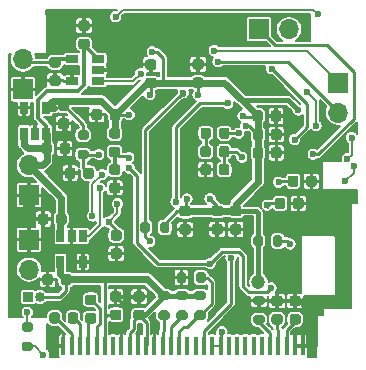
<source format=gbl>
G04 #@! TF.GenerationSoftware,KiCad,Pcbnew,(5.1.12)-1*
G04 #@! TF.CreationDate,2022-01-26T09:33:16+03:00*
G04 #@! TF.ProjectId,d_watch_v2,645f7761-7463-4685-9f76-322e6b696361,rev?*
G04 #@! TF.SameCoordinates,Original*
G04 #@! TF.FileFunction,Copper,L2,Bot*
G04 #@! TF.FilePolarity,Positive*
%FSLAX46Y46*%
G04 Gerber Fmt 4.6, Leading zero omitted, Abs format (unit mm)*
G04 Created by KiCad (PCBNEW (5.1.12)-1) date 2022-01-26 09:33:16*
%MOMM*%
%LPD*%
G01*
G04 APERTURE LIST*
G04 #@! TA.AperFunction,SMDPad,CuDef*
%ADD10R,0.350000X1.600000*%
G04 #@! TD*
G04 #@! TA.AperFunction,SMDPad,CuDef*
%ADD11R,1.060000X0.650000*%
G04 #@! TD*
G04 #@! TA.AperFunction,SMDPad,CuDef*
%ADD12R,0.650000X1.060000*%
G04 #@! TD*
G04 #@! TA.AperFunction,ComponentPad*
%ADD13O,0.850000X0.850000*%
G04 #@! TD*
G04 #@! TA.AperFunction,ComponentPad*
%ADD14R,0.850000X0.850000*%
G04 #@! TD*
G04 #@! TA.AperFunction,ComponentPad*
%ADD15O,1.700000X1.700000*%
G04 #@! TD*
G04 #@! TA.AperFunction,ComponentPad*
%ADD16R,1.700000X1.700000*%
G04 #@! TD*
G04 #@! TA.AperFunction,ViaPad*
%ADD17C,0.600000*%
G04 #@! TD*
G04 #@! TA.AperFunction,ViaPad*
%ADD18C,1.200000*%
G04 #@! TD*
G04 #@! TA.AperFunction,Conductor*
%ADD19C,0.250000*%
G04 #@! TD*
G04 #@! TA.AperFunction,Conductor*
%ADD20C,0.200000*%
G04 #@! TD*
G04 #@! TA.AperFunction,Conductor*
%ADD21C,1.000000*%
G04 #@! TD*
G04 #@! TA.AperFunction,Conductor*
%ADD22C,0.300000*%
G04 #@! TD*
G04 #@! TA.AperFunction,Conductor*
%ADD23C,0.600000*%
G04 #@! TD*
G04 #@! TA.AperFunction,Conductor*
%ADD24C,0.400000*%
G04 #@! TD*
G04 #@! TA.AperFunction,Conductor*
%ADD25C,0.128000*%
G04 #@! TD*
G04 #@! TA.AperFunction,Conductor*
%ADD26C,0.100000*%
G04 #@! TD*
G04 APERTURE END LIST*
D10*
X125150000Y-58750000D03*
X124450000Y-58750000D03*
X123750000Y-58750000D03*
X123050000Y-58750000D03*
X122350000Y-58750000D03*
X121650000Y-58750000D03*
X120950000Y-58750000D03*
X120250000Y-58750000D03*
X119550000Y-58750000D03*
X118850000Y-58750000D03*
X118150000Y-58750000D03*
X117450000Y-58750000D03*
X116750000Y-58750000D03*
X116050000Y-58750000D03*
X115350000Y-58750000D03*
X114650000Y-58750000D03*
X113950000Y-58750000D03*
X113250000Y-58750000D03*
X112550000Y-58750000D03*
X111850000Y-58750000D03*
X111150000Y-58750000D03*
X110450000Y-58750000D03*
X109750000Y-58750000D03*
X109050000Y-58750000D03*
X108350000Y-58750000D03*
X107650000Y-58750000D03*
X106950000Y-58750000D03*
X106250000Y-58750000D03*
X105550000Y-58750000D03*
X104850000Y-58750000D03*
D11*
X105590000Y-34450000D03*
X105590000Y-36350000D03*
X107790000Y-36350000D03*
X107790000Y-35400000D03*
X107790000Y-34450000D03*
D12*
X104600000Y-51640000D03*
X106500000Y-51640000D03*
X106500000Y-49440000D03*
X105550000Y-49440000D03*
X104600000Y-49440000D03*
X103410000Y-38570000D03*
X101510000Y-38570000D03*
X101510000Y-40770000D03*
X102460000Y-40770000D03*
X103410000Y-40770000D03*
D13*
X102870000Y-54610000D03*
D14*
X101870000Y-54610000D03*
G04 #@! TA.AperFunction,SMDPad,CuDef*
G36*
G01*
X125390000Y-45060000D02*
X125390000Y-44560000D01*
G75*
G02*
X125615000Y-44335000I225000J0D01*
G01*
X126065000Y-44335000D01*
G75*
G02*
X126290000Y-44560000I0J-225000D01*
G01*
X126290000Y-45060000D01*
G75*
G02*
X126065000Y-45285000I-225000J0D01*
G01*
X125615000Y-45285000D01*
G75*
G02*
X125390000Y-45060000I0J225000D01*
G01*
G37*
G04 #@! TD.AperFunction*
G04 #@! TA.AperFunction,SMDPad,CuDef*
G36*
G01*
X123840000Y-45060000D02*
X123840000Y-44560000D01*
G75*
G02*
X124065000Y-44335000I225000J0D01*
G01*
X124515000Y-44335000D01*
G75*
G02*
X124740000Y-44560000I0J-225000D01*
G01*
X124740000Y-45060000D01*
G75*
G02*
X124515000Y-45285000I-225000J0D01*
G01*
X124065000Y-45285000D01*
G75*
G02*
X123840000Y-45060000I0J225000D01*
G01*
G37*
G04 #@! TD.AperFunction*
G04 #@! TA.AperFunction,SMDPad,CuDef*
G36*
G01*
X124290000Y-46940000D02*
X124290000Y-46440000D01*
G75*
G02*
X124515000Y-46215000I225000J0D01*
G01*
X124965000Y-46215000D01*
G75*
G02*
X125190000Y-46440000I0J-225000D01*
G01*
X125190000Y-46940000D01*
G75*
G02*
X124965000Y-47165000I-225000J0D01*
G01*
X124515000Y-47165000D01*
G75*
G02*
X124290000Y-46940000I0J225000D01*
G01*
G37*
G04 #@! TD.AperFunction*
G04 #@! TA.AperFunction,SMDPad,CuDef*
G36*
G01*
X122740000Y-46940000D02*
X122740000Y-46440000D01*
G75*
G02*
X122965000Y-46215000I225000J0D01*
G01*
X123415000Y-46215000D01*
G75*
G02*
X123640000Y-46440000I0J-225000D01*
G01*
X123640000Y-46940000D01*
G75*
G02*
X123415000Y-47165000I-225000J0D01*
G01*
X122965000Y-47165000D01*
G75*
G02*
X122740000Y-46940000I0J225000D01*
G01*
G37*
G04 #@! TD.AperFunction*
G04 #@! TA.AperFunction,SMDPad,CuDef*
G36*
G01*
X109070000Y-50490000D02*
X109570000Y-50490000D01*
G75*
G02*
X109795000Y-50715000I0J-225000D01*
G01*
X109795000Y-51165000D01*
G75*
G02*
X109570000Y-51390000I-225000J0D01*
G01*
X109070000Y-51390000D01*
G75*
G02*
X108845000Y-51165000I0J225000D01*
G01*
X108845000Y-50715000D01*
G75*
G02*
X109070000Y-50490000I225000J0D01*
G01*
G37*
G04 #@! TD.AperFunction*
G04 #@! TA.AperFunction,SMDPad,CuDef*
G36*
G01*
X109070000Y-48940000D02*
X109570000Y-48940000D01*
G75*
G02*
X109795000Y-49165000I0J-225000D01*
G01*
X109795000Y-49615000D01*
G75*
G02*
X109570000Y-49840000I-225000J0D01*
G01*
X109070000Y-49840000D01*
G75*
G02*
X108845000Y-49615000I0J225000D01*
G01*
X108845000Y-49165000D01*
G75*
G02*
X109070000Y-48940000I225000J0D01*
G01*
G37*
G04 #@! TD.AperFunction*
D15*
X101420000Y-34490000D03*
D16*
X101420000Y-37030000D03*
G04 #@! TA.AperFunction,SMDPad,CuDef*
G36*
G01*
X103890000Y-35840000D02*
X104390000Y-35840000D01*
G75*
G02*
X104615000Y-36065000I0J-225000D01*
G01*
X104615000Y-36515000D01*
G75*
G02*
X104390000Y-36740000I-225000J0D01*
G01*
X103890000Y-36740000D01*
G75*
G02*
X103665000Y-36515000I0J225000D01*
G01*
X103665000Y-36065000D01*
G75*
G02*
X103890000Y-35840000I225000J0D01*
G01*
G37*
G04 #@! TD.AperFunction*
G04 #@! TA.AperFunction,SMDPad,CuDef*
G36*
G01*
X103890000Y-34290000D02*
X104390000Y-34290000D01*
G75*
G02*
X104615000Y-34515000I0J-225000D01*
G01*
X104615000Y-34965000D01*
G75*
G02*
X104390000Y-35190000I-225000J0D01*
G01*
X103890000Y-35190000D01*
G75*
G02*
X103665000Y-34965000I0J225000D01*
G01*
X103665000Y-34515000D01*
G75*
G02*
X103890000Y-34290000I225000J0D01*
G01*
G37*
G04 #@! TD.AperFunction*
G04 #@! TA.AperFunction,SMDPad,CuDef*
G36*
G01*
X106850000Y-32090000D02*
X106350000Y-32090000D01*
G75*
G02*
X106125000Y-31865000I0J225000D01*
G01*
X106125000Y-31415000D01*
G75*
G02*
X106350000Y-31190000I225000J0D01*
G01*
X106850000Y-31190000D01*
G75*
G02*
X107075000Y-31415000I0J-225000D01*
G01*
X107075000Y-31865000D01*
G75*
G02*
X106850000Y-32090000I-225000J0D01*
G01*
G37*
G04 #@! TD.AperFunction*
G04 #@! TA.AperFunction,SMDPad,CuDef*
G36*
G01*
X106850000Y-33640000D02*
X106350000Y-33640000D01*
G75*
G02*
X106125000Y-33415000I0J225000D01*
G01*
X106125000Y-32965000D01*
G75*
G02*
X106350000Y-32740000I225000J0D01*
G01*
X106850000Y-32740000D01*
G75*
G02*
X107075000Y-32965000I0J-225000D01*
G01*
X107075000Y-33415000D01*
G75*
G02*
X106850000Y-33640000I-225000J0D01*
G01*
G37*
G04 #@! TD.AperFunction*
G04 #@! TA.AperFunction,SMDPad,CuDef*
G36*
G01*
X103580000Y-47770000D02*
X103580000Y-48270000D01*
G75*
G02*
X103355000Y-48495000I-225000J0D01*
G01*
X102905000Y-48495000D01*
G75*
G02*
X102680000Y-48270000I0J225000D01*
G01*
X102680000Y-47770000D01*
G75*
G02*
X102905000Y-47545000I225000J0D01*
G01*
X103355000Y-47545000D01*
G75*
G02*
X103580000Y-47770000I0J-225000D01*
G01*
G37*
G04 #@! TD.AperFunction*
G04 #@! TA.AperFunction,SMDPad,CuDef*
G36*
G01*
X105130000Y-47770000D02*
X105130000Y-48270000D01*
G75*
G02*
X104905000Y-48495000I-225000J0D01*
G01*
X104455000Y-48495000D01*
G75*
G02*
X104230000Y-48270000I0J225000D01*
G01*
X104230000Y-47770000D01*
G75*
G02*
X104455000Y-47545000I225000J0D01*
G01*
X104905000Y-47545000D01*
G75*
G02*
X105130000Y-47770000I0J-225000D01*
G01*
G37*
G04 #@! TD.AperFunction*
D15*
X101940000Y-52300000D03*
D16*
X101940000Y-49760000D03*
G04 #@! TA.AperFunction,SMDPad,CuDef*
G36*
G01*
X105870000Y-43880000D02*
X105870000Y-44380000D01*
G75*
G02*
X105645000Y-44605000I-225000J0D01*
G01*
X105195000Y-44605000D01*
G75*
G02*
X104970000Y-44380000I0J225000D01*
G01*
X104970000Y-43880000D01*
G75*
G02*
X105195000Y-43655000I225000J0D01*
G01*
X105645000Y-43655000D01*
G75*
G02*
X105870000Y-43880000I0J-225000D01*
G01*
G37*
G04 #@! TD.AperFunction*
G04 #@! TA.AperFunction,SMDPad,CuDef*
G36*
G01*
X107420000Y-43880000D02*
X107420000Y-44380000D01*
G75*
G02*
X107195000Y-44605000I-225000J0D01*
G01*
X106745000Y-44605000D01*
G75*
G02*
X106520000Y-44380000I0J225000D01*
G01*
X106520000Y-43880000D01*
G75*
G02*
X106745000Y-43655000I225000J0D01*
G01*
X107195000Y-43655000D01*
G75*
G02*
X107420000Y-43880000I0J-225000D01*
G01*
G37*
G04 #@! TD.AperFunction*
G04 #@! TA.AperFunction,SMDPad,CuDef*
G36*
G01*
X104610000Y-39490000D02*
X105110000Y-39490000D01*
G75*
G02*
X105335000Y-39715000I0J-225000D01*
G01*
X105335000Y-40165000D01*
G75*
G02*
X105110000Y-40390000I-225000J0D01*
G01*
X104610000Y-40390000D01*
G75*
G02*
X104385000Y-40165000I0J225000D01*
G01*
X104385000Y-39715000D01*
G75*
G02*
X104610000Y-39490000I225000J0D01*
G01*
G37*
G04 #@! TD.AperFunction*
G04 #@! TA.AperFunction,SMDPad,CuDef*
G36*
G01*
X104610000Y-37940000D02*
X105110000Y-37940000D01*
G75*
G02*
X105335000Y-38165000I0J-225000D01*
G01*
X105335000Y-38615000D01*
G75*
G02*
X105110000Y-38840000I-225000J0D01*
G01*
X104610000Y-38840000D01*
G75*
G02*
X104385000Y-38615000I0J225000D01*
G01*
X104385000Y-38165000D01*
G75*
G02*
X104610000Y-37940000I225000J0D01*
G01*
G37*
G04 #@! TD.AperFunction*
G04 #@! TA.AperFunction,SMDPad,CuDef*
G36*
G01*
X104520000Y-42280000D02*
X104520000Y-41780000D01*
G75*
G02*
X104745000Y-41555000I225000J0D01*
G01*
X105195000Y-41555000D01*
G75*
G02*
X105420000Y-41780000I0J-225000D01*
G01*
X105420000Y-42280000D01*
G75*
G02*
X105195000Y-42505000I-225000J0D01*
G01*
X104745000Y-42505000D01*
G75*
G02*
X104520000Y-42280000I0J225000D01*
G01*
G37*
G04 #@! TD.AperFunction*
G04 #@! TA.AperFunction,SMDPad,CuDef*
G36*
G01*
X102970000Y-42280000D02*
X102970000Y-41780000D01*
G75*
G02*
X103195000Y-41555000I225000J0D01*
G01*
X103645000Y-41555000D01*
G75*
G02*
X103870000Y-41780000I0J-225000D01*
G01*
X103870000Y-42280000D01*
G75*
G02*
X103645000Y-42505000I-225000J0D01*
G01*
X103195000Y-42505000D01*
G75*
G02*
X102970000Y-42280000I0J225000D01*
G01*
G37*
G04 #@! TD.AperFunction*
G04 #@! TA.AperFunction,SMDPad,CuDef*
G36*
G01*
X101515000Y-58395000D02*
X102065000Y-58395000D01*
G75*
G02*
X102265000Y-58595000I0J-200000D01*
G01*
X102265000Y-58995000D01*
G75*
G02*
X102065000Y-59195000I-200000J0D01*
G01*
X101515000Y-59195000D01*
G75*
G02*
X101315000Y-58995000I0J200000D01*
G01*
X101315000Y-58595000D01*
G75*
G02*
X101515000Y-58395000I200000J0D01*
G01*
G37*
G04 #@! TD.AperFunction*
G04 #@! TA.AperFunction,SMDPad,CuDef*
G36*
G01*
X101515000Y-56745000D02*
X102065000Y-56745000D01*
G75*
G02*
X102265000Y-56945000I0J-200000D01*
G01*
X102265000Y-57345000D01*
G75*
G02*
X102065000Y-57545000I-200000J0D01*
G01*
X101515000Y-57545000D01*
G75*
G02*
X101315000Y-57345000I0J200000D01*
G01*
X101315000Y-56945000D01*
G75*
G02*
X101515000Y-56745000I200000J0D01*
G01*
G37*
G04 #@! TD.AperFunction*
G04 #@! TA.AperFunction,SMDPad,CuDef*
G36*
G01*
X121675000Y-55290000D02*
X121125000Y-55290000D01*
G75*
G02*
X120925000Y-55090000I0J200000D01*
G01*
X120925000Y-54690000D01*
G75*
G02*
X121125000Y-54490000I200000J0D01*
G01*
X121675000Y-54490000D01*
G75*
G02*
X121875000Y-54690000I0J-200000D01*
G01*
X121875000Y-55090000D01*
G75*
G02*
X121675000Y-55290000I-200000J0D01*
G01*
G37*
G04 #@! TD.AperFunction*
G04 #@! TA.AperFunction,SMDPad,CuDef*
G36*
G01*
X121675000Y-56940000D02*
X121125000Y-56940000D01*
G75*
G02*
X120925000Y-56740000I0J200000D01*
G01*
X120925000Y-56340000D01*
G75*
G02*
X121125000Y-56140000I200000J0D01*
G01*
X121675000Y-56140000D01*
G75*
G02*
X121875000Y-56340000I0J-200000D01*
G01*
X121875000Y-56740000D01*
G75*
G02*
X121675000Y-56940000I-200000J0D01*
G01*
G37*
G04 #@! TD.AperFunction*
G04 #@! TA.AperFunction,SMDPad,CuDef*
G36*
G01*
X113635000Y-54900000D02*
X113085000Y-54900000D01*
G75*
G02*
X112885000Y-54700000I0J200000D01*
G01*
X112885000Y-54300000D01*
G75*
G02*
X113085000Y-54100000I200000J0D01*
G01*
X113635000Y-54100000D01*
G75*
G02*
X113835000Y-54300000I0J-200000D01*
G01*
X113835000Y-54700000D01*
G75*
G02*
X113635000Y-54900000I-200000J0D01*
G01*
G37*
G04 #@! TD.AperFunction*
G04 #@! TA.AperFunction,SMDPad,CuDef*
G36*
G01*
X113635000Y-56550000D02*
X113085000Y-56550000D01*
G75*
G02*
X112885000Y-56350000I0J200000D01*
G01*
X112885000Y-55950000D01*
G75*
G02*
X113085000Y-55750000I200000J0D01*
G01*
X113635000Y-55750000D01*
G75*
G02*
X113835000Y-55950000I0J-200000D01*
G01*
X113835000Y-56350000D01*
G75*
G02*
X113635000Y-56550000I-200000J0D01*
G01*
G37*
G04 #@! TD.AperFunction*
G04 #@! TA.AperFunction,SMDPad,CuDef*
G36*
G01*
X115165000Y-54900000D02*
X114615000Y-54900000D01*
G75*
G02*
X114415000Y-54700000I0J200000D01*
G01*
X114415000Y-54300000D01*
G75*
G02*
X114615000Y-54100000I200000J0D01*
G01*
X115165000Y-54100000D01*
G75*
G02*
X115365000Y-54300000I0J-200000D01*
G01*
X115365000Y-54700000D01*
G75*
G02*
X115165000Y-54900000I-200000J0D01*
G01*
G37*
G04 #@! TD.AperFunction*
G04 #@! TA.AperFunction,SMDPad,CuDef*
G36*
G01*
X115165000Y-56550000D02*
X114615000Y-56550000D01*
G75*
G02*
X114415000Y-56350000I0J200000D01*
G01*
X114415000Y-55950000D01*
G75*
G02*
X114615000Y-55750000I200000J0D01*
G01*
X115165000Y-55750000D01*
G75*
G02*
X115365000Y-55950000I0J-200000D01*
G01*
X115365000Y-56350000D01*
G75*
G02*
X115165000Y-56550000I-200000J0D01*
G01*
G37*
G04 #@! TD.AperFunction*
G04 #@! TA.AperFunction,SMDPad,CuDef*
G36*
G01*
X116090000Y-53245000D02*
X116090000Y-52695000D01*
G75*
G02*
X116290000Y-52495000I200000J0D01*
G01*
X116690000Y-52495000D01*
G75*
G02*
X116890000Y-52695000I0J-200000D01*
G01*
X116890000Y-53245000D01*
G75*
G02*
X116690000Y-53445000I-200000J0D01*
G01*
X116290000Y-53445000D01*
G75*
G02*
X116090000Y-53245000I0J200000D01*
G01*
G37*
G04 #@! TD.AperFunction*
G04 #@! TA.AperFunction,SMDPad,CuDef*
G36*
G01*
X114440000Y-53245000D02*
X114440000Y-52695000D01*
G75*
G02*
X114640000Y-52495000I200000J0D01*
G01*
X115040000Y-52495000D01*
G75*
G02*
X115240000Y-52695000I0J-200000D01*
G01*
X115240000Y-53245000D01*
G75*
G02*
X115040000Y-53445000I-200000J0D01*
G01*
X114640000Y-53445000D01*
G75*
G02*
X114440000Y-53245000I0J200000D01*
G01*
G37*
G04 #@! TD.AperFunction*
G04 #@! TA.AperFunction,SMDPad,CuDef*
G36*
G01*
X116695000Y-54900000D02*
X116145000Y-54900000D01*
G75*
G02*
X115945000Y-54700000I0J200000D01*
G01*
X115945000Y-54300000D01*
G75*
G02*
X116145000Y-54100000I200000J0D01*
G01*
X116695000Y-54100000D01*
G75*
G02*
X116895000Y-54300000I0J-200000D01*
G01*
X116895000Y-54700000D01*
G75*
G02*
X116695000Y-54900000I-200000J0D01*
G01*
G37*
G04 #@! TD.AperFunction*
G04 #@! TA.AperFunction,SMDPad,CuDef*
G36*
G01*
X116695000Y-56550000D02*
X116145000Y-56550000D01*
G75*
G02*
X115945000Y-56350000I0J200000D01*
G01*
X115945000Y-55950000D01*
G75*
G02*
X116145000Y-55750000I200000J0D01*
G01*
X116695000Y-55750000D01*
G75*
G02*
X116895000Y-55950000I0J-200000D01*
G01*
X116895000Y-56350000D01*
G75*
G02*
X116695000Y-56550000I-200000J0D01*
G01*
G37*
G04 #@! TD.AperFunction*
G04 #@! TA.AperFunction,SMDPad,CuDef*
G36*
G01*
X112175000Y-48455000D02*
X112175000Y-49005000D01*
G75*
G02*
X111975000Y-49205000I-200000J0D01*
G01*
X111575000Y-49205000D01*
G75*
G02*
X111375000Y-49005000I0J200000D01*
G01*
X111375000Y-48455000D01*
G75*
G02*
X111575000Y-48255000I200000J0D01*
G01*
X111975000Y-48255000D01*
G75*
G02*
X112175000Y-48455000I0J-200000D01*
G01*
G37*
G04 #@! TD.AperFunction*
G04 #@! TA.AperFunction,SMDPad,CuDef*
G36*
G01*
X113825000Y-48455000D02*
X113825000Y-49005000D01*
G75*
G02*
X113625000Y-49205000I-200000J0D01*
G01*
X113225000Y-49205000D01*
G75*
G02*
X113025000Y-49005000I0J200000D01*
G01*
X113025000Y-48455000D01*
G75*
G02*
X113225000Y-48255000I200000J0D01*
G01*
X113625000Y-48255000D01*
G75*
G02*
X113825000Y-48455000I0J-200000D01*
G01*
G37*
G04 #@! TD.AperFunction*
G04 #@! TA.AperFunction,SMDPad,CuDef*
G36*
G01*
X122585000Y-50145000D02*
X122585000Y-49595000D01*
G75*
G02*
X122785000Y-49395000I200000J0D01*
G01*
X123185000Y-49395000D01*
G75*
G02*
X123385000Y-49595000I0J-200000D01*
G01*
X123385000Y-50145000D01*
G75*
G02*
X123185000Y-50345000I-200000J0D01*
G01*
X122785000Y-50345000D01*
G75*
G02*
X122585000Y-50145000I0J200000D01*
G01*
G37*
G04 #@! TD.AperFunction*
G04 #@! TA.AperFunction,SMDPad,CuDef*
G36*
G01*
X120935000Y-50145000D02*
X120935000Y-49595000D01*
G75*
G02*
X121135000Y-49395000I200000J0D01*
G01*
X121535000Y-49395000D01*
G75*
G02*
X121735000Y-49595000I0J-200000D01*
G01*
X121735000Y-50145000D01*
G75*
G02*
X121535000Y-50345000I-200000J0D01*
G01*
X121135000Y-50345000D01*
G75*
G02*
X120935000Y-50145000I0J200000D01*
G01*
G37*
G04 #@! TD.AperFunction*
G04 #@! TA.AperFunction,SMDPad,CuDef*
G36*
G01*
X106795000Y-41300000D02*
X106245000Y-41300000D01*
G75*
G02*
X106045000Y-41100000I0J200000D01*
G01*
X106045000Y-40700000D01*
G75*
G02*
X106245000Y-40500000I200000J0D01*
G01*
X106795000Y-40500000D01*
G75*
G02*
X106995000Y-40700000I0J-200000D01*
G01*
X106995000Y-41100000D01*
G75*
G02*
X106795000Y-41300000I-200000J0D01*
G01*
G37*
G04 #@! TD.AperFunction*
G04 #@! TA.AperFunction,SMDPad,CuDef*
G36*
G01*
X106795000Y-42950000D02*
X106245000Y-42950000D01*
G75*
G02*
X106045000Y-42750000I0J200000D01*
G01*
X106045000Y-42350000D01*
G75*
G02*
X106245000Y-42150000I200000J0D01*
G01*
X106795000Y-42150000D01*
G75*
G02*
X106995000Y-42350000I0J-200000D01*
G01*
X106995000Y-42750000D01*
G75*
G02*
X106795000Y-42950000I-200000J0D01*
G01*
G37*
G04 #@! TD.AperFunction*
G04 #@! TA.AperFunction,SMDPad,CuDef*
G36*
G01*
X108933750Y-41892500D02*
X109446250Y-41892500D01*
G75*
G02*
X109665000Y-42111250I0J-218750D01*
G01*
X109665000Y-42548750D01*
G75*
G02*
X109446250Y-42767500I-218750J0D01*
G01*
X108933750Y-42767500D01*
G75*
G02*
X108715000Y-42548750I0J218750D01*
G01*
X108715000Y-42111250D01*
G75*
G02*
X108933750Y-41892500I218750J0D01*
G01*
G37*
G04 #@! TD.AperFunction*
G04 #@! TA.AperFunction,SMDPad,CuDef*
G36*
G01*
X108933750Y-40317500D02*
X109446250Y-40317500D01*
G75*
G02*
X109665000Y-40536250I0J-218750D01*
G01*
X109665000Y-40973750D01*
G75*
G02*
X109446250Y-41192500I-218750J0D01*
G01*
X108933750Y-41192500D01*
G75*
G02*
X108715000Y-40973750I0J218750D01*
G01*
X108715000Y-40536250D01*
G75*
G02*
X108933750Y-40317500I218750J0D01*
G01*
G37*
G04 #@! TD.AperFunction*
G04 #@! TA.AperFunction,SMDPad,CuDef*
G36*
G01*
X117327500Y-42043750D02*
X117327500Y-42556250D01*
G75*
G02*
X117108750Y-42775000I-218750J0D01*
G01*
X116671250Y-42775000D01*
G75*
G02*
X116452500Y-42556250I0J218750D01*
G01*
X116452500Y-42043750D01*
G75*
G02*
X116671250Y-41825000I218750J0D01*
G01*
X117108750Y-41825000D01*
G75*
G02*
X117327500Y-42043750I0J-218750D01*
G01*
G37*
G04 #@! TD.AperFunction*
G04 #@! TA.AperFunction,SMDPad,CuDef*
G36*
G01*
X118902500Y-42043750D02*
X118902500Y-42556250D01*
G75*
G02*
X118683750Y-42775000I-218750J0D01*
G01*
X118246250Y-42775000D01*
G75*
G02*
X118027500Y-42556250I0J218750D01*
G01*
X118027500Y-42043750D01*
G75*
G02*
X118246250Y-41825000I218750J0D01*
G01*
X118683750Y-41825000D01*
G75*
G02*
X118902500Y-42043750I0J-218750D01*
G01*
G37*
G04 #@! TD.AperFunction*
G04 #@! TA.AperFunction,SMDPad,CuDef*
G36*
G01*
X118032500Y-41006250D02*
X118032500Y-40493750D01*
G75*
G02*
X118251250Y-40275000I218750J0D01*
G01*
X118688750Y-40275000D01*
G75*
G02*
X118907500Y-40493750I0J-218750D01*
G01*
X118907500Y-41006250D01*
G75*
G02*
X118688750Y-41225000I-218750J0D01*
G01*
X118251250Y-41225000D01*
G75*
G02*
X118032500Y-41006250I0J218750D01*
G01*
G37*
G04 #@! TD.AperFunction*
G04 #@! TA.AperFunction,SMDPad,CuDef*
G36*
G01*
X116457500Y-41006250D02*
X116457500Y-40493750D01*
G75*
G02*
X116676250Y-40275000I218750J0D01*
G01*
X117113750Y-40275000D01*
G75*
G02*
X117332500Y-40493750I0J-218750D01*
G01*
X117332500Y-41006250D01*
G75*
G02*
X117113750Y-41225000I-218750J0D01*
G01*
X116676250Y-41225000D01*
G75*
G02*
X116457500Y-41006250I0J218750D01*
G01*
G37*
G04 #@! TD.AperFunction*
D15*
X123960000Y-31940000D03*
D16*
X121420000Y-31940000D03*
D15*
X128100000Y-39000000D03*
D16*
X128100000Y-36460000D03*
D15*
X101940000Y-43460000D03*
D16*
X101940000Y-46000000D03*
G04 #@! TA.AperFunction,SMDPad,CuDef*
G36*
G01*
X123190000Y-55400000D02*
X122690000Y-55400000D01*
G75*
G02*
X122465000Y-55175000I0J225000D01*
G01*
X122465000Y-54725000D01*
G75*
G02*
X122690000Y-54500000I225000J0D01*
G01*
X123190000Y-54500000D01*
G75*
G02*
X123415000Y-54725000I0J-225000D01*
G01*
X123415000Y-55175000D01*
G75*
G02*
X123190000Y-55400000I-225000J0D01*
G01*
G37*
G04 #@! TD.AperFunction*
G04 #@! TA.AperFunction,SMDPad,CuDef*
G36*
G01*
X123190000Y-56950000D02*
X122690000Y-56950000D01*
G75*
G02*
X122465000Y-56725000I0J225000D01*
G01*
X122465000Y-56275000D01*
G75*
G02*
X122690000Y-56050000I225000J0D01*
G01*
X123190000Y-56050000D01*
G75*
G02*
X123415000Y-56275000I0J-225000D01*
G01*
X123415000Y-56725000D01*
G75*
G02*
X123190000Y-56950000I-225000J0D01*
G01*
G37*
G04 #@! TD.AperFunction*
G04 #@! TA.AperFunction,SMDPad,CuDef*
G36*
G01*
X111500000Y-55040000D02*
X111000000Y-55040000D01*
G75*
G02*
X110775000Y-54815000I0J225000D01*
G01*
X110775000Y-54365000D01*
G75*
G02*
X111000000Y-54140000I225000J0D01*
G01*
X111500000Y-54140000D01*
G75*
G02*
X111725000Y-54365000I0J-225000D01*
G01*
X111725000Y-54815000D01*
G75*
G02*
X111500000Y-55040000I-225000J0D01*
G01*
G37*
G04 #@! TD.AperFunction*
G04 #@! TA.AperFunction,SMDPad,CuDef*
G36*
G01*
X111500000Y-56590000D02*
X111000000Y-56590000D01*
G75*
G02*
X110775000Y-56365000I0J225000D01*
G01*
X110775000Y-55915000D01*
G75*
G02*
X111000000Y-55690000I225000J0D01*
G01*
X111500000Y-55690000D01*
G75*
G02*
X111725000Y-55915000I0J-225000D01*
G01*
X111725000Y-56365000D01*
G75*
G02*
X111500000Y-56590000I-225000J0D01*
G01*
G37*
G04 #@! TD.AperFunction*
G04 #@! TA.AperFunction,SMDPad,CuDef*
G36*
G01*
X109530000Y-55030000D02*
X109030000Y-55030000D01*
G75*
G02*
X108805000Y-54805000I0J225000D01*
G01*
X108805000Y-54355000D01*
G75*
G02*
X109030000Y-54130000I225000J0D01*
G01*
X109530000Y-54130000D01*
G75*
G02*
X109755000Y-54355000I0J-225000D01*
G01*
X109755000Y-54805000D01*
G75*
G02*
X109530000Y-55030000I-225000J0D01*
G01*
G37*
G04 #@! TD.AperFunction*
G04 #@! TA.AperFunction,SMDPad,CuDef*
G36*
G01*
X109530000Y-56580000D02*
X109030000Y-56580000D01*
G75*
G02*
X108805000Y-56355000I0J225000D01*
G01*
X108805000Y-55905000D01*
G75*
G02*
X109030000Y-55680000I225000J0D01*
G01*
X109530000Y-55680000D01*
G75*
G02*
X109755000Y-55905000I0J-225000D01*
G01*
X109755000Y-56355000D01*
G75*
G02*
X109530000Y-56580000I-225000J0D01*
G01*
G37*
G04 #@! TD.AperFunction*
G04 #@! TA.AperFunction,SMDPad,CuDef*
G36*
G01*
X107410000Y-55310000D02*
X106910000Y-55310000D01*
G75*
G02*
X106685000Y-55085000I0J225000D01*
G01*
X106685000Y-54635000D01*
G75*
G02*
X106910000Y-54410000I225000J0D01*
G01*
X107410000Y-54410000D01*
G75*
G02*
X107635000Y-54635000I0J-225000D01*
G01*
X107635000Y-55085000D01*
G75*
G02*
X107410000Y-55310000I-225000J0D01*
G01*
G37*
G04 #@! TD.AperFunction*
G04 #@! TA.AperFunction,SMDPad,CuDef*
G36*
G01*
X107410000Y-56860000D02*
X106910000Y-56860000D01*
G75*
G02*
X106685000Y-56635000I0J225000D01*
G01*
X106685000Y-56185000D01*
G75*
G02*
X106910000Y-55960000I225000J0D01*
G01*
X107410000Y-55960000D01*
G75*
G02*
X107635000Y-56185000I0J-225000D01*
G01*
X107635000Y-56635000D01*
G75*
G02*
X107410000Y-56860000I-225000J0D01*
G01*
G37*
G04 #@! TD.AperFunction*
G04 #@! TA.AperFunction,SMDPad,CuDef*
G36*
G01*
X105210000Y-56630000D02*
X105210000Y-56130000D01*
G75*
G02*
X105435000Y-55905000I225000J0D01*
G01*
X105885000Y-55905000D01*
G75*
G02*
X106110000Y-56130000I0J-225000D01*
G01*
X106110000Y-56630000D01*
G75*
G02*
X105885000Y-56855000I-225000J0D01*
G01*
X105435000Y-56855000D01*
G75*
G02*
X105210000Y-56630000I0J225000D01*
G01*
G37*
G04 #@! TD.AperFunction*
G04 #@! TA.AperFunction,SMDPad,CuDef*
G36*
G01*
X103660000Y-56630000D02*
X103660000Y-56130000D01*
G75*
G02*
X103885000Y-55905000I225000J0D01*
G01*
X104335000Y-55905000D01*
G75*
G02*
X104560000Y-56130000I0J-225000D01*
G01*
X104560000Y-56630000D01*
G75*
G02*
X104335000Y-56855000I-225000J0D01*
G01*
X103885000Y-56855000D01*
G75*
G02*
X103660000Y-56630000I0J225000D01*
G01*
G37*
G04 #@! TD.AperFunction*
G04 #@! TA.AperFunction,SMDPad,CuDef*
G36*
G01*
X124720000Y-55400000D02*
X124220000Y-55400000D01*
G75*
G02*
X123995000Y-55175000I0J225000D01*
G01*
X123995000Y-54725000D01*
G75*
G02*
X124220000Y-54500000I225000J0D01*
G01*
X124720000Y-54500000D01*
G75*
G02*
X124945000Y-54725000I0J-225000D01*
G01*
X124945000Y-55175000D01*
G75*
G02*
X124720000Y-55400000I-225000J0D01*
G01*
G37*
G04 #@! TD.AperFunction*
G04 #@! TA.AperFunction,SMDPad,CuDef*
G36*
G01*
X124720000Y-56950000D02*
X124220000Y-56950000D01*
G75*
G02*
X123995000Y-56725000I0J225000D01*
G01*
X123995000Y-56275000D01*
G75*
G02*
X124220000Y-56050000I225000J0D01*
G01*
X124720000Y-56050000D01*
G75*
G02*
X124945000Y-56275000I0J-225000D01*
G01*
X124945000Y-56725000D01*
G75*
G02*
X124720000Y-56950000I-225000J0D01*
G01*
G37*
G04 #@! TD.AperFunction*
G04 #@! TA.AperFunction,SMDPad,CuDef*
G36*
G01*
X108950000Y-44925000D02*
X109450000Y-44925000D01*
G75*
G02*
X109675000Y-45150000I0J-225000D01*
G01*
X109675000Y-45600000D01*
G75*
G02*
X109450000Y-45825000I-225000J0D01*
G01*
X108950000Y-45825000D01*
G75*
G02*
X108725000Y-45600000I0J225000D01*
G01*
X108725000Y-45150000D01*
G75*
G02*
X108950000Y-44925000I225000J0D01*
G01*
G37*
G04 #@! TD.AperFunction*
G04 #@! TA.AperFunction,SMDPad,CuDef*
G36*
G01*
X108950000Y-43375000D02*
X109450000Y-43375000D01*
G75*
G02*
X109675000Y-43600000I0J-225000D01*
G01*
X109675000Y-44050000D01*
G75*
G02*
X109450000Y-44275000I-225000J0D01*
G01*
X108950000Y-44275000D01*
G75*
G02*
X108725000Y-44050000I0J225000D01*
G01*
X108725000Y-43600000D01*
G75*
G02*
X108950000Y-43375000I225000J0D01*
G01*
G37*
G04 #@! TD.AperFunction*
G04 #@! TA.AperFunction,SMDPad,CuDef*
G36*
G01*
X116500000Y-35365000D02*
X116000000Y-35365000D01*
G75*
G02*
X115775000Y-35140000I0J225000D01*
G01*
X115775000Y-34690000D01*
G75*
G02*
X116000000Y-34465000I225000J0D01*
G01*
X116500000Y-34465000D01*
G75*
G02*
X116725000Y-34690000I0J-225000D01*
G01*
X116725000Y-35140000D01*
G75*
G02*
X116500000Y-35365000I-225000J0D01*
G01*
G37*
G04 #@! TD.AperFunction*
G04 #@! TA.AperFunction,SMDPad,CuDef*
G36*
G01*
X116500000Y-36915000D02*
X116000000Y-36915000D01*
G75*
G02*
X115775000Y-36690000I0J225000D01*
G01*
X115775000Y-36240000D01*
G75*
G02*
X116000000Y-36015000I225000J0D01*
G01*
X116500000Y-36015000D01*
G75*
G02*
X116725000Y-36240000I0J-225000D01*
G01*
X116725000Y-36690000D01*
G75*
G02*
X116500000Y-36915000I-225000J0D01*
G01*
G37*
G04 #@! TD.AperFunction*
G04 #@! TA.AperFunction,SMDPad,CuDef*
G36*
G01*
X103960000Y-52880000D02*
X103960000Y-53380000D01*
G75*
G02*
X103735000Y-53605000I-225000J0D01*
G01*
X103285000Y-53605000D01*
G75*
G02*
X103060000Y-53380000I0J225000D01*
G01*
X103060000Y-52880000D01*
G75*
G02*
X103285000Y-52655000I225000J0D01*
G01*
X103735000Y-52655000D01*
G75*
G02*
X103960000Y-52880000I0J-225000D01*
G01*
G37*
G04 #@! TD.AperFunction*
G04 #@! TA.AperFunction,SMDPad,CuDef*
G36*
G01*
X105510000Y-52880000D02*
X105510000Y-53380000D01*
G75*
G02*
X105285000Y-53605000I-225000J0D01*
G01*
X104835000Y-53605000D01*
G75*
G02*
X104610000Y-53380000I0J225000D01*
G01*
X104610000Y-52880000D01*
G75*
G02*
X104835000Y-52655000I225000J0D01*
G01*
X105285000Y-52655000D01*
G75*
G02*
X105510000Y-52880000I0J-225000D01*
G01*
G37*
G04 #@! TD.AperFunction*
G04 #@! TA.AperFunction,SMDPad,CuDef*
G36*
G01*
X122420000Y-42650000D02*
X122420000Y-42150000D01*
G75*
G02*
X122645000Y-41925000I225000J0D01*
G01*
X123095000Y-41925000D01*
G75*
G02*
X123320000Y-42150000I0J-225000D01*
G01*
X123320000Y-42650000D01*
G75*
G02*
X123095000Y-42875000I-225000J0D01*
G01*
X122645000Y-42875000D01*
G75*
G02*
X122420000Y-42650000I0J225000D01*
G01*
G37*
G04 #@! TD.AperFunction*
G04 #@! TA.AperFunction,SMDPad,CuDef*
G36*
G01*
X120870000Y-42650000D02*
X120870000Y-42150000D01*
G75*
G02*
X121095000Y-41925000I225000J0D01*
G01*
X121545000Y-41925000D01*
G75*
G02*
X121770000Y-42150000I0J-225000D01*
G01*
X121770000Y-42650000D01*
G75*
G02*
X121545000Y-42875000I-225000J0D01*
G01*
X121095000Y-42875000D01*
G75*
G02*
X120870000Y-42650000I0J225000D01*
G01*
G37*
G04 #@! TD.AperFunction*
G04 #@! TA.AperFunction,SMDPad,CuDef*
G36*
G01*
X122420000Y-41110000D02*
X122420000Y-40610000D01*
G75*
G02*
X122645000Y-40385000I225000J0D01*
G01*
X123095000Y-40385000D01*
G75*
G02*
X123320000Y-40610000I0J-225000D01*
G01*
X123320000Y-41110000D01*
G75*
G02*
X123095000Y-41335000I-225000J0D01*
G01*
X122645000Y-41335000D01*
G75*
G02*
X122420000Y-41110000I0J225000D01*
G01*
G37*
G04 #@! TD.AperFunction*
G04 #@! TA.AperFunction,SMDPad,CuDef*
G36*
G01*
X120870000Y-41110000D02*
X120870000Y-40610000D01*
G75*
G02*
X121095000Y-40385000I225000J0D01*
G01*
X121545000Y-40385000D01*
G75*
G02*
X121770000Y-40610000I0J-225000D01*
G01*
X121770000Y-41110000D01*
G75*
G02*
X121545000Y-41335000I-225000J0D01*
G01*
X121095000Y-41335000D01*
G75*
G02*
X120870000Y-41110000I0J225000D01*
G01*
G37*
G04 #@! TD.AperFunction*
G04 #@! TA.AperFunction,SMDPad,CuDef*
G36*
G01*
X119190000Y-48430000D02*
X119690000Y-48430000D01*
G75*
G02*
X119915000Y-48655000I0J-225000D01*
G01*
X119915000Y-49105000D01*
G75*
G02*
X119690000Y-49330000I-225000J0D01*
G01*
X119190000Y-49330000D01*
G75*
G02*
X118965000Y-49105000I0J225000D01*
G01*
X118965000Y-48655000D01*
G75*
G02*
X119190000Y-48430000I225000J0D01*
G01*
G37*
G04 #@! TD.AperFunction*
G04 #@! TA.AperFunction,SMDPad,CuDef*
G36*
G01*
X119190000Y-46880000D02*
X119690000Y-46880000D01*
G75*
G02*
X119915000Y-47105000I0J-225000D01*
G01*
X119915000Y-47555000D01*
G75*
G02*
X119690000Y-47780000I-225000J0D01*
G01*
X119190000Y-47780000D01*
G75*
G02*
X118965000Y-47555000I0J225000D01*
G01*
X118965000Y-47105000D01*
G75*
G02*
X119190000Y-46880000I225000J0D01*
G01*
G37*
G04 #@! TD.AperFunction*
G04 #@! TA.AperFunction,SMDPad,CuDef*
G36*
G01*
X117350000Y-43580000D02*
X117350000Y-44080000D01*
G75*
G02*
X117125000Y-44305000I-225000J0D01*
G01*
X116675000Y-44305000D01*
G75*
G02*
X116450000Y-44080000I0J225000D01*
G01*
X116450000Y-43580000D01*
G75*
G02*
X116675000Y-43355000I225000J0D01*
G01*
X117125000Y-43355000D01*
G75*
G02*
X117350000Y-43580000I0J-225000D01*
G01*
G37*
G04 #@! TD.AperFunction*
G04 #@! TA.AperFunction,SMDPad,CuDef*
G36*
G01*
X118900000Y-43580000D02*
X118900000Y-44080000D01*
G75*
G02*
X118675000Y-44305000I-225000J0D01*
G01*
X118225000Y-44305000D01*
G75*
G02*
X118000000Y-44080000I0J225000D01*
G01*
X118000000Y-43580000D01*
G75*
G02*
X118225000Y-43355000I225000J0D01*
G01*
X118675000Y-43355000D01*
G75*
G02*
X118900000Y-43580000I0J-225000D01*
G01*
G37*
G04 #@! TD.AperFunction*
G04 #@! TA.AperFunction,SMDPad,CuDef*
G36*
G01*
X117620000Y-48420000D02*
X118120000Y-48420000D01*
G75*
G02*
X118345000Y-48645000I0J-225000D01*
G01*
X118345000Y-49095000D01*
G75*
G02*
X118120000Y-49320000I-225000J0D01*
G01*
X117620000Y-49320000D01*
G75*
G02*
X117395000Y-49095000I0J225000D01*
G01*
X117395000Y-48645000D01*
G75*
G02*
X117620000Y-48420000I225000J0D01*
G01*
G37*
G04 #@! TD.AperFunction*
G04 #@! TA.AperFunction,SMDPad,CuDef*
G36*
G01*
X117620000Y-46870000D02*
X118120000Y-46870000D01*
G75*
G02*
X118345000Y-47095000I0J-225000D01*
G01*
X118345000Y-47545000D01*
G75*
G02*
X118120000Y-47770000I-225000J0D01*
G01*
X117620000Y-47770000D01*
G75*
G02*
X117395000Y-47545000I0J225000D01*
G01*
X117395000Y-47095000D01*
G75*
G02*
X117620000Y-46870000I225000J0D01*
G01*
G37*
G04 #@! TD.AperFunction*
G04 #@! TA.AperFunction,SMDPad,CuDef*
G36*
G01*
X114900000Y-48440000D02*
X115400000Y-48440000D01*
G75*
G02*
X115625000Y-48665000I0J-225000D01*
G01*
X115625000Y-49115000D01*
G75*
G02*
X115400000Y-49340000I-225000J0D01*
G01*
X114900000Y-49340000D01*
G75*
G02*
X114675000Y-49115000I0J225000D01*
G01*
X114675000Y-48665000D01*
G75*
G02*
X114900000Y-48440000I225000J0D01*
G01*
G37*
G04 #@! TD.AperFunction*
G04 #@! TA.AperFunction,SMDPad,CuDef*
G36*
G01*
X114900000Y-46890000D02*
X115400000Y-46890000D01*
G75*
G02*
X115625000Y-47115000I0J-225000D01*
G01*
X115625000Y-47565000D01*
G75*
G02*
X115400000Y-47790000I-225000J0D01*
G01*
X114900000Y-47790000D01*
G75*
G02*
X114675000Y-47565000I0J225000D01*
G01*
X114675000Y-47115000D01*
G75*
G02*
X114900000Y-46890000I225000J0D01*
G01*
G37*
G04 #@! TD.AperFunction*
G04 #@! TA.AperFunction,SMDPad,CuDef*
G36*
G01*
X122400000Y-39530000D02*
X122400000Y-39030000D01*
G75*
G02*
X122625000Y-38805000I225000J0D01*
G01*
X123075000Y-38805000D01*
G75*
G02*
X123300000Y-39030000I0J-225000D01*
G01*
X123300000Y-39530000D01*
G75*
G02*
X123075000Y-39755000I-225000J0D01*
G01*
X122625000Y-39755000D01*
G75*
G02*
X122400000Y-39530000I0J225000D01*
G01*
G37*
G04 #@! TD.AperFunction*
G04 #@! TA.AperFunction,SMDPad,CuDef*
G36*
G01*
X120850000Y-39530000D02*
X120850000Y-39030000D01*
G75*
G02*
X121075000Y-38805000I225000J0D01*
G01*
X121525000Y-38805000D01*
G75*
G02*
X121750000Y-39030000I0J-225000D01*
G01*
X121750000Y-39530000D01*
G75*
G02*
X121525000Y-39755000I-225000J0D01*
G01*
X121075000Y-39755000D01*
G75*
G02*
X120850000Y-39530000I0J225000D01*
G01*
G37*
G04 #@! TD.AperFunction*
G04 #@! TA.AperFunction,SMDPad,CuDef*
G36*
G01*
X112500000Y-35390000D02*
X112000000Y-35390000D01*
G75*
G02*
X111775000Y-35165000I0J225000D01*
G01*
X111775000Y-34715000D01*
G75*
G02*
X112000000Y-34490000I225000J0D01*
G01*
X112500000Y-34490000D01*
G75*
G02*
X112725000Y-34715000I0J-225000D01*
G01*
X112725000Y-35165000D01*
G75*
G02*
X112500000Y-35390000I-225000J0D01*
G01*
G37*
G04 #@! TD.AperFunction*
G04 #@! TA.AperFunction,SMDPad,CuDef*
G36*
G01*
X112500000Y-36940000D02*
X112000000Y-36940000D01*
G75*
G02*
X111775000Y-36715000I0J225000D01*
G01*
X111775000Y-36265000D01*
G75*
G02*
X112000000Y-36040000I225000J0D01*
G01*
X112500000Y-36040000D01*
G75*
G02*
X112725000Y-36265000I0J-225000D01*
G01*
X112725000Y-36715000D01*
G75*
G02*
X112500000Y-36940000I-225000J0D01*
G01*
G37*
G04 #@! TD.AperFunction*
G04 #@! TA.AperFunction,SMDPad,CuDef*
G36*
G01*
X108120000Y-38930000D02*
X108120000Y-39430000D01*
G75*
G02*
X107895000Y-39655000I-225000J0D01*
G01*
X107445000Y-39655000D01*
G75*
G02*
X107220000Y-39430000I0J225000D01*
G01*
X107220000Y-38930000D01*
G75*
G02*
X107445000Y-38705000I225000J0D01*
G01*
X107895000Y-38705000D01*
G75*
G02*
X108120000Y-38930000I0J-225000D01*
G01*
G37*
G04 #@! TD.AperFunction*
G04 #@! TA.AperFunction,SMDPad,CuDef*
G36*
G01*
X109670000Y-38930000D02*
X109670000Y-39430000D01*
G75*
G02*
X109445000Y-39655000I-225000J0D01*
G01*
X108995000Y-39655000D01*
G75*
G02*
X108770000Y-39430000I0J225000D01*
G01*
X108770000Y-38930000D01*
G75*
G02*
X108995000Y-38705000I225000J0D01*
G01*
X109445000Y-38705000D01*
G75*
G02*
X109670000Y-38930000I0J-225000D01*
G01*
G37*
G04 #@! TD.AperFunction*
D17*
X120590000Y-35600000D03*
X116130000Y-48620000D03*
D18*
X120189817Y-41639171D03*
D17*
X111340000Y-57340000D03*
X104160000Y-58770000D03*
X112550000Y-57340000D03*
X110290000Y-55140000D03*
X125870000Y-58710000D03*
X119480000Y-45290000D03*
X105500000Y-40910000D03*
D18*
X101940000Y-47850000D03*
D17*
X125630000Y-43340000D03*
X114410000Y-34220000D03*
X118910000Y-49940000D03*
X121550000Y-35590000D03*
X122880000Y-36630000D03*
X120290000Y-36730000D03*
X104030000Y-57720000D03*
X124380000Y-52120000D03*
X122290000Y-52130000D03*
X125400000Y-55080000D03*
X119890000Y-55250000D03*
X110730000Y-51370000D03*
X109410000Y-52210000D03*
X104890000Y-45190000D03*
X104250000Y-44380000D03*
X102800000Y-35780000D03*
X100630000Y-38580000D03*
X104210000Y-33750000D03*
X107490000Y-30980000D03*
X100620000Y-40050000D03*
X107980000Y-37210000D03*
X103570000Y-53950000D03*
X106220000Y-54530000D03*
X125870000Y-56100000D03*
X127710000Y-47530000D03*
X128350000Y-48590000D03*
X122180000Y-50620000D03*
X108820000Y-32650000D03*
X118570000Y-46510000D03*
X102160000Y-39760000D03*
X109140000Y-34450000D03*
X124090000Y-48140000D03*
X110410000Y-39180000D03*
X112170000Y-37470000D03*
X120060000Y-39290000D03*
X120280000Y-40110000D03*
X117270000Y-46290000D03*
X115300000Y-46310000D03*
X116250000Y-37510000D03*
D18*
X121350000Y-53350000D03*
D17*
X112370000Y-33850000D03*
X104060000Y-38590000D03*
X124730000Y-38780000D03*
X119950000Y-42780000D03*
X107840000Y-42550000D03*
X117940000Y-34680000D03*
X110380000Y-42810000D03*
X117630000Y-33750000D03*
X119690000Y-40742000D03*
X108680000Y-48270000D03*
X109420000Y-46710000D03*
X128710000Y-44820000D03*
X129410000Y-43550000D03*
X109270000Y-30880000D03*
X126390000Y-30660000D03*
X101780000Y-55910000D03*
X119040000Y-51320000D03*
X124020000Y-50120000D03*
X118750000Y-38210000D03*
X114380000Y-46540000D03*
X124420000Y-41280000D03*
X122470000Y-35280000D03*
X112160000Y-49900000D03*
X115000000Y-37300000D03*
X126000000Y-42530000D03*
X118270000Y-57560000D03*
X117260000Y-51780000D03*
X110440000Y-43700000D03*
X122420000Y-53830000D03*
X103160000Y-59480000D03*
X129240000Y-41110000D03*
X128890000Y-42910000D03*
X126240000Y-40110000D03*
X125500000Y-37270000D03*
X107940000Y-45390000D03*
X111390000Y-35690000D03*
X122100000Y-46840000D03*
X123060000Y-44890000D03*
X108120000Y-44260000D03*
X107310000Y-47760000D03*
D19*
X109750000Y-57700000D02*
X110270000Y-57180000D01*
X109750000Y-58750000D02*
X109750000Y-57700000D01*
X110270000Y-55570000D02*
X109280000Y-54580000D01*
X110270000Y-57180000D02*
X110270000Y-55570000D01*
X111150000Y-57530000D02*
X111340000Y-57340000D01*
X111150000Y-58750000D02*
X111150000Y-57530000D01*
X104180000Y-58750000D02*
X104160000Y-58770000D01*
X104850000Y-58750000D02*
X104180000Y-58750000D01*
X112550000Y-58750000D02*
X112550000Y-57340000D01*
X110240000Y-54580000D02*
X110250000Y-54590000D01*
X109280000Y-54580000D02*
X110240000Y-54580000D01*
X111250000Y-54590000D02*
X110250000Y-54590000D01*
X124450000Y-58750000D02*
X125150000Y-58750000D01*
X125830000Y-58750000D02*
X125870000Y-58710000D01*
X125150000Y-58750000D02*
X125830000Y-58750000D01*
D20*
X104860000Y-40270000D02*
X105500000Y-40910000D01*
X104860000Y-39940000D02*
X104860000Y-40270000D01*
D21*
X101940000Y-47850000D02*
X101940000Y-46000000D01*
X125870000Y-55550000D02*
X125400000Y-55080000D01*
X125870000Y-58710000D02*
X125870000Y-56100000D01*
X125870000Y-56100000D02*
X125870000Y-55550000D01*
D22*
X109190000Y-39210000D02*
X109220000Y-39180000D01*
D19*
X110410000Y-39180000D02*
X109220000Y-39180000D01*
X112250000Y-37470000D02*
X112250000Y-36490000D01*
D23*
X111910000Y-36490000D02*
X109220000Y-39180000D01*
X112250000Y-36490000D02*
X111910000Y-36490000D01*
X121300000Y-40840000D02*
X121320000Y-40860000D01*
X121300000Y-39280000D02*
X121300000Y-40840000D01*
X121320000Y-40860000D02*
X121320000Y-42400000D01*
D19*
X121240000Y-39340000D02*
X121300000Y-39280000D01*
X120080000Y-39340000D02*
X121240000Y-39340000D01*
X120600000Y-40140000D02*
X121320000Y-40860000D01*
X120290000Y-40140000D02*
X120600000Y-40140000D01*
D23*
X117880000Y-47330000D02*
X117870000Y-47320000D01*
X119440000Y-47330000D02*
X117880000Y-47330000D01*
X115170000Y-47320000D02*
X115150000Y-47340000D01*
X117870000Y-47320000D02*
X115170000Y-47320000D01*
D19*
X117870000Y-46890000D02*
X117270000Y-46290000D01*
X117870000Y-47320000D02*
X117870000Y-46890000D01*
X115200000Y-47290000D02*
X115150000Y-47340000D01*
X115200000Y-46330000D02*
X115200000Y-47290000D01*
X116250000Y-36465000D02*
X116250000Y-37510000D01*
D23*
X116225000Y-36490000D02*
X116250000Y-36465000D01*
X109220000Y-40725000D02*
X109190000Y-40755000D01*
X109220000Y-39180000D02*
X109220000Y-40725000D01*
X116250000Y-36465000D02*
X118485000Y-36465000D01*
X109220000Y-39180000D02*
X108050001Y-38010001D01*
D19*
X106520000Y-40050000D02*
X104860000Y-38390000D01*
X106520000Y-40900000D02*
X106520000Y-40050000D01*
D24*
X121350000Y-53350000D02*
X121350000Y-47530000D01*
X121150000Y-47330000D02*
X119440000Y-47330000D01*
X121350000Y-47530000D02*
X121150000Y-47330000D01*
D19*
X113425000Y-48730000D02*
X113425000Y-48395000D01*
X114480000Y-47340000D02*
X115150000Y-47340000D01*
X113425000Y-48395000D02*
X114480000Y-47340000D01*
D23*
X119440000Y-47330000D02*
X119440000Y-46750000D01*
X121320000Y-44870000D02*
X121320000Y-42400000D01*
X119440000Y-46750000D02*
X121320000Y-44870000D01*
D19*
X112370000Y-33850000D02*
X112810000Y-33850000D01*
X112810000Y-33850000D02*
X113300000Y-34340000D01*
D23*
X113300000Y-36490000D02*
X116225000Y-36490000D01*
D19*
X113300000Y-34340000D02*
X113300000Y-36490000D01*
D23*
X112250000Y-36490000D02*
X113300000Y-36490000D01*
D20*
X104060000Y-38140002D02*
X103929999Y-38010001D01*
X104060000Y-38590000D02*
X104060000Y-38140002D01*
D24*
X123900000Y-37950000D02*
X119970000Y-37950000D01*
X124730000Y-38780000D02*
X123900000Y-37950000D01*
D23*
X119970000Y-37950000D02*
X121300000Y-39280000D01*
X118485000Y-36465000D02*
X119970000Y-37950000D01*
D25*
X104860000Y-38180000D02*
X105029999Y-38010001D01*
X104860000Y-38390000D02*
X104860000Y-38180000D01*
D23*
X105029999Y-38010001D02*
X103929999Y-38010001D01*
X108050001Y-38010001D02*
X105029999Y-38010001D01*
X104040000Y-38570000D02*
X104060000Y-38590000D01*
X103410000Y-38570000D02*
X104040000Y-38570000D01*
X103410000Y-38530000D02*
X103929999Y-38010001D01*
X103410000Y-38570000D02*
X103410000Y-38530000D01*
D19*
X118465000Y-43815000D02*
X118450000Y-43830000D01*
X118465000Y-42300000D02*
X118465000Y-43815000D01*
X119470000Y-42300000D02*
X119950000Y-42780000D01*
X118465000Y-42300000D02*
X119470000Y-42300000D01*
D23*
X101940000Y-43460000D02*
X103040000Y-43460000D01*
X103420000Y-43080000D02*
X103420000Y-42030000D01*
X103040000Y-43460000D02*
X103420000Y-43080000D01*
X103420000Y-40780000D02*
X103410000Y-40770000D01*
X103420000Y-42030000D02*
X103420000Y-40780000D01*
X103420000Y-42030000D02*
X101840000Y-42030000D01*
X101510000Y-41700000D02*
X101510000Y-40770000D01*
X101840000Y-42030000D02*
X101510000Y-41700000D01*
D22*
X103410000Y-40770000D02*
X103410000Y-40150000D01*
X103410000Y-40150000D02*
X102700000Y-39440000D01*
X102700000Y-37926398D02*
X103436398Y-37190000D01*
X102700000Y-39440000D02*
X102700000Y-37926398D01*
X106600000Y-36693602D02*
X106600000Y-33190000D01*
X106103602Y-37190000D02*
X106600000Y-36693602D01*
X103436398Y-37190000D02*
X106103602Y-37190000D01*
X106600000Y-33260000D02*
X107790000Y-34450000D01*
X106600000Y-33190000D02*
X106600000Y-33260000D01*
D23*
X104680000Y-46200000D02*
X104680000Y-48020000D01*
X101940000Y-43460000D02*
X104680000Y-46200000D01*
D24*
X104680000Y-49360000D02*
X104600000Y-49440000D01*
D23*
X104580000Y-48010000D02*
X104580000Y-49350000D01*
D19*
X108350000Y-57700000D02*
X108354020Y-57695980D01*
X108350000Y-58750000D02*
X108350000Y-57700000D01*
X108510000Y-56130000D02*
X108354020Y-56285980D01*
X109280000Y-56130000D02*
X108510000Y-56130000D01*
X108354020Y-57695980D02*
X108354020Y-56285980D01*
X110787999Y-56602001D02*
X111250000Y-56140000D01*
X110450000Y-57700000D02*
X110787999Y-57362001D01*
X110787999Y-57362001D02*
X110787999Y-56602001D01*
X110450000Y-58750000D02*
X110450000Y-57700000D01*
X111892001Y-56782001D02*
X111250000Y-56140000D01*
X111892001Y-58707999D02*
X111892001Y-56782001D01*
X111850000Y-58750000D02*
X111892001Y-58707999D01*
X111250000Y-56140000D02*
X111270000Y-56140000D01*
D24*
X113360000Y-54500000D02*
X114890000Y-54500000D01*
X114890000Y-54500000D02*
X116420000Y-54500000D01*
X111720000Y-56140000D02*
X113360000Y-54500000D01*
X111250000Y-56140000D02*
X111720000Y-56140000D01*
D23*
X111940000Y-53080000D02*
X113360000Y-54500000D01*
D24*
X105110000Y-53150000D02*
X105180000Y-53080000D01*
D23*
X104600000Y-52670000D02*
X105060000Y-53130000D01*
X104600000Y-51640000D02*
X104600000Y-52670000D01*
D19*
X102870000Y-54610000D02*
X104530000Y-54610000D01*
X105060000Y-54080000D02*
X105060000Y-53130000D01*
X104530000Y-54610000D02*
X105060000Y-54080000D01*
X108354020Y-53204020D02*
X108230000Y-53080000D01*
X108354020Y-56285980D02*
X108354020Y-53204020D01*
D23*
X108230000Y-53080000D02*
X111940000Y-53080000D01*
X105180000Y-53080000D02*
X108230000Y-53080000D01*
D19*
X106520000Y-43680000D02*
X106970000Y-44130000D01*
X106520000Y-42550000D02*
X106520000Y-43680000D01*
X107840000Y-42550000D02*
X106520000Y-42550000D01*
X123870000Y-34680000D02*
X128220000Y-39030000D01*
X117940000Y-34680000D02*
X123870000Y-34680000D01*
D22*
X109200000Y-43825000D02*
X109200000Y-42340000D01*
D19*
X109560000Y-42700000D02*
X109190000Y-42330000D01*
X110380000Y-42700000D02*
X109560000Y-42700000D01*
X124470000Y-56500000D02*
X124470000Y-56690000D01*
X123750000Y-57410000D02*
X123750000Y-58750000D01*
X124470000Y-56690000D02*
X123750000Y-57410000D01*
X105550000Y-57760000D02*
X104180000Y-56390000D01*
X105550000Y-58750000D02*
X105550000Y-57760000D01*
X106250000Y-56910000D02*
X105730000Y-56390000D01*
X106250000Y-58750000D02*
X106250000Y-56910000D01*
X107977010Y-55597010D02*
X107250000Y-54870000D01*
X107977010Y-56842586D02*
X107977010Y-55597010D01*
X107650000Y-57169596D02*
X107977010Y-56842586D01*
X107650000Y-58750000D02*
X107650000Y-57169596D01*
X106950000Y-56720000D02*
X107250000Y-56420000D01*
X106950000Y-58750000D02*
X106950000Y-56720000D01*
X122940000Y-56500000D02*
X122940000Y-57300000D01*
X123050000Y-57410000D02*
X123050000Y-58750000D01*
X122940000Y-57300000D02*
X123050000Y-57410000D01*
D20*
X125480000Y-33750000D02*
X128220000Y-36490000D01*
X117630000Y-33750000D02*
X125480000Y-33750000D01*
D19*
X118478000Y-40742000D02*
X118470000Y-40750000D01*
X119682000Y-40750000D02*
X119690000Y-40742000D01*
X118470000Y-40750000D02*
X119682000Y-40750000D01*
X116890000Y-40755000D02*
X116895000Y-40750000D01*
X116890000Y-42300000D02*
X116890000Y-40755000D01*
D20*
X108680000Y-48270000D02*
X109420000Y-47530000D01*
X109420000Y-47530000D02*
X109420000Y-46710000D01*
D19*
X109320000Y-48910000D02*
X108680000Y-48270000D01*
X109320000Y-49390000D02*
X109320000Y-48910000D01*
D25*
X129410000Y-44120000D02*
X129410000Y-43550000D01*
X128710000Y-44820000D02*
X129410000Y-44120000D01*
X109270000Y-30880000D02*
X109870000Y-30280000D01*
X126010000Y-30280000D02*
X126390000Y-30660000D01*
X109870000Y-30280000D02*
X126010000Y-30280000D01*
X101790000Y-55920000D02*
X101780000Y-55910000D01*
X101790000Y-57145000D02*
X101790000Y-55920000D01*
D19*
X119040000Y-51950000D02*
X119040000Y-51320000D01*
X119042001Y-51952001D02*
X119040000Y-51950000D01*
X119042001Y-55197999D02*
X119042001Y-51952001D01*
X116750000Y-57490000D02*
X119042001Y-55197999D01*
X116750000Y-58750000D02*
X116750000Y-57490000D01*
X123770000Y-49870000D02*
X124020000Y-50120000D01*
X122985000Y-49870000D02*
X123770000Y-49870000D01*
X118750000Y-38210000D02*
X117930000Y-38210000D01*
X117930000Y-38210000D02*
X116410000Y-38210000D01*
X114380000Y-40240000D02*
X114380000Y-46540000D01*
X116410000Y-38210000D02*
X114380000Y-40240000D01*
X124420000Y-41280000D02*
X125490000Y-40210000D01*
X125490000Y-38300000D02*
X122470000Y-35280000D01*
X125490000Y-40210000D02*
X125490000Y-38300000D01*
X111775000Y-49515000D02*
X112160000Y-49900000D01*
X111775000Y-48730000D02*
X111775000Y-49515000D01*
D24*
X115000000Y-37300000D02*
X115000000Y-37420000D01*
D19*
X115000000Y-37300000D02*
X111790000Y-40510000D01*
X111790000Y-48715000D02*
X111775000Y-48730000D01*
X111790000Y-40510000D02*
X111790000Y-48715000D01*
X126000000Y-42530000D02*
X126420000Y-42530000D01*
X126420000Y-42530000D02*
X129430000Y-39520000D01*
X129430000Y-35546398D02*
X127173602Y-33290000D01*
X129430000Y-39520000D02*
X129430000Y-35546398D01*
X122770000Y-33290000D02*
X121420000Y-31940000D01*
X127173602Y-33290000D02*
X122770000Y-33290000D01*
X118150000Y-57680000D02*
X118270000Y-57560000D01*
X118150000Y-58750000D02*
X118150000Y-57680000D01*
D20*
X117450000Y-58750000D02*
X118150000Y-58750000D01*
D19*
X116420000Y-56150000D02*
X116320000Y-56150000D01*
X116420000Y-56150000D02*
X116310000Y-56150000D01*
X116310000Y-56150000D02*
X115320000Y-57140000D01*
X115320000Y-57140000D02*
X115020000Y-57140000D01*
X114650000Y-57510000D02*
X114650000Y-58750000D01*
X115020000Y-57140000D02*
X114650000Y-57510000D01*
X116490000Y-52970000D02*
X117010000Y-52970000D01*
X117010000Y-52970000D02*
X117400000Y-53360000D01*
X117400000Y-55170000D02*
X116420000Y-56150000D01*
X117400000Y-53360000D02*
X117400000Y-55170000D01*
X114890000Y-56150000D02*
X114890000Y-56250000D01*
X113950000Y-57190000D02*
X113950000Y-58750000D01*
X114890000Y-56250000D02*
X113950000Y-57190000D01*
X113360000Y-56150000D02*
X113360000Y-57460000D01*
X113250000Y-57570000D02*
X113250000Y-58750000D01*
X113360000Y-57460000D02*
X113250000Y-57570000D01*
X121400000Y-56540000D02*
X121400000Y-56750000D01*
X122350000Y-57700000D02*
X122350000Y-58750000D01*
X121400000Y-56750000D02*
X122350000Y-57700000D01*
X118272001Y-50767999D02*
X119687999Y-50767999D01*
X117260000Y-51780000D02*
X118272001Y-50767999D01*
X119687999Y-50767999D02*
X120060000Y-51140000D01*
X120060000Y-51140000D02*
X120060000Y-53740000D01*
X122047999Y-54202001D02*
X122420000Y-53830000D01*
X120522001Y-54202001D02*
X122047999Y-54202001D01*
X120060000Y-53740000D02*
X120522001Y-54202001D01*
X117260000Y-51780000D02*
X112840000Y-51780000D01*
X112840000Y-51780000D02*
X111070000Y-50010000D01*
X111070000Y-44330000D02*
X110440000Y-43700000D01*
X111070000Y-50010000D02*
X111070000Y-44330000D01*
D25*
X102475000Y-58795000D02*
X103160000Y-59480000D01*
X101790000Y-58795000D02*
X102475000Y-58795000D01*
X129240000Y-42560000D02*
X128890000Y-42910000D01*
X129240000Y-41110000D02*
X129240000Y-42560000D01*
X126240000Y-38010000D02*
X125500000Y-37270000D01*
X126240000Y-40110000D02*
X126240000Y-38010000D01*
D20*
X107940000Y-45390000D02*
X107940000Y-48510000D01*
X107010000Y-49440000D02*
X106500000Y-49440000D01*
X107940000Y-48510000D02*
X107010000Y-49440000D01*
D19*
X101650000Y-34740000D02*
X101610000Y-34780000D01*
X104140000Y-34740000D02*
X101650000Y-34740000D01*
D22*
X104430000Y-34450000D02*
X104140000Y-34740000D01*
X105590000Y-34450000D02*
X104430000Y-34450000D01*
D20*
X110730000Y-36350000D02*
X111390000Y-35690000D01*
X107790000Y-36350000D02*
X110730000Y-36350000D01*
D19*
X122370000Y-46690000D02*
X122090000Y-46970000D01*
X123190000Y-46690000D02*
X122370000Y-46690000D01*
X123100000Y-44810000D02*
X123070000Y-44780000D01*
X124290000Y-44810000D02*
X123100000Y-44810000D01*
D20*
X107310000Y-45070000D02*
X107310000Y-47760000D01*
X108120000Y-44260000D02*
X107310000Y-45070000D01*
D25*
X103538322Y-56976678D02*
X103612617Y-57037650D01*
X103697379Y-57082957D01*
X103789352Y-57110856D01*
X103885000Y-57120277D01*
X104335000Y-57120277D01*
X104357894Y-57118022D01*
X104951436Y-57711564D01*
X104911000Y-57752000D01*
X104911000Y-58689000D01*
X104931000Y-58689000D01*
X104931000Y-58811000D01*
X104911000Y-58811000D01*
X104911000Y-58831000D01*
X104789000Y-58831000D01*
X104789000Y-58811000D01*
X104477000Y-58811000D01*
X104411000Y-58877000D01*
X104409723Y-59550000D01*
X104414820Y-59601753D01*
X104429916Y-59651517D01*
X104454430Y-59697380D01*
X104470491Y-59716950D01*
X103672321Y-59716950D01*
X103702326Y-59644513D01*
X103724000Y-59535549D01*
X103724000Y-59424451D01*
X103702326Y-59315487D01*
X103659810Y-59212846D01*
X103598087Y-59120471D01*
X103519529Y-59041913D01*
X103494000Y-59024855D01*
X103494000Y-57950000D01*
X104409723Y-57950000D01*
X104411000Y-58623000D01*
X104477000Y-58689000D01*
X104789000Y-58689000D01*
X104789000Y-57752000D01*
X104723000Y-57686000D01*
X104675000Y-57684723D01*
X104623247Y-57689820D01*
X104573483Y-57704916D01*
X104527620Y-57729430D01*
X104487421Y-57762421D01*
X104454430Y-57802620D01*
X104429916Y-57848483D01*
X104414820Y-57898247D01*
X104409723Y-57950000D01*
X103494000Y-57950000D01*
X103494000Y-56922671D01*
X103538322Y-56976678D01*
G04 #@! TA.AperFunction,Conductor*
D26*
G36*
X103538322Y-56976678D02*
G01*
X103612617Y-57037650D01*
X103697379Y-57082957D01*
X103789352Y-57110856D01*
X103885000Y-57120277D01*
X104335000Y-57120277D01*
X104357894Y-57118022D01*
X104951436Y-57711564D01*
X104911000Y-57752000D01*
X104911000Y-58689000D01*
X104931000Y-58689000D01*
X104931000Y-58811000D01*
X104911000Y-58811000D01*
X104911000Y-58831000D01*
X104789000Y-58831000D01*
X104789000Y-58811000D01*
X104477000Y-58811000D01*
X104411000Y-58877000D01*
X104409723Y-59550000D01*
X104414820Y-59601753D01*
X104429916Y-59651517D01*
X104454430Y-59697380D01*
X104470491Y-59716950D01*
X103672321Y-59716950D01*
X103702326Y-59644513D01*
X103724000Y-59535549D01*
X103724000Y-59424451D01*
X103702326Y-59315487D01*
X103659810Y-59212846D01*
X103598087Y-59120471D01*
X103519529Y-59041913D01*
X103494000Y-59024855D01*
X103494000Y-57950000D01*
X104409723Y-57950000D01*
X104411000Y-58623000D01*
X104477000Y-58689000D01*
X104789000Y-58689000D01*
X104789000Y-57752000D01*
X104723000Y-57686000D01*
X104675000Y-57684723D01*
X104623247Y-57689820D01*
X104573483Y-57704916D01*
X104527620Y-57729430D01*
X104487421Y-57762421D01*
X104454430Y-57802620D01*
X104429916Y-57848483D01*
X104414820Y-57898247D01*
X104409723Y-57950000D01*
X103494000Y-57950000D01*
X103494000Y-56922671D01*
X103538322Y-56976678D01*
G37*
G04 #@! TD.AperFunction*
D25*
X127112613Y-38472741D02*
X127028811Y-38675058D01*
X126986000Y-38890281D01*
X126986000Y-39109719D01*
X127028811Y-39324942D01*
X127112786Y-39527677D01*
X127234700Y-39710133D01*
X127389867Y-39865300D01*
X127572323Y-39987214D01*
X127775058Y-40071189D01*
X127990281Y-40114000D01*
X128209719Y-40114000D01*
X128304780Y-40095091D01*
X126328615Y-42071257D01*
X126267154Y-42030190D01*
X126164513Y-41987674D01*
X126055549Y-41966000D01*
X125944451Y-41966000D01*
X125835487Y-41987674D01*
X125732846Y-42030190D01*
X125640471Y-42091913D01*
X125561913Y-42170471D01*
X125500190Y-42262846D01*
X125457674Y-42365487D01*
X125436000Y-42474451D01*
X125436000Y-42585549D01*
X125457674Y-42694513D01*
X125500190Y-42797154D01*
X125561913Y-42889529D01*
X125640471Y-42968087D01*
X125732846Y-43029810D01*
X125835487Y-43072326D01*
X125944451Y-43094000D01*
X126055549Y-43094000D01*
X126164513Y-43072326D01*
X126267154Y-43029810D01*
X126359529Y-42968087D01*
X126407924Y-42919692D01*
X126420000Y-42920881D01*
X126439100Y-42919000D01*
X126439107Y-42919000D01*
X126496257Y-42913371D01*
X126569584Y-42891128D01*
X126637162Y-42855007D01*
X126696395Y-42806395D01*
X126708579Y-42791549D01*
X129691556Y-39808573D01*
X129706395Y-39796395D01*
X129716950Y-39783533D01*
X129716950Y-40808634D01*
X129678087Y-40750471D01*
X129599529Y-40671913D01*
X129507154Y-40610190D01*
X129404513Y-40567674D01*
X129295549Y-40546000D01*
X129184451Y-40546000D01*
X129075487Y-40567674D01*
X128972846Y-40610190D01*
X128880471Y-40671913D01*
X128801913Y-40750471D01*
X128740190Y-40842846D01*
X128697674Y-40945487D01*
X128676000Y-41054451D01*
X128676000Y-41165549D01*
X128697674Y-41274513D01*
X128740190Y-41377154D01*
X128801913Y-41469529D01*
X128880471Y-41548087D01*
X128912000Y-41569154D01*
X128912001Y-42346000D01*
X128834451Y-42346000D01*
X128725487Y-42367674D01*
X128622846Y-42410190D01*
X128530471Y-42471913D01*
X128451913Y-42550471D01*
X128390190Y-42642846D01*
X128347674Y-42745487D01*
X128326000Y-42854451D01*
X128326000Y-42965549D01*
X128343992Y-43056000D01*
X126820000Y-43056000D01*
X126807514Y-43057230D01*
X126795508Y-43060872D01*
X126784444Y-43066786D01*
X126774745Y-43074745D01*
X126766786Y-43084444D01*
X126760872Y-43095508D01*
X126757230Y-43107514D01*
X126756000Y-43120000D01*
X126756000Y-45460000D01*
X126757272Y-45472694D01*
X126760953Y-45484688D01*
X126766904Y-45495733D01*
X126774896Y-45505405D01*
X126784620Y-45513332D01*
X126795705Y-45519209D01*
X126807723Y-45522811D01*
X126820213Y-45524000D01*
X129716951Y-45514376D01*
X129716951Y-46670702D01*
X129260000Y-46670702D01*
X129247514Y-46671932D01*
X129235508Y-46675574D01*
X129224444Y-46681488D01*
X129214745Y-46689447D01*
X129206786Y-46699146D01*
X129200872Y-46710210D01*
X129197230Y-46722216D01*
X129196000Y-46734702D01*
X129196000Y-55556000D01*
X126850000Y-55556000D01*
X126837514Y-55557230D01*
X126825508Y-55560872D01*
X126814444Y-55566786D01*
X126804745Y-55574745D01*
X126796786Y-55584444D01*
X126790872Y-55595508D01*
X126787230Y-55607514D01*
X126786000Y-55620000D01*
X126786000Y-56106000D01*
X126290000Y-56106000D01*
X126277514Y-56107230D01*
X126265508Y-56110872D01*
X126254444Y-56116786D01*
X126244745Y-56124745D01*
X126236786Y-56134444D01*
X126230872Y-56145508D01*
X126227230Y-56157514D01*
X126226000Y-56170000D01*
X126226000Y-59716950D01*
X125529509Y-59716950D01*
X125545570Y-59697380D01*
X125570084Y-59651517D01*
X125585180Y-59601753D01*
X125590277Y-59550000D01*
X125589000Y-58877000D01*
X125523000Y-58811000D01*
X125211000Y-58811000D01*
X125211000Y-58831000D01*
X125089000Y-58831000D01*
X125089000Y-58811000D01*
X124511000Y-58811000D01*
X124511000Y-58831000D01*
X124389000Y-58831000D01*
X124389000Y-58811000D01*
X124369000Y-58811000D01*
X124369000Y-58689000D01*
X124389000Y-58689000D01*
X124389000Y-57752000D01*
X124511000Y-57752000D01*
X124511000Y-58689000D01*
X125089000Y-58689000D01*
X125089000Y-57752000D01*
X125211000Y-57752000D01*
X125211000Y-58689000D01*
X125523000Y-58689000D01*
X125589000Y-58623000D01*
X125590277Y-57950000D01*
X125585180Y-57898247D01*
X125570084Y-57848483D01*
X125545570Y-57802620D01*
X125512579Y-57762421D01*
X125472380Y-57729430D01*
X125426517Y-57704916D01*
X125376753Y-57689820D01*
X125325000Y-57684723D01*
X125277000Y-57686000D01*
X125211000Y-57752000D01*
X125089000Y-57752000D01*
X125023000Y-57686000D01*
X124975000Y-57684723D01*
X124923247Y-57689820D01*
X124873483Y-57704916D01*
X124827620Y-57729430D01*
X124800000Y-57752098D01*
X124772380Y-57729430D01*
X124726517Y-57704916D01*
X124676753Y-57689820D01*
X124625000Y-57684723D01*
X124577000Y-57686000D01*
X124511000Y-57752000D01*
X124389000Y-57752000D01*
X124323000Y-57686000D01*
X124275000Y-57684723D01*
X124223247Y-57689820D01*
X124173483Y-57704916D01*
X124139000Y-57723347D01*
X124139000Y-57571128D01*
X124494852Y-57215277D01*
X124720000Y-57215277D01*
X124815648Y-57205856D01*
X124907621Y-57177957D01*
X124992383Y-57132650D01*
X125066678Y-57071678D01*
X125127650Y-56997383D01*
X125172957Y-56912621D01*
X125200856Y-56820648D01*
X125210277Y-56725000D01*
X125210277Y-56275000D01*
X125200856Y-56179352D01*
X125172957Y-56087379D01*
X125127650Y-56002617D01*
X125066678Y-55928322D01*
X124992383Y-55867350D01*
X124907621Y-55822043D01*
X124815648Y-55794144D01*
X124720000Y-55784723D01*
X124220000Y-55784723D01*
X124124352Y-55794144D01*
X124032379Y-55822043D01*
X123947617Y-55867350D01*
X123873322Y-55928322D01*
X123812350Y-56002617D01*
X123767043Y-56087379D01*
X123739144Y-56179352D01*
X123729723Y-56275000D01*
X123729723Y-56725000D01*
X123739144Y-56820648D01*
X123750800Y-56859072D01*
X123488451Y-57121421D01*
X123473605Y-57133605D01*
X123424993Y-57192839D01*
X123400000Y-57239597D01*
X123375007Y-57192838D01*
X123365750Y-57181558D01*
X123377621Y-57177957D01*
X123462383Y-57132650D01*
X123536678Y-57071678D01*
X123597650Y-56997383D01*
X123642957Y-56912621D01*
X123670856Y-56820648D01*
X123680277Y-56725000D01*
X123680277Y-56275000D01*
X123670856Y-56179352D01*
X123642957Y-56087379D01*
X123597650Y-56002617D01*
X123536678Y-55928322D01*
X123462383Y-55867350D01*
X123377621Y-55822043D01*
X123285648Y-55794144D01*
X123190000Y-55784723D01*
X122690000Y-55784723D01*
X122594352Y-55794144D01*
X122502379Y-55822043D01*
X122417617Y-55867350D01*
X122343322Y-55928322D01*
X122282350Y-56002617D01*
X122237043Y-56087379D01*
X122209144Y-56179352D01*
X122199723Y-56275000D01*
X122199723Y-56725000D01*
X122209144Y-56820648D01*
X122237043Y-56912621D01*
X122282350Y-56997383D01*
X122343322Y-57071678D01*
X122417617Y-57132650D01*
X122502379Y-57177957D01*
X122551001Y-57192706D01*
X122551001Y-57280891D01*
X122549119Y-57300000D01*
X122554471Y-57354342D01*
X122107961Y-56907832D01*
X122131337Y-56830771D01*
X122140277Y-56740000D01*
X122140277Y-56340000D01*
X122131337Y-56249229D01*
X122104860Y-56161946D01*
X122061864Y-56081506D01*
X122004001Y-56010999D01*
X121933494Y-55953136D01*
X121853054Y-55910140D01*
X121765771Y-55883663D01*
X121675000Y-55874723D01*
X121125000Y-55874723D01*
X121034229Y-55883663D01*
X120946946Y-55910140D01*
X120866506Y-55953136D01*
X120795999Y-56010999D01*
X120738136Y-56081506D01*
X120695140Y-56161946D01*
X120668663Y-56249229D01*
X120659723Y-56340000D01*
X120659723Y-56740000D01*
X120668663Y-56830771D01*
X120695140Y-56918054D01*
X120738136Y-56998494D01*
X120795999Y-57069001D01*
X120866506Y-57126864D01*
X120946946Y-57169860D01*
X121034229Y-57196337D01*
X121125000Y-57205277D01*
X121305149Y-57205277D01*
X121784594Y-57684723D01*
X121475000Y-57684723D01*
X121423247Y-57689820D01*
X121373483Y-57704916D01*
X121327620Y-57729430D01*
X121300000Y-57752098D01*
X121272380Y-57729430D01*
X121226517Y-57704916D01*
X121176753Y-57689820D01*
X121125000Y-57684723D01*
X120775000Y-57684723D01*
X120723247Y-57689820D01*
X120673483Y-57704916D01*
X120627620Y-57729430D01*
X120600000Y-57752098D01*
X120572380Y-57729430D01*
X120526517Y-57704916D01*
X120476753Y-57689820D01*
X120425000Y-57684723D01*
X120075000Y-57684723D01*
X120023247Y-57689820D01*
X119973483Y-57704916D01*
X119927620Y-57729430D01*
X119900000Y-57752098D01*
X119872380Y-57729430D01*
X119826517Y-57704916D01*
X119776753Y-57689820D01*
X119725000Y-57684723D01*
X119375000Y-57684723D01*
X119323247Y-57689820D01*
X119273483Y-57704916D01*
X119227620Y-57729430D01*
X119200000Y-57752098D01*
X119172380Y-57729430D01*
X119126517Y-57704916D01*
X119076753Y-57689820D01*
X119025000Y-57684723D01*
X118820241Y-57684723D01*
X118834000Y-57615549D01*
X118834000Y-57504451D01*
X118812326Y-57395487D01*
X118769810Y-57292846D01*
X118708087Y-57200471D01*
X118629529Y-57121913D01*
X118537154Y-57060190D01*
X118434513Y-57017674D01*
X118325549Y-56996000D01*
X118214451Y-56996000D01*
X118105487Y-57017674D01*
X118002846Y-57060190D01*
X117910471Y-57121913D01*
X117831913Y-57200471D01*
X117770190Y-57292846D01*
X117727674Y-57395487D01*
X117706000Y-57504451D01*
X117706000Y-57615549D01*
X117723600Y-57704031D01*
X117676753Y-57689820D01*
X117625000Y-57684723D01*
X117275000Y-57684723D01*
X117223247Y-57689820D01*
X117173483Y-57704916D01*
X117139000Y-57723347D01*
X117139000Y-57651128D01*
X119303557Y-55486572D01*
X119318396Y-55474394D01*
X119367008Y-55415161D01*
X119403129Y-55347583D01*
X119418625Y-55296500D01*
X119420596Y-55290000D01*
X120659723Y-55290000D01*
X120664820Y-55341753D01*
X120679916Y-55391517D01*
X120704430Y-55437380D01*
X120737421Y-55477579D01*
X120777620Y-55510570D01*
X120823483Y-55535084D01*
X120873247Y-55550180D01*
X120925000Y-55555277D01*
X121273000Y-55554000D01*
X121339000Y-55488000D01*
X121339000Y-54951000D01*
X121461000Y-54951000D01*
X121461000Y-55488000D01*
X121527000Y-55554000D01*
X121875000Y-55555277D01*
X121926753Y-55550180D01*
X121976517Y-55535084D01*
X122022380Y-55510570D01*
X122062579Y-55477579D01*
X122095570Y-55437380D01*
X122115549Y-55400000D01*
X122199723Y-55400000D01*
X122204820Y-55451753D01*
X122219916Y-55501517D01*
X122244430Y-55547380D01*
X122277421Y-55587579D01*
X122317620Y-55620570D01*
X122363483Y-55645084D01*
X122413247Y-55660180D01*
X122465000Y-55665277D01*
X122813000Y-55664000D01*
X122879000Y-55598000D01*
X122879000Y-55011000D01*
X123001000Y-55011000D01*
X123001000Y-55598000D01*
X123067000Y-55664000D01*
X123415000Y-55665277D01*
X123466753Y-55660180D01*
X123516517Y-55645084D01*
X123562380Y-55620570D01*
X123602579Y-55587579D01*
X123635570Y-55547380D01*
X123660084Y-55501517D01*
X123675180Y-55451753D01*
X123680277Y-55400000D01*
X123729723Y-55400000D01*
X123734820Y-55451753D01*
X123749916Y-55501517D01*
X123774430Y-55547380D01*
X123807421Y-55587579D01*
X123847620Y-55620570D01*
X123893483Y-55645084D01*
X123943247Y-55660180D01*
X123995000Y-55665277D01*
X124343000Y-55664000D01*
X124409000Y-55598000D01*
X124409000Y-55011000D01*
X124531000Y-55011000D01*
X124531000Y-55598000D01*
X124597000Y-55664000D01*
X124945000Y-55665277D01*
X124996753Y-55660180D01*
X125046517Y-55645084D01*
X125092380Y-55620570D01*
X125132579Y-55587579D01*
X125165570Y-55547380D01*
X125190084Y-55501517D01*
X125205180Y-55451753D01*
X125210277Y-55400000D01*
X125209000Y-55077000D01*
X125143000Y-55011000D01*
X124531000Y-55011000D01*
X124409000Y-55011000D01*
X123797000Y-55011000D01*
X123731000Y-55077000D01*
X123729723Y-55400000D01*
X123680277Y-55400000D01*
X123679000Y-55077000D01*
X123613000Y-55011000D01*
X123001000Y-55011000D01*
X122879000Y-55011000D01*
X122267000Y-55011000D01*
X122201000Y-55077000D01*
X122199723Y-55400000D01*
X122115549Y-55400000D01*
X122120084Y-55391517D01*
X122135180Y-55341753D01*
X122140277Y-55290000D01*
X122139000Y-55017000D01*
X122073000Y-54951000D01*
X121461000Y-54951000D01*
X121339000Y-54951000D01*
X120727000Y-54951000D01*
X120661000Y-55017000D01*
X120659723Y-55290000D01*
X119420596Y-55290000D01*
X119425372Y-55274257D01*
X119427705Y-55250570D01*
X119431001Y-55217106D01*
X119431001Y-55217099D01*
X119432882Y-55197999D01*
X119431001Y-55178899D01*
X119431001Y-51971101D01*
X119432882Y-51952001D01*
X119431001Y-51932901D01*
X119431001Y-51932894D01*
X119429000Y-51912578D01*
X119429000Y-51728616D01*
X119478087Y-51679529D01*
X119539810Y-51587154D01*
X119582326Y-51484513D01*
X119604000Y-51375549D01*
X119604000Y-51264451D01*
X119596471Y-51226599D01*
X119671000Y-51301129D01*
X119671001Y-53720890D01*
X119669119Y-53740000D01*
X119676629Y-53816257D01*
X119698873Y-53889584D01*
X119734994Y-53957162D01*
X119765648Y-53994513D01*
X119783606Y-54016395D01*
X119798446Y-54028574D01*
X120233426Y-54463555D01*
X120245606Y-54478396D01*
X120304839Y-54527008D01*
X120372417Y-54563129D01*
X120423500Y-54578625D01*
X120445743Y-54585372D01*
X120453670Y-54586153D01*
X120502894Y-54591001D01*
X120502900Y-54591001D01*
X120522000Y-54592882D01*
X120541100Y-54591001D01*
X120660195Y-54591001D01*
X120661000Y-54763000D01*
X120727000Y-54829000D01*
X121339000Y-54829000D01*
X121339000Y-54809000D01*
X121461000Y-54809000D01*
X121461000Y-54829000D01*
X122073000Y-54829000D01*
X122139000Y-54763000D01*
X122139853Y-54580641D01*
X122197583Y-54563129D01*
X122199968Y-54561854D01*
X122201000Y-54823000D01*
X122267000Y-54889000D01*
X122879000Y-54889000D01*
X122879000Y-54302000D01*
X123001000Y-54302000D01*
X123001000Y-54889000D01*
X123613000Y-54889000D01*
X123679000Y-54823000D01*
X123680277Y-54500000D01*
X123729723Y-54500000D01*
X123731000Y-54823000D01*
X123797000Y-54889000D01*
X124409000Y-54889000D01*
X124409000Y-54302000D01*
X124531000Y-54302000D01*
X124531000Y-54889000D01*
X125143000Y-54889000D01*
X125209000Y-54823000D01*
X125210024Y-54564000D01*
X127830000Y-54564000D01*
X127842486Y-54562770D01*
X127854492Y-54559128D01*
X127865556Y-54553214D01*
X127875255Y-54545255D01*
X127883214Y-54535556D01*
X127889128Y-54524492D01*
X127892770Y-54512486D01*
X127894000Y-54500000D01*
X127894000Y-49440000D01*
X127892770Y-49427514D01*
X127889128Y-49415508D01*
X127883214Y-49404444D01*
X127875255Y-49394745D01*
X127865556Y-49386786D01*
X127854492Y-49380872D01*
X127842486Y-49377230D01*
X127830000Y-49376000D01*
X125000000Y-49376000D01*
X124987514Y-49377230D01*
X124975508Y-49380872D01*
X124964444Y-49386786D01*
X124954745Y-49394745D01*
X124946786Y-49404444D01*
X124940872Y-49415508D01*
X124937230Y-49427514D01*
X124936000Y-49440000D01*
X124936000Y-54234756D01*
X124597000Y-54236000D01*
X124531000Y-54302000D01*
X124409000Y-54302000D01*
X124343000Y-54236000D01*
X123995000Y-54234723D01*
X123943247Y-54239820D01*
X123893483Y-54254916D01*
X123847620Y-54279430D01*
X123807421Y-54312421D01*
X123774430Y-54352620D01*
X123749916Y-54398483D01*
X123734820Y-54448247D01*
X123729723Y-54500000D01*
X123680277Y-54500000D01*
X123675180Y-54448247D01*
X123660084Y-54398483D01*
X123635570Y-54352620D01*
X123602579Y-54312421D01*
X123562380Y-54279430D01*
X123516517Y-54254916D01*
X123466753Y-54239820D01*
X123415000Y-54234723D01*
X123067000Y-54236000D01*
X123001000Y-54302000D01*
X122879000Y-54302000D01*
X122813000Y-54236000D01*
X122811621Y-54235995D01*
X122858087Y-54189529D01*
X122919810Y-54097154D01*
X122962326Y-53994513D01*
X122984000Y-53885549D01*
X122984000Y-53774451D01*
X122962326Y-53665487D01*
X122919810Y-53562846D01*
X122858087Y-53470471D01*
X122779529Y-53391913D01*
X122687154Y-53330190D01*
X122584513Y-53287674D01*
X122475549Y-53266000D01*
X122364451Y-53266000D01*
X122255487Y-53287674D01*
X122214000Y-53304859D01*
X122214000Y-53264903D01*
X122180797Y-53097980D01*
X122115667Y-52940742D01*
X122021113Y-52799232D01*
X121900768Y-52678887D01*
X121814000Y-52620910D01*
X121814000Y-50515035D01*
X121864001Y-50474001D01*
X121921864Y-50403494D01*
X121964860Y-50323054D01*
X121991337Y-50235771D01*
X122000277Y-50145000D01*
X122000277Y-49595000D01*
X122319723Y-49595000D01*
X122319723Y-50145000D01*
X122328663Y-50235771D01*
X122355140Y-50323054D01*
X122398136Y-50403494D01*
X122455999Y-50474001D01*
X122526506Y-50531864D01*
X122606946Y-50574860D01*
X122694229Y-50601337D01*
X122785000Y-50610277D01*
X123185000Y-50610277D01*
X123275771Y-50601337D01*
X123363054Y-50574860D01*
X123443494Y-50531864D01*
X123514001Y-50474001D01*
X123549399Y-50430868D01*
X123581913Y-50479529D01*
X123660471Y-50558087D01*
X123752846Y-50619810D01*
X123855487Y-50662326D01*
X123964451Y-50684000D01*
X124075549Y-50684000D01*
X124184513Y-50662326D01*
X124287154Y-50619810D01*
X124379529Y-50558087D01*
X124458087Y-50479529D01*
X124519810Y-50387154D01*
X124562326Y-50284513D01*
X124584000Y-50175549D01*
X124584000Y-50064451D01*
X124562326Y-49955487D01*
X124519810Y-49852846D01*
X124458087Y-49760471D01*
X124379529Y-49681913D01*
X124287154Y-49620190D01*
X124184513Y-49577674D01*
X124075549Y-49556000D01*
X124000574Y-49556000D01*
X123987162Y-49544993D01*
X123919584Y-49508872D01*
X123846257Y-49486629D01*
X123789107Y-49481000D01*
X123789100Y-49481000D01*
X123770000Y-49479119D01*
X123750900Y-49481000D01*
X123634291Y-49481000D01*
X123614860Y-49416946D01*
X123571864Y-49336506D01*
X123514001Y-49265999D01*
X123443494Y-49208136D01*
X123363054Y-49165140D01*
X123275771Y-49138663D01*
X123185000Y-49129723D01*
X122785000Y-49129723D01*
X122694229Y-49138663D01*
X122606946Y-49165140D01*
X122526506Y-49208136D01*
X122455999Y-49265999D01*
X122398136Y-49336506D01*
X122355140Y-49416946D01*
X122328663Y-49504229D01*
X122319723Y-49595000D01*
X122000277Y-49595000D01*
X121991337Y-49504229D01*
X121964860Y-49416946D01*
X121921864Y-49336506D01*
X121864001Y-49265999D01*
X121814000Y-49224965D01*
X121814000Y-47552793D01*
X121816245Y-47530000D01*
X121807286Y-47439040D01*
X121780754Y-47351575D01*
X121763877Y-47320001D01*
X121742031Y-47279130D01*
X121832846Y-47339810D01*
X121935487Y-47382326D01*
X122044451Y-47404000D01*
X122155549Y-47404000D01*
X122264513Y-47382326D01*
X122367154Y-47339810D01*
X122459529Y-47278087D01*
X122538087Y-47199529D01*
X122544972Y-47189225D01*
X122557350Y-47212383D01*
X122618322Y-47286678D01*
X122692617Y-47347650D01*
X122777379Y-47392957D01*
X122869352Y-47420856D01*
X122965000Y-47430277D01*
X123415000Y-47430277D01*
X123510648Y-47420856D01*
X123602621Y-47392957D01*
X123687383Y-47347650D01*
X123761678Y-47286678D01*
X123822650Y-47212383D01*
X123847977Y-47165000D01*
X124024723Y-47165000D01*
X124029820Y-47216753D01*
X124044916Y-47266517D01*
X124069430Y-47312380D01*
X124102421Y-47352579D01*
X124142620Y-47385570D01*
X124188483Y-47410084D01*
X124238247Y-47425180D01*
X124290000Y-47430277D01*
X124613000Y-47429000D01*
X124679000Y-47363000D01*
X124679000Y-46751000D01*
X124801000Y-46751000D01*
X124801000Y-47363000D01*
X124867000Y-47429000D01*
X125190000Y-47430277D01*
X125241753Y-47425180D01*
X125291517Y-47410084D01*
X125337380Y-47385570D01*
X125377579Y-47352579D01*
X125410570Y-47312380D01*
X125435084Y-47266517D01*
X125450180Y-47216753D01*
X125455277Y-47165000D01*
X125454000Y-46817000D01*
X125388000Y-46751000D01*
X124801000Y-46751000D01*
X124679000Y-46751000D01*
X124092000Y-46751000D01*
X124026000Y-46817000D01*
X124024723Y-47165000D01*
X123847977Y-47165000D01*
X123867957Y-47127621D01*
X123895856Y-47035648D01*
X123905277Y-46940000D01*
X123905277Y-46440000D01*
X123895856Y-46344352D01*
X123867957Y-46252379D01*
X123847978Y-46215000D01*
X124024723Y-46215000D01*
X124026000Y-46563000D01*
X124092000Y-46629000D01*
X124679000Y-46629000D01*
X124679000Y-46017000D01*
X124801000Y-46017000D01*
X124801000Y-46629000D01*
X125388000Y-46629000D01*
X125454000Y-46563000D01*
X125455277Y-46215000D01*
X125450180Y-46163247D01*
X125435084Y-46113483D01*
X125410570Y-46067620D01*
X125377579Y-46027421D01*
X125337380Y-45994430D01*
X125291517Y-45969916D01*
X125241753Y-45954820D01*
X125190000Y-45949723D01*
X124867000Y-45951000D01*
X124801000Y-46017000D01*
X124679000Y-46017000D01*
X124613000Y-45951000D01*
X124290000Y-45949723D01*
X124238247Y-45954820D01*
X124188483Y-45969916D01*
X124142620Y-45994430D01*
X124102421Y-46027421D01*
X124069430Y-46067620D01*
X124044916Y-46113483D01*
X124029820Y-46163247D01*
X124024723Y-46215000D01*
X123847978Y-46215000D01*
X123822650Y-46167617D01*
X123761678Y-46093322D01*
X123687383Y-46032350D01*
X123602621Y-45987043D01*
X123510648Y-45959144D01*
X123415000Y-45949723D01*
X122965000Y-45949723D01*
X122869352Y-45959144D01*
X122777379Y-45987043D01*
X122692617Y-46032350D01*
X122618322Y-46093322D01*
X122557350Y-46167617D01*
X122512043Y-46252379D01*
X122497294Y-46301000D01*
X122389100Y-46301000D01*
X122370000Y-46299119D01*
X122350900Y-46301000D01*
X122350893Y-46301000D01*
X122300922Y-46305922D01*
X122293742Y-46306629D01*
X122289349Y-46307962D01*
X122264513Y-46297674D01*
X122155549Y-46276000D01*
X122044451Y-46276000D01*
X121935487Y-46297674D01*
X121832846Y-46340190D01*
X121740471Y-46401913D01*
X121661913Y-46480471D01*
X121600190Y-46572846D01*
X121557674Y-46675487D01*
X121536000Y-46784451D01*
X121536000Y-46895549D01*
X121557674Y-47004513D01*
X121600190Y-47107154D01*
X121634104Y-47157910D01*
X121494221Y-47018027D01*
X121479685Y-47000315D01*
X121409032Y-46942331D01*
X121328424Y-46899246D01*
X121240960Y-46872714D01*
X121172793Y-46866000D01*
X121172786Y-46866000D01*
X121150000Y-46863756D01*
X121127214Y-46866000D01*
X120121615Y-46866000D01*
X121699222Y-45288394D01*
X121720737Y-45270737D01*
X121791217Y-45184857D01*
X121843588Y-45086877D01*
X121875838Y-44980563D01*
X121884000Y-44897697D01*
X121884000Y-44897687D01*
X121886727Y-44870001D01*
X121884000Y-44842315D01*
X121884000Y-44834451D01*
X122496000Y-44834451D01*
X122496000Y-44945549D01*
X122517674Y-45054513D01*
X122560190Y-45157154D01*
X122621913Y-45249529D01*
X122700471Y-45328087D01*
X122792846Y-45389810D01*
X122895487Y-45432326D01*
X123004451Y-45454000D01*
X123115549Y-45454000D01*
X123224513Y-45432326D01*
X123327154Y-45389810D01*
X123419529Y-45328087D01*
X123498087Y-45249529D01*
X123531849Y-45199000D01*
X123597294Y-45199000D01*
X123612043Y-45247621D01*
X123657350Y-45332383D01*
X123718322Y-45406678D01*
X123792617Y-45467650D01*
X123877379Y-45512957D01*
X123969352Y-45540856D01*
X124065000Y-45550277D01*
X124515000Y-45550277D01*
X124610648Y-45540856D01*
X124702621Y-45512957D01*
X124787383Y-45467650D01*
X124861678Y-45406678D01*
X124922650Y-45332383D01*
X124947977Y-45285000D01*
X125124723Y-45285000D01*
X125129820Y-45336753D01*
X125144916Y-45386517D01*
X125169430Y-45432380D01*
X125202421Y-45472579D01*
X125242620Y-45505570D01*
X125288483Y-45530084D01*
X125338247Y-45545180D01*
X125390000Y-45550277D01*
X125713000Y-45549000D01*
X125779000Y-45483000D01*
X125779000Y-44871000D01*
X125901000Y-44871000D01*
X125901000Y-45483000D01*
X125967000Y-45549000D01*
X126290000Y-45550277D01*
X126341753Y-45545180D01*
X126391517Y-45530084D01*
X126437380Y-45505570D01*
X126477579Y-45472579D01*
X126510570Y-45432380D01*
X126535084Y-45386517D01*
X126550180Y-45336753D01*
X126555277Y-45285000D01*
X126554000Y-44937000D01*
X126488000Y-44871000D01*
X125901000Y-44871000D01*
X125779000Y-44871000D01*
X125192000Y-44871000D01*
X125126000Y-44937000D01*
X125124723Y-45285000D01*
X124947977Y-45285000D01*
X124967957Y-45247621D01*
X124995856Y-45155648D01*
X125005277Y-45060000D01*
X125005277Y-44560000D01*
X124995856Y-44464352D01*
X124967957Y-44372379D01*
X124947978Y-44335000D01*
X125124723Y-44335000D01*
X125126000Y-44683000D01*
X125192000Y-44749000D01*
X125779000Y-44749000D01*
X125779000Y-44137000D01*
X125901000Y-44137000D01*
X125901000Y-44749000D01*
X126488000Y-44749000D01*
X126554000Y-44683000D01*
X126555277Y-44335000D01*
X126550180Y-44283247D01*
X126535084Y-44233483D01*
X126510570Y-44187620D01*
X126477579Y-44147421D01*
X126437380Y-44114430D01*
X126391517Y-44089916D01*
X126341753Y-44074820D01*
X126290000Y-44069723D01*
X125967000Y-44071000D01*
X125901000Y-44137000D01*
X125779000Y-44137000D01*
X125713000Y-44071000D01*
X125390000Y-44069723D01*
X125338247Y-44074820D01*
X125288483Y-44089916D01*
X125242620Y-44114430D01*
X125202421Y-44147421D01*
X125169430Y-44187620D01*
X125144916Y-44233483D01*
X125129820Y-44283247D01*
X125124723Y-44335000D01*
X124947978Y-44335000D01*
X124922650Y-44287617D01*
X124861678Y-44213322D01*
X124787383Y-44152350D01*
X124702621Y-44107043D01*
X124610648Y-44079144D01*
X124515000Y-44069723D01*
X124065000Y-44069723D01*
X123969352Y-44079144D01*
X123877379Y-44107043D01*
X123792617Y-44152350D01*
X123718322Y-44213322D01*
X123657350Y-44287617D01*
X123612043Y-44372379D01*
X123597294Y-44421000D01*
X123373264Y-44421000D01*
X123327154Y-44390190D01*
X123224513Y-44347674D01*
X123115549Y-44326000D01*
X123004451Y-44326000D01*
X122895487Y-44347674D01*
X122792846Y-44390190D01*
X122700471Y-44451913D01*
X122621913Y-44530471D01*
X122560190Y-44622846D01*
X122517674Y-44725487D01*
X122496000Y-44834451D01*
X121884000Y-44834451D01*
X121884000Y-43002979D01*
X121891678Y-42996678D01*
X121952650Y-42922383D01*
X121977977Y-42875000D01*
X122154723Y-42875000D01*
X122159820Y-42926753D01*
X122174916Y-42976517D01*
X122199430Y-43022380D01*
X122232421Y-43062579D01*
X122272620Y-43095570D01*
X122318483Y-43120084D01*
X122368247Y-43135180D01*
X122420000Y-43140277D01*
X122743000Y-43139000D01*
X122809000Y-43073000D01*
X122809000Y-42461000D01*
X122931000Y-42461000D01*
X122931000Y-43073000D01*
X122997000Y-43139000D01*
X123320000Y-43140277D01*
X123371753Y-43135180D01*
X123421517Y-43120084D01*
X123467380Y-43095570D01*
X123507579Y-43062579D01*
X123540570Y-43022380D01*
X123565084Y-42976517D01*
X123580180Y-42926753D01*
X123585277Y-42875000D01*
X123584000Y-42527000D01*
X123518000Y-42461000D01*
X122931000Y-42461000D01*
X122809000Y-42461000D01*
X122222000Y-42461000D01*
X122156000Y-42527000D01*
X122154723Y-42875000D01*
X121977977Y-42875000D01*
X121997957Y-42837621D01*
X122025856Y-42745648D01*
X122035277Y-42650000D01*
X122035277Y-42150000D01*
X122025856Y-42054352D01*
X121997957Y-41962379D01*
X121977978Y-41925000D01*
X122154723Y-41925000D01*
X122156000Y-42273000D01*
X122222000Y-42339000D01*
X122809000Y-42339000D01*
X122809000Y-41727000D01*
X122931000Y-41727000D01*
X122931000Y-42339000D01*
X123518000Y-42339000D01*
X123584000Y-42273000D01*
X123585277Y-41925000D01*
X123580180Y-41873247D01*
X123565084Y-41823483D01*
X123540570Y-41777620D01*
X123507579Y-41737421D01*
X123467380Y-41704430D01*
X123421517Y-41679916D01*
X123371753Y-41664820D01*
X123320000Y-41659723D01*
X122997000Y-41661000D01*
X122931000Y-41727000D01*
X122809000Y-41727000D01*
X122743000Y-41661000D01*
X122420000Y-41659723D01*
X122368247Y-41664820D01*
X122318483Y-41679916D01*
X122272620Y-41704430D01*
X122232421Y-41737421D01*
X122199430Y-41777620D01*
X122174916Y-41823483D01*
X122159820Y-41873247D01*
X122154723Y-41925000D01*
X121977978Y-41925000D01*
X121952650Y-41877617D01*
X121891678Y-41803322D01*
X121884000Y-41797021D01*
X121884000Y-41462979D01*
X121891678Y-41456678D01*
X121952650Y-41382383D01*
X121977977Y-41335000D01*
X122154723Y-41335000D01*
X122159820Y-41386753D01*
X122174916Y-41436517D01*
X122199430Y-41482380D01*
X122232421Y-41522579D01*
X122272620Y-41555570D01*
X122318483Y-41580084D01*
X122368247Y-41595180D01*
X122420000Y-41600277D01*
X122743000Y-41599000D01*
X122809000Y-41533000D01*
X122809000Y-40921000D01*
X122931000Y-40921000D01*
X122931000Y-41533000D01*
X122997000Y-41599000D01*
X123320000Y-41600277D01*
X123371753Y-41595180D01*
X123421517Y-41580084D01*
X123467380Y-41555570D01*
X123507579Y-41522579D01*
X123540570Y-41482380D01*
X123565084Y-41436517D01*
X123580180Y-41386753D01*
X123585277Y-41335000D01*
X123584000Y-40987000D01*
X123518000Y-40921000D01*
X122931000Y-40921000D01*
X122809000Y-40921000D01*
X122222000Y-40921000D01*
X122156000Y-40987000D01*
X122154723Y-41335000D01*
X121977977Y-41335000D01*
X121997957Y-41297621D01*
X122025856Y-41205648D01*
X122035277Y-41110000D01*
X122035277Y-40610000D01*
X122025856Y-40514352D01*
X121997957Y-40422379D01*
X121977978Y-40385000D01*
X122154723Y-40385000D01*
X122156000Y-40733000D01*
X122222000Y-40799000D01*
X122809000Y-40799000D01*
X122809000Y-40187000D01*
X122931000Y-40187000D01*
X122931000Y-40799000D01*
X123518000Y-40799000D01*
X123584000Y-40733000D01*
X123585277Y-40385000D01*
X123580180Y-40333247D01*
X123565084Y-40283483D01*
X123540570Y-40237620D01*
X123507579Y-40197421D01*
X123467380Y-40164430D01*
X123421517Y-40139916D01*
X123371753Y-40124820D01*
X123320000Y-40119723D01*
X122997000Y-40121000D01*
X122931000Y-40187000D01*
X122809000Y-40187000D01*
X122743000Y-40121000D01*
X122420000Y-40119723D01*
X122368247Y-40124820D01*
X122318483Y-40139916D01*
X122272620Y-40164430D01*
X122232421Y-40197421D01*
X122199430Y-40237620D01*
X122174916Y-40283483D01*
X122159820Y-40333247D01*
X122154723Y-40385000D01*
X121977978Y-40385000D01*
X121952650Y-40337617D01*
X121891678Y-40263322D01*
X121864000Y-40240607D01*
X121864000Y-39882979D01*
X121871678Y-39876678D01*
X121932650Y-39802383D01*
X121957977Y-39755000D01*
X122134723Y-39755000D01*
X122139820Y-39806753D01*
X122154916Y-39856517D01*
X122179430Y-39902380D01*
X122212421Y-39942579D01*
X122252620Y-39975570D01*
X122298483Y-40000084D01*
X122348247Y-40015180D01*
X122400000Y-40020277D01*
X122723000Y-40019000D01*
X122789000Y-39953000D01*
X122789000Y-39341000D01*
X122911000Y-39341000D01*
X122911000Y-39953000D01*
X122977000Y-40019000D01*
X123300000Y-40020277D01*
X123351753Y-40015180D01*
X123401517Y-40000084D01*
X123447380Y-39975570D01*
X123487579Y-39942579D01*
X123520570Y-39902380D01*
X123545084Y-39856517D01*
X123560180Y-39806753D01*
X123565277Y-39755000D01*
X123564000Y-39407000D01*
X123498000Y-39341000D01*
X122911000Y-39341000D01*
X122789000Y-39341000D01*
X122202000Y-39341000D01*
X122136000Y-39407000D01*
X122134723Y-39755000D01*
X121957977Y-39755000D01*
X121977957Y-39717621D01*
X122005856Y-39625648D01*
X122015277Y-39530000D01*
X122015277Y-39030000D01*
X122005856Y-38934352D01*
X121977957Y-38842379D01*
X121957978Y-38805000D01*
X122134723Y-38805000D01*
X122136000Y-39153000D01*
X122202000Y-39219000D01*
X122789000Y-39219000D01*
X122789000Y-38607000D01*
X122911000Y-38607000D01*
X122911000Y-39219000D01*
X123498000Y-39219000D01*
X123564000Y-39153000D01*
X123565277Y-38805000D01*
X123560180Y-38753247D01*
X123545084Y-38703483D01*
X123520570Y-38657620D01*
X123487579Y-38617421D01*
X123447380Y-38584430D01*
X123401517Y-38559916D01*
X123351753Y-38544820D01*
X123300000Y-38539723D01*
X122977000Y-38541000D01*
X122911000Y-38607000D01*
X122789000Y-38607000D01*
X122723000Y-38541000D01*
X122400000Y-38539723D01*
X122348247Y-38544820D01*
X122298483Y-38559916D01*
X122252620Y-38584430D01*
X122212421Y-38617421D01*
X122179430Y-38657620D01*
X122154916Y-38703483D01*
X122139820Y-38753247D01*
X122134723Y-38805000D01*
X121957978Y-38805000D01*
X121932650Y-38757617D01*
X121871678Y-38683322D01*
X121797383Y-38622350D01*
X121712621Y-38577043D01*
X121620648Y-38549144D01*
X121525000Y-38539723D01*
X121357339Y-38539723D01*
X121231616Y-38414000D01*
X123707806Y-38414000D01*
X124175099Y-38881294D01*
X124187674Y-38944513D01*
X124230190Y-39047154D01*
X124291913Y-39139529D01*
X124370471Y-39218087D01*
X124462846Y-39279810D01*
X124565487Y-39322326D01*
X124674451Y-39344000D01*
X124785549Y-39344000D01*
X124894513Y-39322326D01*
X124997154Y-39279810D01*
X125089529Y-39218087D01*
X125101001Y-39206615D01*
X125101000Y-40048871D01*
X124433872Y-40716000D01*
X124364451Y-40716000D01*
X124255487Y-40737674D01*
X124152846Y-40780190D01*
X124060471Y-40841913D01*
X123981913Y-40920471D01*
X123920190Y-41012846D01*
X123877674Y-41115487D01*
X123856000Y-41224451D01*
X123856000Y-41335549D01*
X123877674Y-41444513D01*
X123920190Y-41547154D01*
X123981913Y-41639529D01*
X124060471Y-41718087D01*
X124152846Y-41779810D01*
X124255487Y-41822326D01*
X124364451Y-41844000D01*
X124475549Y-41844000D01*
X124584513Y-41822326D01*
X124687154Y-41779810D01*
X124779529Y-41718087D01*
X124858087Y-41639529D01*
X124919810Y-41547154D01*
X124962326Y-41444513D01*
X124984000Y-41335549D01*
X124984000Y-41266128D01*
X125751556Y-40498573D01*
X125766395Y-40486395D01*
X125792185Y-40454970D01*
X125801913Y-40469529D01*
X125880471Y-40548087D01*
X125972846Y-40609810D01*
X126075487Y-40652326D01*
X126184451Y-40674000D01*
X126295549Y-40674000D01*
X126404513Y-40652326D01*
X126507154Y-40609810D01*
X126599529Y-40548087D01*
X126678087Y-40469529D01*
X126739810Y-40377154D01*
X126782326Y-40274513D01*
X126804000Y-40165549D01*
X126804000Y-40054451D01*
X126782326Y-39945487D01*
X126739810Y-39842846D01*
X126678087Y-39750471D01*
X126599529Y-39671913D01*
X126568000Y-39650846D01*
X126568000Y-38026104D01*
X126569586Y-38009999D01*
X126568000Y-37993894D01*
X126568000Y-37993887D01*
X126563254Y-37945701D01*
X126561183Y-37938872D01*
X126553536Y-37913665D01*
X127112613Y-38472741D01*
G04 #@! TA.AperFunction,Conductor*
D26*
G36*
X127112613Y-38472741D02*
G01*
X127028811Y-38675058D01*
X126986000Y-38890281D01*
X126986000Y-39109719D01*
X127028811Y-39324942D01*
X127112786Y-39527677D01*
X127234700Y-39710133D01*
X127389867Y-39865300D01*
X127572323Y-39987214D01*
X127775058Y-40071189D01*
X127990281Y-40114000D01*
X128209719Y-40114000D01*
X128304780Y-40095091D01*
X126328615Y-42071257D01*
X126267154Y-42030190D01*
X126164513Y-41987674D01*
X126055549Y-41966000D01*
X125944451Y-41966000D01*
X125835487Y-41987674D01*
X125732846Y-42030190D01*
X125640471Y-42091913D01*
X125561913Y-42170471D01*
X125500190Y-42262846D01*
X125457674Y-42365487D01*
X125436000Y-42474451D01*
X125436000Y-42585549D01*
X125457674Y-42694513D01*
X125500190Y-42797154D01*
X125561913Y-42889529D01*
X125640471Y-42968087D01*
X125732846Y-43029810D01*
X125835487Y-43072326D01*
X125944451Y-43094000D01*
X126055549Y-43094000D01*
X126164513Y-43072326D01*
X126267154Y-43029810D01*
X126359529Y-42968087D01*
X126407924Y-42919692D01*
X126420000Y-42920881D01*
X126439100Y-42919000D01*
X126439107Y-42919000D01*
X126496257Y-42913371D01*
X126569584Y-42891128D01*
X126637162Y-42855007D01*
X126696395Y-42806395D01*
X126708579Y-42791549D01*
X129691556Y-39808573D01*
X129706395Y-39796395D01*
X129716950Y-39783533D01*
X129716950Y-40808634D01*
X129678087Y-40750471D01*
X129599529Y-40671913D01*
X129507154Y-40610190D01*
X129404513Y-40567674D01*
X129295549Y-40546000D01*
X129184451Y-40546000D01*
X129075487Y-40567674D01*
X128972846Y-40610190D01*
X128880471Y-40671913D01*
X128801913Y-40750471D01*
X128740190Y-40842846D01*
X128697674Y-40945487D01*
X128676000Y-41054451D01*
X128676000Y-41165549D01*
X128697674Y-41274513D01*
X128740190Y-41377154D01*
X128801913Y-41469529D01*
X128880471Y-41548087D01*
X128912000Y-41569154D01*
X128912001Y-42346000D01*
X128834451Y-42346000D01*
X128725487Y-42367674D01*
X128622846Y-42410190D01*
X128530471Y-42471913D01*
X128451913Y-42550471D01*
X128390190Y-42642846D01*
X128347674Y-42745487D01*
X128326000Y-42854451D01*
X128326000Y-42965549D01*
X128343992Y-43056000D01*
X126820000Y-43056000D01*
X126807514Y-43057230D01*
X126795508Y-43060872D01*
X126784444Y-43066786D01*
X126774745Y-43074745D01*
X126766786Y-43084444D01*
X126760872Y-43095508D01*
X126757230Y-43107514D01*
X126756000Y-43120000D01*
X126756000Y-45460000D01*
X126757272Y-45472694D01*
X126760953Y-45484688D01*
X126766904Y-45495733D01*
X126774896Y-45505405D01*
X126784620Y-45513332D01*
X126795705Y-45519209D01*
X126807723Y-45522811D01*
X126820213Y-45524000D01*
X129716951Y-45514376D01*
X129716951Y-46670702D01*
X129260000Y-46670702D01*
X129247514Y-46671932D01*
X129235508Y-46675574D01*
X129224444Y-46681488D01*
X129214745Y-46689447D01*
X129206786Y-46699146D01*
X129200872Y-46710210D01*
X129197230Y-46722216D01*
X129196000Y-46734702D01*
X129196000Y-55556000D01*
X126850000Y-55556000D01*
X126837514Y-55557230D01*
X126825508Y-55560872D01*
X126814444Y-55566786D01*
X126804745Y-55574745D01*
X126796786Y-55584444D01*
X126790872Y-55595508D01*
X126787230Y-55607514D01*
X126786000Y-55620000D01*
X126786000Y-56106000D01*
X126290000Y-56106000D01*
X126277514Y-56107230D01*
X126265508Y-56110872D01*
X126254444Y-56116786D01*
X126244745Y-56124745D01*
X126236786Y-56134444D01*
X126230872Y-56145508D01*
X126227230Y-56157514D01*
X126226000Y-56170000D01*
X126226000Y-59716950D01*
X125529509Y-59716950D01*
X125545570Y-59697380D01*
X125570084Y-59651517D01*
X125585180Y-59601753D01*
X125590277Y-59550000D01*
X125589000Y-58877000D01*
X125523000Y-58811000D01*
X125211000Y-58811000D01*
X125211000Y-58831000D01*
X125089000Y-58831000D01*
X125089000Y-58811000D01*
X124511000Y-58811000D01*
X124511000Y-58831000D01*
X124389000Y-58831000D01*
X124389000Y-58811000D01*
X124369000Y-58811000D01*
X124369000Y-58689000D01*
X124389000Y-58689000D01*
X124389000Y-57752000D01*
X124511000Y-57752000D01*
X124511000Y-58689000D01*
X125089000Y-58689000D01*
X125089000Y-57752000D01*
X125211000Y-57752000D01*
X125211000Y-58689000D01*
X125523000Y-58689000D01*
X125589000Y-58623000D01*
X125590277Y-57950000D01*
X125585180Y-57898247D01*
X125570084Y-57848483D01*
X125545570Y-57802620D01*
X125512579Y-57762421D01*
X125472380Y-57729430D01*
X125426517Y-57704916D01*
X125376753Y-57689820D01*
X125325000Y-57684723D01*
X125277000Y-57686000D01*
X125211000Y-57752000D01*
X125089000Y-57752000D01*
X125023000Y-57686000D01*
X124975000Y-57684723D01*
X124923247Y-57689820D01*
X124873483Y-57704916D01*
X124827620Y-57729430D01*
X124800000Y-57752098D01*
X124772380Y-57729430D01*
X124726517Y-57704916D01*
X124676753Y-57689820D01*
X124625000Y-57684723D01*
X124577000Y-57686000D01*
X124511000Y-57752000D01*
X124389000Y-57752000D01*
X124323000Y-57686000D01*
X124275000Y-57684723D01*
X124223247Y-57689820D01*
X124173483Y-57704916D01*
X124139000Y-57723347D01*
X124139000Y-57571128D01*
X124494852Y-57215277D01*
X124720000Y-57215277D01*
X124815648Y-57205856D01*
X124907621Y-57177957D01*
X124992383Y-57132650D01*
X125066678Y-57071678D01*
X125127650Y-56997383D01*
X125172957Y-56912621D01*
X125200856Y-56820648D01*
X125210277Y-56725000D01*
X125210277Y-56275000D01*
X125200856Y-56179352D01*
X125172957Y-56087379D01*
X125127650Y-56002617D01*
X125066678Y-55928322D01*
X124992383Y-55867350D01*
X124907621Y-55822043D01*
X124815648Y-55794144D01*
X124720000Y-55784723D01*
X124220000Y-55784723D01*
X124124352Y-55794144D01*
X124032379Y-55822043D01*
X123947617Y-55867350D01*
X123873322Y-55928322D01*
X123812350Y-56002617D01*
X123767043Y-56087379D01*
X123739144Y-56179352D01*
X123729723Y-56275000D01*
X123729723Y-56725000D01*
X123739144Y-56820648D01*
X123750800Y-56859072D01*
X123488451Y-57121421D01*
X123473605Y-57133605D01*
X123424993Y-57192839D01*
X123400000Y-57239597D01*
X123375007Y-57192838D01*
X123365750Y-57181558D01*
X123377621Y-57177957D01*
X123462383Y-57132650D01*
X123536678Y-57071678D01*
X123597650Y-56997383D01*
X123642957Y-56912621D01*
X123670856Y-56820648D01*
X123680277Y-56725000D01*
X123680277Y-56275000D01*
X123670856Y-56179352D01*
X123642957Y-56087379D01*
X123597650Y-56002617D01*
X123536678Y-55928322D01*
X123462383Y-55867350D01*
X123377621Y-55822043D01*
X123285648Y-55794144D01*
X123190000Y-55784723D01*
X122690000Y-55784723D01*
X122594352Y-55794144D01*
X122502379Y-55822043D01*
X122417617Y-55867350D01*
X122343322Y-55928322D01*
X122282350Y-56002617D01*
X122237043Y-56087379D01*
X122209144Y-56179352D01*
X122199723Y-56275000D01*
X122199723Y-56725000D01*
X122209144Y-56820648D01*
X122237043Y-56912621D01*
X122282350Y-56997383D01*
X122343322Y-57071678D01*
X122417617Y-57132650D01*
X122502379Y-57177957D01*
X122551001Y-57192706D01*
X122551001Y-57280891D01*
X122549119Y-57300000D01*
X122554471Y-57354342D01*
X122107961Y-56907832D01*
X122131337Y-56830771D01*
X122140277Y-56740000D01*
X122140277Y-56340000D01*
X122131337Y-56249229D01*
X122104860Y-56161946D01*
X122061864Y-56081506D01*
X122004001Y-56010999D01*
X121933494Y-55953136D01*
X121853054Y-55910140D01*
X121765771Y-55883663D01*
X121675000Y-55874723D01*
X121125000Y-55874723D01*
X121034229Y-55883663D01*
X120946946Y-55910140D01*
X120866506Y-55953136D01*
X120795999Y-56010999D01*
X120738136Y-56081506D01*
X120695140Y-56161946D01*
X120668663Y-56249229D01*
X120659723Y-56340000D01*
X120659723Y-56740000D01*
X120668663Y-56830771D01*
X120695140Y-56918054D01*
X120738136Y-56998494D01*
X120795999Y-57069001D01*
X120866506Y-57126864D01*
X120946946Y-57169860D01*
X121034229Y-57196337D01*
X121125000Y-57205277D01*
X121305149Y-57205277D01*
X121784594Y-57684723D01*
X121475000Y-57684723D01*
X121423247Y-57689820D01*
X121373483Y-57704916D01*
X121327620Y-57729430D01*
X121300000Y-57752098D01*
X121272380Y-57729430D01*
X121226517Y-57704916D01*
X121176753Y-57689820D01*
X121125000Y-57684723D01*
X120775000Y-57684723D01*
X120723247Y-57689820D01*
X120673483Y-57704916D01*
X120627620Y-57729430D01*
X120600000Y-57752098D01*
X120572380Y-57729430D01*
X120526517Y-57704916D01*
X120476753Y-57689820D01*
X120425000Y-57684723D01*
X120075000Y-57684723D01*
X120023247Y-57689820D01*
X119973483Y-57704916D01*
X119927620Y-57729430D01*
X119900000Y-57752098D01*
X119872380Y-57729430D01*
X119826517Y-57704916D01*
X119776753Y-57689820D01*
X119725000Y-57684723D01*
X119375000Y-57684723D01*
X119323247Y-57689820D01*
X119273483Y-57704916D01*
X119227620Y-57729430D01*
X119200000Y-57752098D01*
X119172380Y-57729430D01*
X119126517Y-57704916D01*
X119076753Y-57689820D01*
X119025000Y-57684723D01*
X118820241Y-57684723D01*
X118834000Y-57615549D01*
X118834000Y-57504451D01*
X118812326Y-57395487D01*
X118769810Y-57292846D01*
X118708087Y-57200471D01*
X118629529Y-57121913D01*
X118537154Y-57060190D01*
X118434513Y-57017674D01*
X118325549Y-56996000D01*
X118214451Y-56996000D01*
X118105487Y-57017674D01*
X118002846Y-57060190D01*
X117910471Y-57121913D01*
X117831913Y-57200471D01*
X117770190Y-57292846D01*
X117727674Y-57395487D01*
X117706000Y-57504451D01*
X117706000Y-57615549D01*
X117723600Y-57704031D01*
X117676753Y-57689820D01*
X117625000Y-57684723D01*
X117275000Y-57684723D01*
X117223247Y-57689820D01*
X117173483Y-57704916D01*
X117139000Y-57723347D01*
X117139000Y-57651128D01*
X119303557Y-55486572D01*
X119318396Y-55474394D01*
X119367008Y-55415161D01*
X119403129Y-55347583D01*
X119418625Y-55296500D01*
X119420596Y-55290000D01*
X120659723Y-55290000D01*
X120664820Y-55341753D01*
X120679916Y-55391517D01*
X120704430Y-55437380D01*
X120737421Y-55477579D01*
X120777620Y-55510570D01*
X120823483Y-55535084D01*
X120873247Y-55550180D01*
X120925000Y-55555277D01*
X121273000Y-55554000D01*
X121339000Y-55488000D01*
X121339000Y-54951000D01*
X121461000Y-54951000D01*
X121461000Y-55488000D01*
X121527000Y-55554000D01*
X121875000Y-55555277D01*
X121926753Y-55550180D01*
X121976517Y-55535084D01*
X122022380Y-55510570D01*
X122062579Y-55477579D01*
X122095570Y-55437380D01*
X122115549Y-55400000D01*
X122199723Y-55400000D01*
X122204820Y-55451753D01*
X122219916Y-55501517D01*
X122244430Y-55547380D01*
X122277421Y-55587579D01*
X122317620Y-55620570D01*
X122363483Y-55645084D01*
X122413247Y-55660180D01*
X122465000Y-55665277D01*
X122813000Y-55664000D01*
X122879000Y-55598000D01*
X122879000Y-55011000D01*
X123001000Y-55011000D01*
X123001000Y-55598000D01*
X123067000Y-55664000D01*
X123415000Y-55665277D01*
X123466753Y-55660180D01*
X123516517Y-55645084D01*
X123562380Y-55620570D01*
X123602579Y-55587579D01*
X123635570Y-55547380D01*
X123660084Y-55501517D01*
X123675180Y-55451753D01*
X123680277Y-55400000D01*
X123729723Y-55400000D01*
X123734820Y-55451753D01*
X123749916Y-55501517D01*
X123774430Y-55547380D01*
X123807421Y-55587579D01*
X123847620Y-55620570D01*
X123893483Y-55645084D01*
X123943247Y-55660180D01*
X123995000Y-55665277D01*
X124343000Y-55664000D01*
X124409000Y-55598000D01*
X124409000Y-55011000D01*
X124531000Y-55011000D01*
X124531000Y-55598000D01*
X124597000Y-55664000D01*
X124945000Y-55665277D01*
X124996753Y-55660180D01*
X125046517Y-55645084D01*
X125092380Y-55620570D01*
X125132579Y-55587579D01*
X125165570Y-55547380D01*
X125190084Y-55501517D01*
X125205180Y-55451753D01*
X125210277Y-55400000D01*
X125209000Y-55077000D01*
X125143000Y-55011000D01*
X124531000Y-55011000D01*
X124409000Y-55011000D01*
X123797000Y-55011000D01*
X123731000Y-55077000D01*
X123729723Y-55400000D01*
X123680277Y-55400000D01*
X123679000Y-55077000D01*
X123613000Y-55011000D01*
X123001000Y-55011000D01*
X122879000Y-55011000D01*
X122267000Y-55011000D01*
X122201000Y-55077000D01*
X122199723Y-55400000D01*
X122115549Y-55400000D01*
X122120084Y-55391517D01*
X122135180Y-55341753D01*
X122140277Y-55290000D01*
X122139000Y-55017000D01*
X122073000Y-54951000D01*
X121461000Y-54951000D01*
X121339000Y-54951000D01*
X120727000Y-54951000D01*
X120661000Y-55017000D01*
X120659723Y-55290000D01*
X119420596Y-55290000D01*
X119425372Y-55274257D01*
X119427705Y-55250570D01*
X119431001Y-55217106D01*
X119431001Y-55217099D01*
X119432882Y-55197999D01*
X119431001Y-55178899D01*
X119431001Y-51971101D01*
X119432882Y-51952001D01*
X119431001Y-51932901D01*
X119431001Y-51932894D01*
X119429000Y-51912578D01*
X119429000Y-51728616D01*
X119478087Y-51679529D01*
X119539810Y-51587154D01*
X119582326Y-51484513D01*
X119604000Y-51375549D01*
X119604000Y-51264451D01*
X119596471Y-51226599D01*
X119671000Y-51301129D01*
X119671001Y-53720890D01*
X119669119Y-53740000D01*
X119676629Y-53816257D01*
X119698873Y-53889584D01*
X119734994Y-53957162D01*
X119765648Y-53994513D01*
X119783606Y-54016395D01*
X119798446Y-54028574D01*
X120233426Y-54463555D01*
X120245606Y-54478396D01*
X120304839Y-54527008D01*
X120372417Y-54563129D01*
X120423500Y-54578625D01*
X120445743Y-54585372D01*
X120453670Y-54586153D01*
X120502894Y-54591001D01*
X120502900Y-54591001D01*
X120522000Y-54592882D01*
X120541100Y-54591001D01*
X120660195Y-54591001D01*
X120661000Y-54763000D01*
X120727000Y-54829000D01*
X121339000Y-54829000D01*
X121339000Y-54809000D01*
X121461000Y-54809000D01*
X121461000Y-54829000D01*
X122073000Y-54829000D01*
X122139000Y-54763000D01*
X122139853Y-54580641D01*
X122197583Y-54563129D01*
X122199968Y-54561854D01*
X122201000Y-54823000D01*
X122267000Y-54889000D01*
X122879000Y-54889000D01*
X122879000Y-54302000D01*
X123001000Y-54302000D01*
X123001000Y-54889000D01*
X123613000Y-54889000D01*
X123679000Y-54823000D01*
X123680277Y-54500000D01*
X123729723Y-54500000D01*
X123731000Y-54823000D01*
X123797000Y-54889000D01*
X124409000Y-54889000D01*
X124409000Y-54302000D01*
X124531000Y-54302000D01*
X124531000Y-54889000D01*
X125143000Y-54889000D01*
X125209000Y-54823000D01*
X125210024Y-54564000D01*
X127830000Y-54564000D01*
X127842486Y-54562770D01*
X127854492Y-54559128D01*
X127865556Y-54553214D01*
X127875255Y-54545255D01*
X127883214Y-54535556D01*
X127889128Y-54524492D01*
X127892770Y-54512486D01*
X127894000Y-54500000D01*
X127894000Y-49440000D01*
X127892770Y-49427514D01*
X127889128Y-49415508D01*
X127883214Y-49404444D01*
X127875255Y-49394745D01*
X127865556Y-49386786D01*
X127854492Y-49380872D01*
X127842486Y-49377230D01*
X127830000Y-49376000D01*
X125000000Y-49376000D01*
X124987514Y-49377230D01*
X124975508Y-49380872D01*
X124964444Y-49386786D01*
X124954745Y-49394745D01*
X124946786Y-49404444D01*
X124940872Y-49415508D01*
X124937230Y-49427514D01*
X124936000Y-49440000D01*
X124936000Y-54234756D01*
X124597000Y-54236000D01*
X124531000Y-54302000D01*
X124409000Y-54302000D01*
X124343000Y-54236000D01*
X123995000Y-54234723D01*
X123943247Y-54239820D01*
X123893483Y-54254916D01*
X123847620Y-54279430D01*
X123807421Y-54312421D01*
X123774430Y-54352620D01*
X123749916Y-54398483D01*
X123734820Y-54448247D01*
X123729723Y-54500000D01*
X123680277Y-54500000D01*
X123675180Y-54448247D01*
X123660084Y-54398483D01*
X123635570Y-54352620D01*
X123602579Y-54312421D01*
X123562380Y-54279430D01*
X123516517Y-54254916D01*
X123466753Y-54239820D01*
X123415000Y-54234723D01*
X123067000Y-54236000D01*
X123001000Y-54302000D01*
X122879000Y-54302000D01*
X122813000Y-54236000D01*
X122811621Y-54235995D01*
X122858087Y-54189529D01*
X122919810Y-54097154D01*
X122962326Y-53994513D01*
X122984000Y-53885549D01*
X122984000Y-53774451D01*
X122962326Y-53665487D01*
X122919810Y-53562846D01*
X122858087Y-53470471D01*
X122779529Y-53391913D01*
X122687154Y-53330190D01*
X122584513Y-53287674D01*
X122475549Y-53266000D01*
X122364451Y-53266000D01*
X122255487Y-53287674D01*
X122214000Y-53304859D01*
X122214000Y-53264903D01*
X122180797Y-53097980D01*
X122115667Y-52940742D01*
X122021113Y-52799232D01*
X121900768Y-52678887D01*
X121814000Y-52620910D01*
X121814000Y-50515035D01*
X121864001Y-50474001D01*
X121921864Y-50403494D01*
X121964860Y-50323054D01*
X121991337Y-50235771D01*
X122000277Y-50145000D01*
X122000277Y-49595000D01*
X122319723Y-49595000D01*
X122319723Y-50145000D01*
X122328663Y-50235771D01*
X122355140Y-50323054D01*
X122398136Y-50403494D01*
X122455999Y-50474001D01*
X122526506Y-50531864D01*
X122606946Y-50574860D01*
X122694229Y-50601337D01*
X122785000Y-50610277D01*
X123185000Y-50610277D01*
X123275771Y-50601337D01*
X123363054Y-50574860D01*
X123443494Y-50531864D01*
X123514001Y-50474001D01*
X123549399Y-50430868D01*
X123581913Y-50479529D01*
X123660471Y-50558087D01*
X123752846Y-50619810D01*
X123855487Y-50662326D01*
X123964451Y-50684000D01*
X124075549Y-50684000D01*
X124184513Y-50662326D01*
X124287154Y-50619810D01*
X124379529Y-50558087D01*
X124458087Y-50479529D01*
X124519810Y-50387154D01*
X124562326Y-50284513D01*
X124584000Y-50175549D01*
X124584000Y-50064451D01*
X124562326Y-49955487D01*
X124519810Y-49852846D01*
X124458087Y-49760471D01*
X124379529Y-49681913D01*
X124287154Y-49620190D01*
X124184513Y-49577674D01*
X124075549Y-49556000D01*
X124000574Y-49556000D01*
X123987162Y-49544993D01*
X123919584Y-49508872D01*
X123846257Y-49486629D01*
X123789107Y-49481000D01*
X123789100Y-49481000D01*
X123770000Y-49479119D01*
X123750900Y-49481000D01*
X123634291Y-49481000D01*
X123614860Y-49416946D01*
X123571864Y-49336506D01*
X123514001Y-49265999D01*
X123443494Y-49208136D01*
X123363054Y-49165140D01*
X123275771Y-49138663D01*
X123185000Y-49129723D01*
X122785000Y-49129723D01*
X122694229Y-49138663D01*
X122606946Y-49165140D01*
X122526506Y-49208136D01*
X122455999Y-49265999D01*
X122398136Y-49336506D01*
X122355140Y-49416946D01*
X122328663Y-49504229D01*
X122319723Y-49595000D01*
X122000277Y-49595000D01*
X121991337Y-49504229D01*
X121964860Y-49416946D01*
X121921864Y-49336506D01*
X121864001Y-49265999D01*
X121814000Y-49224965D01*
X121814000Y-47552793D01*
X121816245Y-47530000D01*
X121807286Y-47439040D01*
X121780754Y-47351575D01*
X121763877Y-47320001D01*
X121742031Y-47279130D01*
X121832846Y-47339810D01*
X121935487Y-47382326D01*
X122044451Y-47404000D01*
X122155549Y-47404000D01*
X122264513Y-47382326D01*
X122367154Y-47339810D01*
X122459529Y-47278087D01*
X122538087Y-47199529D01*
X122544972Y-47189225D01*
X122557350Y-47212383D01*
X122618322Y-47286678D01*
X122692617Y-47347650D01*
X122777379Y-47392957D01*
X122869352Y-47420856D01*
X122965000Y-47430277D01*
X123415000Y-47430277D01*
X123510648Y-47420856D01*
X123602621Y-47392957D01*
X123687383Y-47347650D01*
X123761678Y-47286678D01*
X123822650Y-47212383D01*
X123847977Y-47165000D01*
X124024723Y-47165000D01*
X124029820Y-47216753D01*
X124044916Y-47266517D01*
X124069430Y-47312380D01*
X124102421Y-47352579D01*
X124142620Y-47385570D01*
X124188483Y-47410084D01*
X124238247Y-47425180D01*
X124290000Y-47430277D01*
X124613000Y-47429000D01*
X124679000Y-47363000D01*
X124679000Y-46751000D01*
X124801000Y-46751000D01*
X124801000Y-47363000D01*
X124867000Y-47429000D01*
X125190000Y-47430277D01*
X125241753Y-47425180D01*
X125291517Y-47410084D01*
X125337380Y-47385570D01*
X125377579Y-47352579D01*
X125410570Y-47312380D01*
X125435084Y-47266517D01*
X125450180Y-47216753D01*
X125455277Y-47165000D01*
X125454000Y-46817000D01*
X125388000Y-46751000D01*
X124801000Y-46751000D01*
X124679000Y-46751000D01*
X124092000Y-46751000D01*
X124026000Y-46817000D01*
X124024723Y-47165000D01*
X123847977Y-47165000D01*
X123867957Y-47127621D01*
X123895856Y-47035648D01*
X123905277Y-46940000D01*
X123905277Y-46440000D01*
X123895856Y-46344352D01*
X123867957Y-46252379D01*
X123847978Y-46215000D01*
X124024723Y-46215000D01*
X124026000Y-46563000D01*
X124092000Y-46629000D01*
X124679000Y-46629000D01*
X124679000Y-46017000D01*
X124801000Y-46017000D01*
X124801000Y-46629000D01*
X125388000Y-46629000D01*
X125454000Y-46563000D01*
X125455277Y-46215000D01*
X125450180Y-46163247D01*
X125435084Y-46113483D01*
X125410570Y-46067620D01*
X125377579Y-46027421D01*
X125337380Y-45994430D01*
X125291517Y-45969916D01*
X125241753Y-45954820D01*
X125190000Y-45949723D01*
X124867000Y-45951000D01*
X124801000Y-46017000D01*
X124679000Y-46017000D01*
X124613000Y-45951000D01*
X124290000Y-45949723D01*
X124238247Y-45954820D01*
X124188483Y-45969916D01*
X124142620Y-45994430D01*
X124102421Y-46027421D01*
X124069430Y-46067620D01*
X124044916Y-46113483D01*
X124029820Y-46163247D01*
X124024723Y-46215000D01*
X123847978Y-46215000D01*
X123822650Y-46167617D01*
X123761678Y-46093322D01*
X123687383Y-46032350D01*
X123602621Y-45987043D01*
X123510648Y-45959144D01*
X123415000Y-45949723D01*
X122965000Y-45949723D01*
X122869352Y-45959144D01*
X122777379Y-45987043D01*
X122692617Y-46032350D01*
X122618322Y-46093322D01*
X122557350Y-46167617D01*
X122512043Y-46252379D01*
X122497294Y-46301000D01*
X122389100Y-46301000D01*
X122370000Y-46299119D01*
X122350900Y-46301000D01*
X122350893Y-46301000D01*
X122300922Y-46305922D01*
X122293742Y-46306629D01*
X122289349Y-46307962D01*
X122264513Y-46297674D01*
X122155549Y-46276000D01*
X122044451Y-46276000D01*
X121935487Y-46297674D01*
X121832846Y-46340190D01*
X121740471Y-46401913D01*
X121661913Y-46480471D01*
X121600190Y-46572846D01*
X121557674Y-46675487D01*
X121536000Y-46784451D01*
X121536000Y-46895549D01*
X121557674Y-47004513D01*
X121600190Y-47107154D01*
X121634104Y-47157910D01*
X121494221Y-47018027D01*
X121479685Y-47000315D01*
X121409032Y-46942331D01*
X121328424Y-46899246D01*
X121240960Y-46872714D01*
X121172793Y-46866000D01*
X121172786Y-46866000D01*
X121150000Y-46863756D01*
X121127214Y-46866000D01*
X120121615Y-46866000D01*
X121699222Y-45288394D01*
X121720737Y-45270737D01*
X121791217Y-45184857D01*
X121843588Y-45086877D01*
X121875838Y-44980563D01*
X121884000Y-44897697D01*
X121884000Y-44897687D01*
X121886727Y-44870001D01*
X121884000Y-44842315D01*
X121884000Y-44834451D01*
X122496000Y-44834451D01*
X122496000Y-44945549D01*
X122517674Y-45054513D01*
X122560190Y-45157154D01*
X122621913Y-45249529D01*
X122700471Y-45328087D01*
X122792846Y-45389810D01*
X122895487Y-45432326D01*
X123004451Y-45454000D01*
X123115549Y-45454000D01*
X123224513Y-45432326D01*
X123327154Y-45389810D01*
X123419529Y-45328087D01*
X123498087Y-45249529D01*
X123531849Y-45199000D01*
X123597294Y-45199000D01*
X123612043Y-45247621D01*
X123657350Y-45332383D01*
X123718322Y-45406678D01*
X123792617Y-45467650D01*
X123877379Y-45512957D01*
X123969352Y-45540856D01*
X124065000Y-45550277D01*
X124515000Y-45550277D01*
X124610648Y-45540856D01*
X124702621Y-45512957D01*
X124787383Y-45467650D01*
X124861678Y-45406678D01*
X124922650Y-45332383D01*
X124947977Y-45285000D01*
X125124723Y-45285000D01*
X125129820Y-45336753D01*
X125144916Y-45386517D01*
X125169430Y-45432380D01*
X125202421Y-45472579D01*
X125242620Y-45505570D01*
X125288483Y-45530084D01*
X125338247Y-45545180D01*
X125390000Y-45550277D01*
X125713000Y-45549000D01*
X125779000Y-45483000D01*
X125779000Y-44871000D01*
X125901000Y-44871000D01*
X125901000Y-45483000D01*
X125967000Y-45549000D01*
X126290000Y-45550277D01*
X126341753Y-45545180D01*
X126391517Y-45530084D01*
X126437380Y-45505570D01*
X126477579Y-45472579D01*
X126510570Y-45432380D01*
X126535084Y-45386517D01*
X126550180Y-45336753D01*
X126555277Y-45285000D01*
X126554000Y-44937000D01*
X126488000Y-44871000D01*
X125901000Y-44871000D01*
X125779000Y-44871000D01*
X125192000Y-44871000D01*
X125126000Y-44937000D01*
X125124723Y-45285000D01*
X124947977Y-45285000D01*
X124967957Y-45247621D01*
X124995856Y-45155648D01*
X125005277Y-45060000D01*
X125005277Y-44560000D01*
X124995856Y-44464352D01*
X124967957Y-44372379D01*
X124947978Y-44335000D01*
X125124723Y-44335000D01*
X125126000Y-44683000D01*
X125192000Y-44749000D01*
X125779000Y-44749000D01*
X125779000Y-44137000D01*
X125901000Y-44137000D01*
X125901000Y-44749000D01*
X126488000Y-44749000D01*
X126554000Y-44683000D01*
X126555277Y-44335000D01*
X126550180Y-44283247D01*
X126535084Y-44233483D01*
X126510570Y-44187620D01*
X126477579Y-44147421D01*
X126437380Y-44114430D01*
X126391517Y-44089916D01*
X126341753Y-44074820D01*
X126290000Y-44069723D01*
X125967000Y-44071000D01*
X125901000Y-44137000D01*
X125779000Y-44137000D01*
X125713000Y-44071000D01*
X125390000Y-44069723D01*
X125338247Y-44074820D01*
X125288483Y-44089916D01*
X125242620Y-44114430D01*
X125202421Y-44147421D01*
X125169430Y-44187620D01*
X125144916Y-44233483D01*
X125129820Y-44283247D01*
X125124723Y-44335000D01*
X124947978Y-44335000D01*
X124922650Y-44287617D01*
X124861678Y-44213322D01*
X124787383Y-44152350D01*
X124702621Y-44107043D01*
X124610648Y-44079144D01*
X124515000Y-44069723D01*
X124065000Y-44069723D01*
X123969352Y-44079144D01*
X123877379Y-44107043D01*
X123792617Y-44152350D01*
X123718322Y-44213322D01*
X123657350Y-44287617D01*
X123612043Y-44372379D01*
X123597294Y-44421000D01*
X123373264Y-44421000D01*
X123327154Y-44390190D01*
X123224513Y-44347674D01*
X123115549Y-44326000D01*
X123004451Y-44326000D01*
X122895487Y-44347674D01*
X122792846Y-44390190D01*
X122700471Y-44451913D01*
X122621913Y-44530471D01*
X122560190Y-44622846D01*
X122517674Y-44725487D01*
X122496000Y-44834451D01*
X121884000Y-44834451D01*
X121884000Y-43002979D01*
X121891678Y-42996678D01*
X121952650Y-42922383D01*
X121977977Y-42875000D01*
X122154723Y-42875000D01*
X122159820Y-42926753D01*
X122174916Y-42976517D01*
X122199430Y-43022380D01*
X122232421Y-43062579D01*
X122272620Y-43095570D01*
X122318483Y-43120084D01*
X122368247Y-43135180D01*
X122420000Y-43140277D01*
X122743000Y-43139000D01*
X122809000Y-43073000D01*
X122809000Y-42461000D01*
X122931000Y-42461000D01*
X122931000Y-43073000D01*
X122997000Y-43139000D01*
X123320000Y-43140277D01*
X123371753Y-43135180D01*
X123421517Y-43120084D01*
X123467380Y-43095570D01*
X123507579Y-43062579D01*
X123540570Y-43022380D01*
X123565084Y-42976517D01*
X123580180Y-42926753D01*
X123585277Y-42875000D01*
X123584000Y-42527000D01*
X123518000Y-42461000D01*
X122931000Y-42461000D01*
X122809000Y-42461000D01*
X122222000Y-42461000D01*
X122156000Y-42527000D01*
X122154723Y-42875000D01*
X121977977Y-42875000D01*
X121997957Y-42837621D01*
X122025856Y-42745648D01*
X122035277Y-42650000D01*
X122035277Y-42150000D01*
X122025856Y-42054352D01*
X121997957Y-41962379D01*
X121977978Y-41925000D01*
X122154723Y-41925000D01*
X122156000Y-42273000D01*
X122222000Y-42339000D01*
X122809000Y-42339000D01*
X122809000Y-41727000D01*
X122931000Y-41727000D01*
X122931000Y-42339000D01*
X123518000Y-42339000D01*
X123584000Y-42273000D01*
X123585277Y-41925000D01*
X123580180Y-41873247D01*
X123565084Y-41823483D01*
X123540570Y-41777620D01*
X123507579Y-41737421D01*
X123467380Y-41704430D01*
X123421517Y-41679916D01*
X123371753Y-41664820D01*
X123320000Y-41659723D01*
X122997000Y-41661000D01*
X122931000Y-41727000D01*
X122809000Y-41727000D01*
X122743000Y-41661000D01*
X122420000Y-41659723D01*
X122368247Y-41664820D01*
X122318483Y-41679916D01*
X122272620Y-41704430D01*
X122232421Y-41737421D01*
X122199430Y-41777620D01*
X122174916Y-41823483D01*
X122159820Y-41873247D01*
X122154723Y-41925000D01*
X121977978Y-41925000D01*
X121952650Y-41877617D01*
X121891678Y-41803322D01*
X121884000Y-41797021D01*
X121884000Y-41462979D01*
X121891678Y-41456678D01*
X121952650Y-41382383D01*
X121977977Y-41335000D01*
X122154723Y-41335000D01*
X122159820Y-41386753D01*
X122174916Y-41436517D01*
X122199430Y-41482380D01*
X122232421Y-41522579D01*
X122272620Y-41555570D01*
X122318483Y-41580084D01*
X122368247Y-41595180D01*
X122420000Y-41600277D01*
X122743000Y-41599000D01*
X122809000Y-41533000D01*
X122809000Y-40921000D01*
X122931000Y-40921000D01*
X122931000Y-41533000D01*
X122997000Y-41599000D01*
X123320000Y-41600277D01*
X123371753Y-41595180D01*
X123421517Y-41580084D01*
X123467380Y-41555570D01*
X123507579Y-41522579D01*
X123540570Y-41482380D01*
X123565084Y-41436517D01*
X123580180Y-41386753D01*
X123585277Y-41335000D01*
X123584000Y-40987000D01*
X123518000Y-40921000D01*
X122931000Y-40921000D01*
X122809000Y-40921000D01*
X122222000Y-40921000D01*
X122156000Y-40987000D01*
X122154723Y-41335000D01*
X121977977Y-41335000D01*
X121997957Y-41297621D01*
X122025856Y-41205648D01*
X122035277Y-41110000D01*
X122035277Y-40610000D01*
X122025856Y-40514352D01*
X121997957Y-40422379D01*
X121977978Y-40385000D01*
X122154723Y-40385000D01*
X122156000Y-40733000D01*
X122222000Y-40799000D01*
X122809000Y-40799000D01*
X122809000Y-40187000D01*
X122931000Y-40187000D01*
X122931000Y-40799000D01*
X123518000Y-40799000D01*
X123584000Y-40733000D01*
X123585277Y-40385000D01*
X123580180Y-40333247D01*
X123565084Y-40283483D01*
X123540570Y-40237620D01*
X123507579Y-40197421D01*
X123467380Y-40164430D01*
X123421517Y-40139916D01*
X123371753Y-40124820D01*
X123320000Y-40119723D01*
X122997000Y-40121000D01*
X122931000Y-40187000D01*
X122809000Y-40187000D01*
X122743000Y-40121000D01*
X122420000Y-40119723D01*
X122368247Y-40124820D01*
X122318483Y-40139916D01*
X122272620Y-40164430D01*
X122232421Y-40197421D01*
X122199430Y-40237620D01*
X122174916Y-40283483D01*
X122159820Y-40333247D01*
X122154723Y-40385000D01*
X121977978Y-40385000D01*
X121952650Y-40337617D01*
X121891678Y-40263322D01*
X121864000Y-40240607D01*
X121864000Y-39882979D01*
X121871678Y-39876678D01*
X121932650Y-39802383D01*
X121957977Y-39755000D01*
X122134723Y-39755000D01*
X122139820Y-39806753D01*
X122154916Y-39856517D01*
X122179430Y-39902380D01*
X122212421Y-39942579D01*
X122252620Y-39975570D01*
X122298483Y-40000084D01*
X122348247Y-40015180D01*
X122400000Y-40020277D01*
X122723000Y-40019000D01*
X122789000Y-39953000D01*
X122789000Y-39341000D01*
X122911000Y-39341000D01*
X122911000Y-39953000D01*
X122977000Y-40019000D01*
X123300000Y-40020277D01*
X123351753Y-40015180D01*
X123401517Y-40000084D01*
X123447380Y-39975570D01*
X123487579Y-39942579D01*
X123520570Y-39902380D01*
X123545084Y-39856517D01*
X123560180Y-39806753D01*
X123565277Y-39755000D01*
X123564000Y-39407000D01*
X123498000Y-39341000D01*
X122911000Y-39341000D01*
X122789000Y-39341000D01*
X122202000Y-39341000D01*
X122136000Y-39407000D01*
X122134723Y-39755000D01*
X121957977Y-39755000D01*
X121977957Y-39717621D01*
X122005856Y-39625648D01*
X122015277Y-39530000D01*
X122015277Y-39030000D01*
X122005856Y-38934352D01*
X121977957Y-38842379D01*
X121957978Y-38805000D01*
X122134723Y-38805000D01*
X122136000Y-39153000D01*
X122202000Y-39219000D01*
X122789000Y-39219000D01*
X122789000Y-38607000D01*
X122911000Y-38607000D01*
X122911000Y-39219000D01*
X123498000Y-39219000D01*
X123564000Y-39153000D01*
X123565277Y-38805000D01*
X123560180Y-38753247D01*
X123545084Y-38703483D01*
X123520570Y-38657620D01*
X123487579Y-38617421D01*
X123447380Y-38584430D01*
X123401517Y-38559916D01*
X123351753Y-38544820D01*
X123300000Y-38539723D01*
X122977000Y-38541000D01*
X122911000Y-38607000D01*
X122789000Y-38607000D01*
X122723000Y-38541000D01*
X122400000Y-38539723D01*
X122348247Y-38544820D01*
X122298483Y-38559916D01*
X122252620Y-38584430D01*
X122212421Y-38617421D01*
X122179430Y-38657620D01*
X122154916Y-38703483D01*
X122139820Y-38753247D01*
X122134723Y-38805000D01*
X121957978Y-38805000D01*
X121932650Y-38757617D01*
X121871678Y-38683322D01*
X121797383Y-38622350D01*
X121712621Y-38577043D01*
X121620648Y-38549144D01*
X121525000Y-38539723D01*
X121357339Y-38539723D01*
X121231616Y-38414000D01*
X123707806Y-38414000D01*
X124175099Y-38881294D01*
X124187674Y-38944513D01*
X124230190Y-39047154D01*
X124291913Y-39139529D01*
X124370471Y-39218087D01*
X124462846Y-39279810D01*
X124565487Y-39322326D01*
X124674451Y-39344000D01*
X124785549Y-39344000D01*
X124894513Y-39322326D01*
X124997154Y-39279810D01*
X125089529Y-39218087D01*
X125101001Y-39206615D01*
X125101000Y-40048871D01*
X124433872Y-40716000D01*
X124364451Y-40716000D01*
X124255487Y-40737674D01*
X124152846Y-40780190D01*
X124060471Y-40841913D01*
X123981913Y-40920471D01*
X123920190Y-41012846D01*
X123877674Y-41115487D01*
X123856000Y-41224451D01*
X123856000Y-41335549D01*
X123877674Y-41444513D01*
X123920190Y-41547154D01*
X123981913Y-41639529D01*
X124060471Y-41718087D01*
X124152846Y-41779810D01*
X124255487Y-41822326D01*
X124364451Y-41844000D01*
X124475549Y-41844000D01*
X124584513Y-41822326D01*
X124687154Y-41779810D01*
X124779529Y-41718087D01*
X124858087Y-41639529D01*
X124919810Y-41547154D01*
X124962326Y-41444513D01*
X124984000Y-41335549D01*
X124984000Y-41266128D01*
X125751556Y-40498573D01*
X125766395Y-40486395D01*
X125792185Y-40454970D01*
X125801913Y-40469529D01*
X125880471Y-40548087D01*
X125972846Y-40609810D01*
X126075487Y-40652326D01*
X126184451Y-40674000D01*
X126295549Y-40674000D01*
X126404513Y-40652326D01*
X126507154Y-40609810D01*
X126599529Y-40548087D01*
X126678087Y-40469529D01*
X126739810Y-40377154D01*
X126782326Y-40274513D01*
X126804000Y-40165549D01*
X126804000Y-40054451D01*
X126782326Y-39945487D01*
X126739810Y-39842846D01*
X126678087Y-39750471D01*
X126599529Y-39671913D01*
X126568000Y-39650846D01*
X126568000Y-38026104D01*
X126569586Y-38009999D01*
X126568000Y-37993894D01*
X126568000Y-37993887D01*
X126563254Y-37945701D01*
X126561183Y-37938872D01*
X126553536Y-37913665D01*
X127112613Y-38472741D01*
G37*
G04 #@! TD.AperFunction*
D25*
X111503002Y-56943131D02*
X111503001Y-57749634D01*
X111500000Y-57752098D01*
X111472380Y-57729430D01*
X111426517Y-57704916D01*
X111376753Y-57689820D01*
X111325000Y-57684723D01*
X111277000Y-57686000D01*
X111211000Y-57752000D01*
X111211000Y-58689000D01*
X111231000Y-58689000D01*
X111231000Y-58811000D01*
X111211000Y-58811000D01*
X111211000Y-58831000D01*
X111089000Y-58831000D01*
X111089000Y-58811000D01*
X111069000Y-58811000D01*
X111069000Y-58689000D01*
X111089000Y-58689000D01*
X111089000Y-57752000D01*
X111023000Y-57686000D01*
X111014359Y-57685770D01*
X111049554Y-57650575D01*
X111064394Y-57638396D01*
X111113006Y-57579163D01*
X111139819Y-57529000D01*
X111149127Y-57511586D01*
X111171370Y-57438259D01*
X111173523Y-57416395D01*
X111176999Y-57381108D01*
X111176999Y-57381101D01*
X111178880Y-57362001D01*
X111176999Y-57342901D01*
X111176999Y-56855277D01*
X111415148Y-56855277D01*
X111503002Y-56943131D01*
G04 #@! TA.AperFunction,Conductor*
D26*
G36*
X111503002Y-56943131D02*
G01*
X111503001Y-57749634D01*
X111500000Y-57752098D01*
X111472380Y-57729430D01*
X111426517Y-57704916D01*
X111376753Y-57689820D01*
X111325000Y-57684723D01*
X111277000Y-57686000D01*
X111211000Y-57752000D01*
X111211000Y-58689000D01*
X111231000Y-58689000D01*
X111231000Y-58811000D01*
X111211000Y-58811000D01*
X111211000Y-58831000D01*
X111089000Y-58831000D01*
X111089000Y-58811000D01*
X111069000Y-58811000D01*
X111069000Y-58689000D01*
X111089000Y-58689000D01*
X111089000Y-57752000D01*
X111023000Y-57686000D01*
X111014359Y-57685770D01*
X111049554Y-57650575D01*
X111064394Y-57638396D01*
X111113006Y-57579163D01*
X111139819Y-57529000D01*
X111149127Y-57511586D01*
X111171370Y-57438259D01*
X111173523Y-57416395D01*
X111176999Y-57381108D01*
X111176999Y-57381101D01*
X111178880Y-57362001D01*
X111176999Y-57342901D01*
X111176999Y-56855277D01*
X111415148Y-56855277D01*
X111503002Y-56943131D01*
G37*
G04 #@! TD.AperFunction*
D25*
X112619723Y-55950000D02*
X112619723Y-56350000D01*
X112628663Y-56440771D01*
X112655140Y-56528054D01*
X112698136Y-56608494D01*
X112755999Y-56679001D01*
X112826506Y-56736864D01*
X112906946Y-56779860D01*
X112971000Y-56799291D01*
X112971001Y-57296778D01*
X112924993Y-57352839D01*
X112888872Y-57420417D01*
X112877420Y-57458171D01*
X112867494Y-57490894D01*
X112866629Y-57493744D01*
X112861000Y-57550894D01*
X112861000Y-57550900D01*
X112859119Y-57570000D01*
X112861000Y-57589100D01*
X112861000Y-57723347D01*
X112826517Y-57704916D01*
X112776753Y-57689820D01*
X112725000Y-57684723D01*
X112677000Y-57686000D01*
X112611000Y-57752000D01*
X112611000Y-58689000D01*
X112631000Y-58689000D01*
X112631000Y-58811000D01*
X112611000Y-58811000D01*
X112611000Y-58831000D01*
X112489000Y-58831000D01*
X112489000Y-58811000D01*
X112469000Y-58811000D01*
X112469000Y-58689000D01*
X112489000Y-58689000D01*
X112489000Y-57752000D01*
X112423000Y-57686000D01*
X112375000Y-57684723D01*
X112323247Y-57689820D01*
X112281001Y-57702635D01*
X112281001Y-56801101D01*
X112282882Y-56782001D01*
X112281001Y-56762901D01*
X112281001Y-56762894D01*
X112275372Y-56705744D01*
X112273901Y-56700893D01*
X112253129Y-56632417D01*
X112227780Y-56584993D01*
X112217008Y-56564839D01*
X112195353Y-56538453D01*
X112180576Y-56520447D01*
X112180575Y-56520446D01*
X112168396Y-56505606D01*
X112153555Y-56493426D01*
X112088161Y-56428033D01*
X112625571Y-55890623D01*
X112619723Y-55950000D01*
G04 #@! TA.AperFunction,Conductor*
D26*
G36*
X112619723Y-55950000D02*
G01*
X112619723Y-56350000D01*
X112628663Y-56440771D01*
X112655140Y-56528054D01*
X112698136Y-56608494D01*
X112755999Y-56679001D01*
X112826506Y-56736864D01*
X112906946Y-56779860D01*
X112971000Y-56799291D01*
X112971001Y-57296778D01*
X112924993Y-57352839D01*
X112888872Y-57420417D01*
X112877420Y-57458171D01*
X112867494Y-57490894D01*
X112866629Y-57493744D01*
X112861000Y-57550894D01*
X112861000Y-57550900D01*
X112859119Y-57570000D01*
X112861000Y-57589100D01*
X112861000Y-57723347D01*
X112826517Y-57704916D01*
X112776753Y-57689820D01*
X112725000Y-57684723D01*
X112677000Y-57686000D01*
X112611000Y-57752000D01*
X112611000Y-58689000D01*
X112631000Y-58689000D01*
X112631000Y-58811000D01*
X112611000Y-58811000D01*
X112611000Y-58831000D01*
X112489000Y-58831000D01*
X112489000Y-58811000D01*
X112469000Y-58811000D01*
X112469000Y-58689000D01*
X112489000Y-58689000D01*
X112489000Y-57752000D01*
X112423000Y-57686000D01*
X112375000Y-57684723D01*
X112323247Y-57689820D01*
X112281001Y-57702635D01*
X112281001Y-56801101D01*
X112282882Y-56782001D01*
X112281001Y-56762901D01*
X112281001Y-56762894D01*
X112275372Y-56705744D01*
X112273901Y-56700893D01*
X112253129Y-56632417D01*
X112227780Y-56584993D01*
X112217008Y-56564839D01*
X112195353Y-56538453D01*
X112180576Y-56520447D01*
X112180575Y-56520446D01*
X112168396Y-56505606D01*
X112153555Y-56493426D01*
X112088161Y-56428033D01*
X112625571Y-55890623D01*
X112619723Y-55950000D01*
G37*
G04 #@! TD.AperFunction*
D25*
X112619723Y-54557339D02*
X112619723Y-54584082D01*
X111722904Y-55480902D01*
X111687621Y-55462043D01*
X111595648Y-55434144D01*
X111500000Y-55424723D01*
X111000000Y-55424723D01*
X110904352Y-55434144D01*
X110812379Y-55462043D01*
X110727617Y-55507350D01*
X110653322Y-55568322D01*
X110592350Y-55642617D01*
X110547043Y-55727379D01*
X110519144Y-55819352D01*
X110509723Y-55915000D01*
X110509723Y-56327899D01*
X110499426Y-56340446D01*
X110499424Y-56340448D01*
X110462993Y-56384839D01*
X110426872Y-56452417D01*
X110404628Y-56525744D01*
X110397118Y-56602001D01*
X110399000Y-56621110D01*
X110398999Y-57200872D01*
X110188446Y-57411426D01*
X110173606Y-57423605D01*
X110161427Y-57438445D01*
X110161425Y-57438447D01*
X110124994Y-57482838D01*
X110088873Y-57550416D01*
X110066629Y-57623743D01*
X110059119Y-57700000D01*
X110061001Y-57719110D01*
X110061001Y-57723348D01*
X110026517Y-57704916D01*
X109976753Y-57689820D01*
X109925000Y-57684723D01*
X109877000Y-57686000D01*
X109811000Y-57752000D01*
X109811000Y-58689000D01*
X109831000Y-58689000D01*
X109831000Y-58811000D01*
X109811000Y-58811000D01*
X109811000Y-58831000D01*
X109689000Y-58831000D01*
X109689000Y-58811000D01*
X109669000Y-58811000D01*
X109669000Y-58689000D01*
X109689000Y-58689000D01*
X109689000Y-57752000D01*
X109623000Y-57686000D01*
X109575000Y-57684723D01*
X109523247Y-57689820D01*
X109473483Y-57704916D01*
X109427620Y-57729430D01*
X109400000Y-57752098D01*
X109372380Y-57729430D01*
X109326517Y-57704916D01*
X109276753Y-57689820D01*
X109225000Y-57684723D01*
X108875000Y-57684723D01*
X108823247Y-57689820D01*
X108773483Y-57704916D01*
X108742385Y-57721538D01*
X108743020Y-57715087D01*
X108743020Y-57715081D01*
X108744901Y-57695981D01*
X108743020Y-57676881D01*
X108743020Y-56750671D01*
X108757617Y-56762650D01*
X108842379Y-56807957D01*
X108934352Y-56835856D01*
X109030000Y-56845277D01*
X109530000Y-56845277D01*
X109625648Y-56835856D01*
X109717621Y-56807957D01*
X109802383Y-56762650D01*
X109876678Y-56701678D01*
X109937650Y-56627383D01*
X109982957Y-56542621D01*
X110010856Y-56450648D01*
X110020277Y-56355000D01*
X110020277Y-55905000D01*
X110010856Y-55809352D01*
X109982957Y-55717379D01*
X109937650Y-55632617D01*
X109876678Y-55558322D01*
X109802383Y-55497350D01*
X109717621Y-55452043D01*
X109625648Y-55424144D01*
X109530000Y-55414723D01*
X109030000Y-55414723D01*
X108934352Y-55424144D01*
X108842379Y-55452043D01*
X108757617Y-55497350D01*
X108743020Y-55509329D01*
X108743020Y-55287078D01*
X108753247Y-55290180D01*
X108805000Y-55295277D01*
X109153000Y-55294000D01*
X109219000Y-55228000D01*
X109219000Y-54641000D01*
X109341000Y-54641000D01*
X109341000Y-55228000D01*
X109407000Y-55294000D01*
X109755000Y-55295277D01*
X109806753Y-55290180D01*
X109856517Y-55275084D01*
X109902380Y-55250570D01*
X109942579Y-55217579D01*
X109975570Y-55177380D01*
X110000084Y-55131517D01*
X110015180Y-55081753D01*
X110019292Y-55040000D01*
X110509723Y-55040000D01*
X110514820Y-55091753D01*
X110529916Y-55141517D01*
X110554430Y-55187380D01*
X110587421Y-55227579D01*
X110627620Y-55260570D01*
X110673483Y-55285084D01*
X110723247Y-55300180D01*
X110775000Y-55305277D01*
X111123000Y-55304000D01*
X111189000Y-55238000D01*
X111189000Y-54651000D01*
X111311000Y-54651000D01*
X111311000Y-55238000D01*
X111377000Y-55304000D01*
X111725000Y-55305277D01*
X111776753Y-55300180D01*
X111826517Y-55285084D01*
X111872380Y-55260570D01*
X111912579Y-55227579D01*
X111945570Y-55187380D01*
X111970084Y-55141517D01*
X111985180Y-55091753D01*
X111990277Y-55040000D01*
X111989000Y-54717000D01*
X111923000Y-54651000D01*
X111311000Y-54651000D01*
X111189000Y-54651000D01*
X110577000Y-54651000D01*
X110511000Y-54717000D01*
X110509723Y-55040000D01*
X110019292Y-55040000D01*
X110020277Y-55030000D01*
X110019000Y-54707000D01*
X109953000Y-54641000D01*
X109341000Y-54641000D01*
X109219000Y-54641000D01*
X109199000Y-54641000D01*
X109199000Y-54519000D01*
X109219000Y-54519000D01*
X109219000Y-53932000D01*
X109341000Y-53932000D01*
X109341000Y-54519000D01*
X109953000Y-54519000D01*
X110019000Y-54453000D01*
X110020237Y-54140000D01*
X110509723Y-54140000D01*
X110511000Y-54463000D01*
X110577000Y-54529000D01*
X111189000Y-54529000D01*
X111189000Y-53942000D01*
X111311000Y-53942000D01*
X111311000Y-54529000D01*
X111923000Y-54529000D01*
X111989000Y-54463000D01*
X111990277Y-54140000D01*
X111985180Y-54088247D01*
X111970084Y-54038483D01*
X111945570Y-53992620D01*
X111912579Y-53952421D01*
X111872380Y-53919430D01*
X111826517Y-53894916D01*
X111776753Y-53879820D01*
X111725000Y-53874723D01*
X111377000Y-53876000D01*
X111311000Y-53942000D01*
X111189000Y-53942000D01*
X111123000Y-53876000D01*
X110775000Y-53874723D01*
X110723247Y-53879820D01*
X110673483Y-53894916D01*
X110627620Y-53919430D01*
X110587421Y-53952421D01*
X110554430Y-53992620D01*
X110529916Y-54038483D01*
X110514820Y-54088247D01*
X110509723Y-54140000D01*
X110020237Y-54140000D01*
X110020277Y-54130000D01*
X110015180Y-54078247D01*
X110000084Y-54028483D01*
X109975570Y-53982620D01*
X109942579Y-53942421D01*
X109902380Y-53909430D01*
X109856517Y-53884916D01*
X109806753Y-53869820D01*
X109755000Y-53864723D01*
X109407000Y-53866000D01*
X109341000Y-53932000D01*
X109219000Y-53932000D01*
X109153000Y-53866000D01*
X108805000Y-53864723D01*
X108753247Y-53869820D01*
X108743020Y-53872922D01*
X108743020Y-53644000D01*
X111706385Y-53644000D01*
X112619723Y-54557339D01*
G04 #@! TA.AperFunction,Conductor*
D26*
G36*
X112619723Y-54557339D02*
G01*
X112619723Y-54584082D01*
X111722904Y-55480902D01*
X111687621Y-55462043D01*
X111595648Y-55434144D01*
X111500000Y-55424723D01*
X111000000Y-55424723D01*
X110904352Y-55434144D01*
X110812379Y-55462043D01*
X110727617Y-55507350D01*
X110653322Y-55568322D01*
X110592350Y-55642617D01*
X110547043Y-55727379D01*
X110519144Y-55819352D01*
X110509723Y-55915000D01*
X110509723Y-56327899D01*
X110499426Y-56340446D01*
X110499424Y-56340448D01*
X110462993Y-56384839D01*
X110426872Y-56452417D01*
X110404628Y-56525744D01*
X110397118Y-56602001D01*
X110399000Y-56621110D01*
X110398999Y-57200872D01*
X110188446Y-57411426D01*
X110173606Y-57423605D01*
X110161427Y-57438445D01*
X110161425Y-57438447D01*
X110124994Y-57482838D01*
X110088873Y-57550416D01*
X110066629Y-57623743D01*
X110059119Y-57700000D01*
X110061001Y-57719110D01*
X110061001Y-57723348D01*
X110026517Y-57704916D01*
X109976753Y-57689820D01*
X109925000Y-57684723D01*
X109877000Y-57686000D01*
X109811000Y-57752000D01*
X109811000Y-58689000D01*
X109831000Y-58689000D01*
X109831000Y-58811000D01*
X109811000Y-58811000D01*
X109811000Y-58831000D01*
X109689000Y-58831000D01*
X109689000Y-58811000D01*
X109669000Y-58811000D01*
X109669000Y-58689000D01*
X109689000Y-58689000D01*
X109689000Y-57752000D01*
X109623000Y-57686000D01*
X109575000Y-57684723D01*
X109523247Y-57689820D01*
X109473483Y-57704916D01*
X109427620Y-57729430D01*
X109400000Y-57752098D01*
X109372380Y-57729430D01*
X109326517Y-57704916D01*
X109276753Y-57689820D01*
X109225000Y-57684723D01*
X108875000Y-57684723D01*
X108823247Y-57689820D01*
X108773483Y-57704916D01*
X108742385Y-57721538D01*
X108743020Y-57715087D01*
X108743020Y-57715081D01*
X108744901Y-57695981D01*
X108743020Y-57676881D01*
X108743020Y-56750671D01*
X108757617Y-56762650D01*
X108842379Y-56807957D01*
X108934352Y-56835856D01*
X109030000Y-56845277D01*
X109530000Y-56845277D01*
X109625648Y-56835856D01*
X109717621Y-56807957D01*
X109802383Y-56762650D01*
X109876678Y-56701678D01*
X109937650Y-56627383D01*
X109982957Y-56542621D01*
X110010856Y-56450648D01*
X110020277Y-56355000D01*
X110020277Y-55905000D01*
X110010856Y-55809352D01*
X109982957Y-55717379D01*
X109937650Y-55632617D01*
X109876678Y-55558322D01*
X109802383Y-55497350D01*
X109717621Y-55452043D01*
X109625648Y-55424144D01*
X109530000Y-55414723D01*
X109030000Y-55414723D01*
X108934352Y-55424144D01*
X108842379Y-55452043D01*
X108757617Y-55497350D01*
X108743020Y-55509329D01*
X108743020Y-55287078D01*
X108753247Y-55290180D01*
X108805000Y-55295277D01*
X109153000Y-55294000D01*
X109219000Y-55228000D01*
X109219000Y-54641000D01*
X109341000Y-54641000D01*
X109341000Y-55228000D01*
X109407000Y-55294000D01*
X109755000Y-55295277D01*
X109806753Y-55290180D01*
X109856517Y-55275084D01*
X109902380Y-55250570D01*
X109942579Y-55217579D01*
X109975570Y-55177380D01*
X110000084Y-55131517D01*
X110015180Y-55081753D01*
X110019292Y-55040000D01*
X110509723Y-55040000D01*
X110514820Y-55091753D01*
X110529916Y-55141517D01*
X110554430Y-55187380D01*
X110587421Y-55227579D01*
X110627620Y-55260570D01*
X110673483Y-55285084D01*
X110723247Y-55300180D01*
X110775000Y-55305277D01*
X111123000Y-55304000D01*
X111189000Y-55238000D01*
X111189000Y-54651000D01*
X111311000Y-54651000D01*
X111311000Y-55238000D01*
X111377000Y-55304000D01*
X111725000Y-55305277D01*
X111776753Y-55300180D01*
X111826517Y-55285084D01*
X111872380Y-55260570D01*
X111912579Y-55227579D01*
X111945570Y-55187380D01*
X111970084Y-55141517D01*
X111985180Y-55091753D01*
X111990277Y-55040000D01*
X111989000Y-54717000D01*
X111923000Y-54651000D01*
X111311000Y-54651000D01*
X111189000Y-54651000D01*
X110577000Y-54651000D01*
X110511000Y-54717000D01*
X110509723Y-55040000D01*
X110019292Y-55040000D01*
X110020277Y-55030000D01*
X110019000Y-54707000D01*
X109953000Y-54641000D01*
X109341000Y-54641000D01*
X109219000Y-54641000D01*
X109199000Y-54641000D01*
X109199000Y-54519000D01*
X109219000Y-54519000D01*
X109219000Y-53932000D01*
X109341000Y-53932000D01*
X109341000Y-54519000D01*
X109953000Y-54519000D01*
X110019000Y-54453000D01*
X110020237Y-54140000D01*
X110509723Y-54140000D01*
X110511000Y-54463000D01*
X110577000Y-54529000D01*
X111189000Y-54529000D01*
X111189000Y-53942000D01*
X111311000Y-53942000D01*
X111311000Y-54529000D01*
X111923000Y-54529000D01*
X111989000Y-54463000D01*
X111990277Y-54140000D01*
X111985180Y-54088247D01*
X111970084Y-54038483D01*
X111945570Y-53992620D01*
X111912579Y-53952421D01*
X111872380Y-53919430D01*
X111826517Y-53894916D01*
X111776753Y-53879820D01*
X111725000Y-53874723D01*
X111377000Y-53876000D01*
X111311000Y-53942000D01*
X111189000Y-53942000D01*
X111123000Y-53876000D01*
X110775000Y-53874723D01*
X110723247Y-53879820D01*
X110673483Y-53894916D01*
X110627620Y-53919430D01*
X110587421Y-53952421D01*
X110554430Y-53992620D01*
X110529916Y-54038483D01*
X110514820Y-54088247D01*
X110509723Y-54140000D01*
X110020237Y-54140000D01*
X110020277Y-54130000D01*
X110015180Y-54078247D01*
X110000084Y-54028483D01*
X109975570Y-53982620D01*
X109942579Y-53942421D01*
X109902380Y-53909430D01*
X109856517Y-53884916D01*
X109806753Y-53869820D01*
X109755000Y-53864723D01*
X109407000Y-53866000D01*
X109341000Y-53932000D01*
X109219000Y-53932000D01*
X109153000Y-53866000D01*
X108805000Y-53864723D01*
X108753247Y-53869820D01*
X108743020Y-53872922D01*
X108743020Y-53644000D01*
X111706385Y-53644000D01*
X112619723Y-54557339D01*
G37*
G04 #@! TD.AperFunction*
D25*
X100348811Y-34165058D02*
X100306000Y-34380281D01*
X100306000Y-34599719D01*
X100348811Y-34814942D01*
X100432786Y-35017677D01*
X100554700Y-35200133D01*
X100709867Y-35355300D01*
X100892323Y-35477214D01*
X101095058Y-35561189D01*
X101310281Y-35604000D01*
X101529719Y-35604000D01*
X101744942Y-35561189D01*
X101947677Y-35477214D01*
X102130133Y-35355300D01*
X102285300Y-35200133D01*
X102332830Y-35129000D01*
X103429878Y-35129000D01*
X103437043Y-35152621D01*
X103482350Y-35237383D01*
X103543322Y-35311678D01*
X103617617Y-35372650D01*
X103702379Y-35417957D01*
X103794352Y-35445856D01*
X103890000Y-35455277D01*
X104390000Y-35455277D01*
X104485648Y-35445856D01*
X104577621Y-35417957D01*
X104662383Y-35372650D01*
X104736678Y-35311678D01*
X104797650Y-35237383D01*
X104842957Y-35152621D01*
X104870856Y-35060648D01*
X104879910Y-34968725D01*
X104912620Y-34995570D01*
X104958483Y-35020084D01*
X105008247Y-35035180D01*
X105060000Y-35040277D01*
X106120000Y-35040277D01*
X106171753Y-35035180D01*
X106186000Y-35030858D01*
X106186000Y-35769142D01*
X106171753Y-35764820D01*
X106120000Y-35759723D01*
X105717000Y-35761000D01*
X105651000Y-35827000D01*
X105651000Y-36289000D01*
X105671000Y-36289000D01*
X105671000Y-36411000D01*
X105651000Y-36411000D01*
X105651000Y-36431000D01*
X105529000Y-36431000D01*
X105529000Y-36411000D01*
X104873000Y-36411000D01*
X104813000Y-36351000D01*
X104201000Y-36351000D01*
X104201000Y-36371000D01*
X104079000Y-36371000D01*
X104079000Y-36351000D01*
X103467000Y-36351000D01*
X103401000Y-36417000D01*
X103399723Y-36740000D01*
X103403391Y-36777248D01*
X103355240Y-36781990D01*
X103277201Y-36805663D01*
X103205279Y-36844106D01*
X103142239Y-36895841D01*
X103129274Y-36911639D01*
X102534617Y-37506297D01*
X102534000Y-37157000D01*
X102468000Y-37091000D01*
X101481000Y-37091000D01*
X101481000Y-37111000D01*
X101359000Y-37111000D01*
X101359000Y-37091000D01*
X100372000Y-37091000D01*
X100306000Y-37157000D01*
X100304723Y-37880000D01*
X100309820Y-37931753D01*
X100324916Y-37981517D01*
X100349430Y-38027380D01*
X100382421Y-38067579D01*
X100422620Y-38100570D01*
X100468483Y-38125084D01*
X100518247Y-38140180D01*
X100570000Y-38145277D01*
X100920055Y-38144659D01*
X100921000Y-38443000D01*
X100987000Y-38509000D01*
X101449000Y-38509000D01*
X101449000Y-38489000D01*
X101571000Y-38489000D01*
X101571000Y-38509000D01*
X102033000Y-38509000D01*
X102099000Y-38443000D01*
X102099944Y-38144977D01*
X102270000Y-38145277D01*
X102286001Y-38143701D01*
X102286000Y-39419665D01*
X102283997Y-39440000D01*
X102286000Y-39460335D01*
X102286000Y-39460337D01*
X102291990Y-39521157D01*
X102315663Y-39599196D01*
X102315664Y-39599198D01*
X102354106Y-39671119D01*
X102368676Y-39688872D01*
X102405841Y-39734159D01*
X102421644Y-39747128D01*
X102650109Y-39975593D01*
X102587000Y-39976000D01*
X102521000Y-40042000D01*
X102521000Y-40709000D01*
X102541000Y-40709000D01*
X102541000Y-40831000D01*
X102521000Y-40831000D01*
X102521000Y-40851000D01*
X102399000Y-40851000D01*
X102399000Y-40831000D01*
X102379000Y-40831000D01*
X102379000Y-40709000D01*
X102399000Y-40709000D01*
X102399000Y-40042000D01*
X102333000Y-39976000D01*
X102135000Y-39974723D01*
X102083247Y-39979820D01*
X102033483Y-39994916D01*
X101987620Y-40019430D01*
X101985000Y-40021580D01*
X101982380Y-40019430D01*
X101936517Y-39994916D01*
X101886753Y-39979820D01*
X101835000Y-39974723D01*
X101185000Y-39974723D01*
X101133247Y-39979820D01*
X101083483Y-39994916D01*
X101037620Y-40019430D01*
X100997421Y-40052421D01*
X100964430Y-40092620D01*
X100939916Y-40138483D01*
X100924820Y-40188247D01*
X100919723Y-40240000D01*
X100919723Y-41300000D01*
X100924820Y-41351753D01*
X100939916Y-41401517D01*
X100946000Y-41412900D01*
X100946000Y-41672310D01*
X100943273Y-41700000D01*
X100946000Y-41727689D01*
X100946000Y-41727696D01*
X100951133Y-41779810D01*
X100954162Y-41810563D01*
X100961051Y-41833272D01*
X100986412Y-41916876D01*
X101038783Y-42014857D01*
X101109263Y-42100737D01*
X101130783Y-42118398D01*
X101421602Y-42409217D01*
X101439263Y-42430737D01*
X101464277Y-42451266D01*
X101412323Y-42472786D01*
X101229867Y-42594700D01*
X101074700Y-42749867D01*
X100952786Y-42932323D01*
X100868811Y-43135058D01*
X100826000Y-43350281D01*
X100826000Y-43569719D01*
X100868811Y-43784942D01*
X100952786Y-43987677D01*
X101074700Y-44170133D01*
X101229867Y-44325300D01*
X101412323Y-44447214D01*
X101615058Y-44531189D01*
X101830281Y-44574000D01*
X102049719Y-44574000D01*
X102222096Y-44539712D01*
X102567501Y-44885116D01*
X102067000Y-44886000D01*
X102001000Y-44952000D01*
X102001000Y-45939000D01*
X102988000Y-45939000D01*
X103054000Y-45873000D01*
X103054884Y-45372500D01*
X104116000Y-46433616D01*
X104116001Y-47417020D01*
X104108322Y-47423322D01*
X104047350Y-47497617D01*
X104002043Y-47582379D01*
X103974144Y-47674352D01*
X103964723Y-47770000D01*
X103964723Y-48270000D01*
X103974144Y-48365648D01*
X104002043Y-48457621D01*
X104016000Y-48483733D01*
X104016001Y-48854355D01*
X104014820Y-48858247D01*
X104009723Y-48910000D01*
X104009723Y-49970000D01*
X104014820Y-50021753D01*
X104029916Y-50071517D01*
X104054430Y-50117380D01*
X104087421Y-50157579D01*
X104127620Y-50190570D01*
X104173483Y-50215084D01*
X104223247Y-50230180D01*
X104275000Y-50235277D01*
X104925000Y-50235277D01*
X104976753Y-50230180D01*
X105026517Y-50215084D01*
X105072380Y-50190570D01*
X105075000Y-50188420D01*
X105077620Y-50190570D01*
X105123483Y-50215084D01*
X105173247Y-50230180D01*
X105225000Y-50235277D01*
X105423000Y-50234000D01*
X105489000Y-50168000D01*
X105489000Y-49501000D01*
X105469000Y-49501000D01*
X105469000Y-49379000D01*
X105489000Y-49379000D01*
X105489000Y-48712000D01*
X105423000Y-48646000D01*
X105225000Y-48644723D01*
X105216483Y-48645562D01*
X105251678Y-48616678D01*
X105312650Y-48542383D01*
X105357957Y-48457621D01*
X105385856Y-48365648D01*
X105395277Y-48270000D01*
X105395277Y-47770000D01*
X105385856Y-47674352D01*
X105357957Y-47582379D01*
X105312650Y-47497617D01*
X105251678Y-47423322D01*
X105244000Y-47417021D01*
X105244000Y-46227688D01*
X105246727Y-46199999D01*
X105244000Y-46172310D01*
X105244000Y-46172303D01*
X105235838Y-46089437D01*
X105235706Y-46089000D01*
X105218521Y-46032350D01*
X105203588Y-45983123D01*
X105151217Y-45885143D01*
X105080737Y-45799263D01*
X105059222Y-45781606D01*
X103882616Y-44605000D01*
X104704723Y-44605000D01*
X104709820Y-44656753D01*
X104724916Y-44706517D01*
X104749430Y-44752380D01*
X104782421Y-44792579D01*
X104822620Y-44825570D01*
X104868483Y-44850084D01*
X104918247Y-44865180D01*
X104970000Y-44870277D01*
X105293000Y-44869000D01*
X105359000Y-44803000D01*
X105359000Y-44191000D01*
X105481000Y-44191000D01*
X105481000Y-44803000D01*
X105547000Y-44869000D01*
X105870000Y-44870277D01*
X105921753Y-44865180D01*
X105971517Y-44850084D01*
X106017380Y-44825570D01*
X106057579Y-44792579D01*
X106090570Y-44752380D01*
X106115084Y-44706517D01*
X106130180Y-44656753D01*
X106135277Y-44605000D01*
X106134000Y-44257000D01*
X106068000Y-44191000D01*
X105481000Y-44191000D01*
X105359000Y-44191000D01*
X104772000Y-44191000D01*
X104706000Y-44257000D01*
X104704723Y-44605000D01*
X103882616Y-44605000D01*
X103259696Y-43982081D01*
X103354857Y-43931217D01*
X103440737Y-43860737D01*
X103458398Y-43839217D01*
X103642615Y-43655000D01*
X104704723Y-43655000D01*
X104706000Y-44003000D01*
X104772000Y-44069000D01*
X105359000Y-44069000D01*
X105359000Y-43457000D01*
X105293000Y-43391000D01*
X104970000Y-43389723D01*
X104918247Y-43394820D01*
X104868483Y-43409916D01*
X104822620Y-43434430D01*
X104782421Y-43467421D01*
X104749430Y-43507620D01*
X104724916Y-43553483D01*
X104709820Y-43603247D01*
X104704723Y-43655000D01*
X103642615Y-43655000D01*
X103799222Y-43498394D01*
X103820737Y-43480737D01*
X103891217Y-43394857D01*
X103943588Y-43296877D01*
X103975838Y-43190563D01*
X103984000Y-43107697D01*
X103984000Y-43107690D01*
X103986727Y-43080001D01*
X103984000Y-43052312D01*
X103984000Y-42632979D01*
X103991678Y-42626678D01*
X104052650Y-42552383D01*
X104077977Y-42505000D01*
X104254723Y-42505000D01*
X104259820Y-42556753D01*
X104274916Y-42606517D01*
X104299430Y-42652380D01*
X104332421Y-42692579D01*
X104372620Y-42725570D01*
X104418483Y-42750084D01*
X104468247Y-42765180D01*
X104520000Y-42770277D01*
X104843000Y-42769000D01*
X104909000Y-42703000D01*
X104909000Y-42091000D01*
X105031000Y-42091000D01*
X105031000Y-42703000D01*
X105097000Y-42769000D01*
X105420000Y-42770277D01*
X105471753Y-42765180D01*
X105521517Y-42750084D01*
X105567380Y-42725570D01*
X105607579Y-42692579D01*
X105640570Y-42652380D01*
X105665084Y-42606517D01*
X105680180Y-42556753D01*
X105685277Y-42505000D01*
X105684000Y-42157000D01*
X105618000Y-42091000D01*
X105031000Y-42091000D01*
X104909000Y-42091000D01*
X104322000Y-42091000D01*
X104256000Y-42157000D01*
X104254723Y-42505000D01*
X104077977Y-42505000D01*
X104097957Y-42467621D01*
X104125856Y-42375648D01*
X104135277Y-42280000D01*
X104135277Y-41780000D01*
X104125856Y-41684352D01*
X104097957Y-41592379D01*
X104077978Y-41555000D01*
X104254723Y-41555000D01*
X104256000Y-41903000D01*
X104322000Y-41969000D01*
X104909000Y-41969000D01*
X104909000Y-41357000D01*
X105031000Y-41357000D01*
X105031000Y-41969000D01*
X105618000Y-41969000D01*
X105684000Y-41903000D01*
X105685277Y-41555000D01*
X105680180Y-41503247D01*
X105665084Y-41453483D01*
X105640570Y-41407620D01*
X105607579Y-41367421D01*
X105567380Y-41334430D01*
X105521517Y-41309916D01*
X105471753Y-41294820D01*
X105420000Y-41289723D01*
X105097000Y-41291000D01*
X105031000Y-41357000D01*
X104909000Y-41357000D01*
X104843000Y-41291000D01*
X104520000Y-41289723D01*
X104468247Y-41294820D01*
X104418483Y-41309916D01*
X104372620Y-41334430D01*
X104332421Y-41367421D01*
X104299430Y-41407620D01*
X104274916Y-41453483D01*
X104259820Y-41503247D01*
X104254723Y-41555000D01*
X104077978Y-41555000D01*
X104052650Y-41507617D01*
X103991678Y-41433322D01*
X103984000Y-41427021D01*
X103984000Y-41388608D01*
X103995180Y-41351753D01*
X104000277Y-41300000D01*
X104000277Y-40390000D01*
X104119723Y-40390000D01*
X104124820Y-40441753D01*
X104139916Y-40491517D01*
X104164430Y-40537380D01*
X104197421Y-40577579D01*
X104237620Y-40610570D01*
X104283483Y-40635084D01*
X104333247Y-40650180D01*
X104385000Y-40655277D01*
X104733000Y-40654000D01*
X104799000Y-40588000D01*
X104799000Y-40001000D01*
X104921000Y-40001000D01*
X104921000Y-40588000D01*
X104987000Y-40654000D01*
X105335000Y-40655277D01*
X105386753Y-40650180D01*
X105436517Y-40635084D01*
X105482380Y-40610570D01*
X105522579Y-40577579D01*
X105555570Y-40537380D01*
X105580084Y-40491517D01*
X105595180Y-40441753D01*
X105600277Y-40390000D01*
X105599000Y-40067000D01*
X105533000Y-40001000D01*
X104921000Y-40001000D01*
X104799000Y-40001000D01*
X104187000Y-40001000D01*
X104121000Y-40067000D01*
X104119723Y-40390000D01*
X104000277Y-40390000D01*
X104000277Y-40240000D01*
X103995180Y-40188247D01*
X103980084Y-40138483D01*
X103955570Y-40092620D01*
X103922579Y-40052421D01*
X103882380Y-40019430D01*
X103836517Y-39994916D01*
X103788798Y-39980440D01*
X103763764Y-39933605D01*
X103755894Y-39918880D01*
X103724911Y-39881128D01*
X103704159Y-39855841D01*
X103688356Y-39842872D01*
X103335484Y-39490000D01*
X104119723Y-39490000D01*
X104121000Y-39813000D01*
X104187000Y-39879000D01*
X104799000Y-39879000D01*
X104799000Y-39292000D01*
X104733000Y-39226000D01*
X104385000Y-39224723D01*
X104333247Y-39229820D01*
X104283483Y-39244916D01*
X104237620Y-39269430D01*
X104197421Y-39302421D01*
X104164430Y-39342620D01*
X104139916Y-39388483D01*
X104124820Y-39438247D01*
X104119723Y-39490000D01*
X103335484Y-39490000D01*
X103210761Y-39365277D01*
X103735000Y-39365277D01*
X103786753Y-39360180D01*
X103836517Y-39345084D01*
X103882380Y-39320570D01*
X103922579Y-39287579D01*
X103955570Y-39247380D01*
X103980084Y-39201517D01*
X103995065Y-39152133D01*
X104004451Y-39154000D01*
X104032310Y-39154000D01*
X104059999Y-39156727D01*
X104087688Y-39154000D01*
X104115549Y-39154000D01*
X104142872Y-39148565D01*
X104170563Y-39145838D01*
X104197187Y-39137761D01*
X104224513Y-39132326D01*
X104250257Y-39121662D01*
X104276877Y-39113587D01*
X104301411Y-39100473D01*
X104327154Y-39089810D01*
X104350321Y-39074330D01*
X104374856Y-39061216D01*
X104388626Y-39049915D01*
X104422379Y-39067957D01*
X104514352Y-39095856D01*
X104610000Y-39105277D01*
X105025149Y-39105277D01*
X105145291Y-39225419D01*
X104987000Y-39226000D01*
X104921000Y-39292000D01*
X104921000Y-39879000D01*
X105533000Y-39879000D01*
X105599000Y-39813000D01*
X105599527Y-39679656D01*
X106131001Y-40211130D01*
X106131001Y-40250709D01*
X106066946Y-40270140D01*
X105986506Y-40313136D01*
X105915999Y-40370999D01*
X105858136Y-40441506D01*
X105815140Y-40521946D01*
X105788663Y-40609229D01*
X105779723Y-40700000D01*
X105779723Y-41100000D01*
X105788663Y-41190771D01*
X105815140Y-41278054D01*
X105858136Y-41358494D01*
X105915999Y-41429001D01*
X105986506Y-41486864D01*
X106066946Y-41529860D01*
X106154229Y-41556337D01*
X106245000Y-41565277D01*
X106795000Y-41565277D01*
X106885771Y-41556337D01*
X106973054Y-41529860D01*
X107053494Y-41486864D01*
X107124001Y-41429001D01*
X107181864Y-41358494D01*
X107224860Y-41278054D01*
X107251337Y-41190771D01*
X107260277Y-41100000D01*
X107260277Y-40700000D01*
X107251337Y-40609229D01*
X107224860Y-40521946D01*
X107181864Y-40441506D01*
X107124001Y-40370999D01*
X107053494Y-40313136D01*
X106973054Y-40270140D01*
X106909000Y-40250709D01*
X106909000Y-40069100D01*
X106910881Y-40050000D01*
X106909000Y-40030900D01*
X106909000Y-40030893D01*
X106903371Y-39973743D01*
X106887930Y-39922838D01*
X106881128Y-39900416D01*
X106869681Y-39879000D01*
X106845007Y-39832838D01*
X106796395Y-39773605D01*
X106781555Y-39761426D01*
X106675129Y-39655000D01*
X106954723Y-39655000D01*
X106959820Y-39706753D01*
X106974916Y-39756517D01*
X106999430Y-39802380D01*
X107032421Y-39842579D01*
X107072620Y-39875570D01*
X107118483Y-39900084D01*
X107168247Y-39915180D01*
X107220000Y-39920277D01*
X107543000Y-39919000D01*
X107609000Y-39853000D01*
X107609000Y-39241000D01*
X107731000Y-39241000D01*
X107731000Y-39853000D01*
X107797000Y-39919000D01*
X108120000Y-39920277D01*
X108171753Y-39915180D01*
X108221517Y-39900084D01*
X108267380Y-39875570D01*
X108307579Y-39842579D01*
X108340570Y-39802380D01*
X108365084Y-39756517D01*
X108380180Y-39706753D01*
X108385277Y-39655000D01*
X108384000Y-39307000D01*
X108318000Y-39241000D01*
X107731000Y-39241000D01*
X107609000Y-39241000D01*
X107022000Y-39241000D01*
X106956000Y-39307000D01*
X106954723Y-39655000D01*
X106675129Y-39655000D01*
X105600277Y-38580149D01*
X105600277Y-38574001D01*
X106990674Y-38574001D01*
X106974916Y-38603483D01*
X106959820Y-38653247D01*
X106954723Y-38705000D01*
X106956000Y-39053000D01*
X107022000Y-39119000D01*
X107609000Y-39119000D01*
X107609000Y-39099000D01*
X107731000Y-39099000D01*
X107731000Y-39119000D01*
X108318000Y-39119000D01*
X108339692Y-39097308D01*
X108504723Y-39262339D01*
X108504723Y-39430000D01*
X108514144Y-39525648D01*
X108542043Y-39617621D01*
X108587350Y-39702383D01*
X108648322Y-39776678D01*
X108656000Y-39782979D01*
X108656001Y-40141049D01*
X108591491Y-40193991D01*
X108531296Y-40267339D01*
X108486567Y-40351021D01*
X108459023Y-40441821D01*
X108449723Y-40536250D01*
X108449723Y-40973750D01*
X108459023Y-41068179D01*
X108486567Y-41158979D01*
X108531296Y-41242661D01*
X108591491Y-41316009D01*
X108664839Y-41376204D01*
X108748521Y-41420933D01*
X108839321Y-41448477D01*
X108933750Y-41457777D01*
X109446250Y-41457777D01*
X109540679Y-41448477D01*
X109631479Y-41420933D01*
X109715161Y-41376204D01*
X109788509Y-41316009D01*
X109848704Y-41242661D01*
X109893433Y-41158979D01*
X109920977Y-41068179D01*
X109930277Y-40973750D01*
X109930277Y-40536250D01*
X109920977Y-40441821D01*
X109893433Y-40351021D01*
X109848704Y-40267339D01*
X109788509Y-40193991D01*
X109784000Y-40190291D01*
X109784000Y-39782979D01*
X109791678Y-39776678D01*
X109852650Y-39702383D01*
X109897957Y-39617621D01*
X109912706Y-39569000D01*
X110001384Y-39569000D01*
X110050471Y-39618087D01*
X110142846Y-39679810D01*
X110245487Y-39722326D01*
X110354451Y-39744000D01*
X110465549Y-39744000D01*
X110574513Y-39722326D01*
X110677154Y-39679810D01*
X110769529Y-39618087D01*
X110848087Y-39539529D01*
X110909810Y-39447154D01*
X110952326Y-39344513D01*
X110974000Y-39235549D01*
X110974000Y-39124451D01*
X110952326Y-39015487D01*
X110909810Y-38912846D01*
X110848087Y-38820471D01*
X110769529Y-38741913D01*
X110677154Y-38680190D01*
X110574513Y-38637674D01*
X110562359Y-38635256D01*
X111616961Y-37580655D01*
X111627674Y-37634513D01*
X111670190Y-37737154D01*
X111731913Y-37829529D01*
X111810471Y-37908087D01*
X111902846Y-37969810D01*
X112005487Y-38012326D01*
X112114451Y-38034000D01*
X112225549Y-38034000D01*
X112334513Y-38012326D01*
X112437154Y-37969810D01*
X112529529Y-37908087D01*
X112608087Y-37829529D01*
X112669810Y-37737154D01*
X112712326Y-37634513D01*
X112734000Y-37525549D01*
X112734000Y-37414451D01*
X112712326Y-37305487D01*
X112669810Y-37202846D01*
X112653428Y-37178329D01*
X112687621Y-37167957D01*
X112772383Y-37122650D01*
X112846678Y-37061678D01*
X112852979Y-37054000D01*
X114491428Y-37054000D01*
X114457674Y-37135487D01*
X114436000Y-37244451D01*
X114436000Y-37313871D01*
X111528451Y-40221421D01*
X111513605Y-40233605D01*
X111464993Y-40292839D01*
X111428872Y-40360417D01*
X111418724Y-40393872D01*
X111406778Y-40433254D01*
X111406629Y-40433744D01*
X111401000Y-40490894D01*
X111401000Y-40490900D01*
X111399119Y-40510000D01*
X111401000Y-40529100D01*
X111401000Y-44124051D01*
X111395007Y-44112838D01*
X111346395Y-44053605D01*
X111331554Y-44041425D01*
X111004000Y-43713872D01*
X111004000Y-43644451D01*
X110982326Y-43535487D01*
X110939810Y-43432846D01*
X110878087Y-43340471D01*
X110799529Y-43261913D01*
X110755274Y-43232342D01*
X110818087Y-43169529D01*
X110879810Y-43077154D01*
X110922326Y-42974513D01*
X110944000Y-42865549D01*
X110944000Y-42754451D01*
X110922326Y-42645487D01*
X110879810Y-42542846D01*
X110818087Y-42450471D01*
X110739529Y-42371913D01*
X110647154Y-42310190D01*
X110544513Y-42267674D01*
X110435549Y-42246000D01*
X110324451Y-42246000D01*
X110215487Y-42267674D01*
X110112846Y-42310190D01*
X110111634Y-42311000D01*
X109930277Y-42311000D01*
X109930277Y-42111250D01*
X109920977Y-42016821D01*
X109893433Y-41926021D01*
X109848704Y-41842339D01*
X109788509Y-41768991D01*
X109715161Y-41708796D01*
X109631479Y-41664067D01*
X109540679Y-41636523D01*
X109446250Y-41627223D01*
X108933750Y-41627223D01*
X108839321Y-41636523D01*
X108748521Y-41664067D01*
X108664839Y-41708796D01*
X108591491Y-41768991D01*
X108531296Y-41842339D01*
X108486567Y-41926021D01*
X108459023Y-42016821D01*
X108449723Y-42111250D01*
X108449723Y-42548750D01*
X108459023Y-42643179D01*
X108486567Y-42733979D01*
X108531296Y-42817661D01*
X108591491Y-42891009D01*
X108664839Y-42951204D01*
X108748521Y-42995933D01*
X108786001Y-43007302D01*
X108786000Y-43139878D01*
X108762379Y-43147043D01*
X108677617Y-43192350D01*
X108603322Y-43253322D01*
X108542350Y-43327617D01*
X108497043Y-43412379D01*
X108469144Y-43504352D01*
X108459723Y-43600000D01*
X108459723Y-43808679D01*
X108387154Y-43760190D01*
X108284513Y-43717674D01*
X108175549Y-43696000D01*
X108064451Y-43696000D01*
X107955487Y-43717674D01*
X107852846Y-43760190D01*
X107760471Y-43821913D01*
X107685277Y-43897107D01*
X107685277Y-43880000D01*
X107675856Y-43784352D01*
X107647957Y-43692379D01*
X107602650Y-43607617D01*
X107541678Y-43533322D01*
X107467383Y-43472350D01*
X107382621Y-43427043D01*
X107290648Y-43399144D01*
X107195000Y-43389723D01*
X106909000Y-43389723D01*
X106909000Y-43199291D01*
X106973054Y-43179860D01*
X107053494Y-43136864D01*
X107124001Y-43079001D01*
X107181864Y-43008494D01*
X107219009Y-42939000D01*
X107431384Y-42939000D01*
X107480471Y-42988087D01*
X107572846Y-43049810D01*
X107675487Y-43092326D01*
X107784451Y-43114000D01*
X107895549Y-43114000D01*
X108004513Y-43092326D01*
X108107154Y-43049810D01*
X108199529Y-42988087D01*
X108278087Y-42909529D01*
X108339810Y-42817154D01*
X108382326Y-42714513D01*
X108404000Y-42605549D01*
X108404000Y-42494451D01*
X108382326Y-42385487D01*
X108339810Y-42282846D01*
X108278087Y-42190471D01*
X108199529Y-42111913D01*
X108107154Y-42050190D01*
X108004513Y-42007674D01*
X107895549Y-41986000D01*
X107784451Y-41986000D01*
X107675487Y-42007674D01*
X107572846Y-42050190D01*
X107480471Y-42111913D01*
X107431384Y-42161000D01*
X107219009Y-42161000D01*
X107181864Y-42091506D01*
X107124001Y-42020999D01*
X107053494Y-41963136D01*
X106973054Y-41920140D01*
X106885771Y-41893663D01*
X106795000Y-41884723D01*
X106245000Y-41884723D01*
X106154229Y-41893663D01*
X106066946Y-41920140D01*
X105986506Y-41963136D01*
X105915999Y-42020999D01*
X105858136Y-42091506D01*
X105815140Y-42171946D01*
X105788663Y-42259229D01*
X105779723Y-42350000D01*
X105779723Y-42750000D01*
X105788663Y-42840771D01*
X105815140Y-42928054D01*
X105858136Y-43008494D01*
X105915999Y-43079001D01*
X105986506Y-43136864D01*
X106066946Y-43179860D01*
X106131001Y-43199291D01*
X106131001Y-43611582D01*
X106130180Y-43603247D01*
X106115084Y-43553483D01*
X106090570Y-43507620D01*
X106057579Y-43467421D01*
X106017380Y-43434430D01*
X105971517Y-43409916D01*
X105921753Y-43394820D01*
X105870000Y-43389723D01*
X105547000Y-43391000D01*
X105481000Y-43457000D01*
X105481000Y-44069000D01*
X106068000Y-44069000D01*
X106134000Y-44003000D01*
X106134967Y-43739384D01*
X106136629Y-43756257D01*
X106158873Y-43829584D01*
X106194994Y-43897162D01*
X106222943Y-43931217D01*
X106243606Y-43956395D01*
X106254723Y-43965519D01*
X106254723Y-44380000D01*
X106264144Y-44475648D01*
X106292043Y-44567621D01*
X106337350Y-44652383D01*
X106398322Y-44726678D01*
X106472617Y-44787650D01*
X106557379Y-44832957D01*
X106649352Y-44860856D01*
X106745000Y-44870277D01*
X107004020Y-44870277D01*
X106972081Y-44930030D01*
X106951267Y-44998645D01*
X106946000Y-45052121D01*
X106946000Y-45052131D01*
X106944240Y-45070000D01*
X106946000Y-45087870D01*
X106946001Y-47326383D01*
X106871913Y-47400471D01*
X106810190Y-47492846D01*
X106767674Y-47595487D01*
X106746000Y-47704451D01*
X106746000Y-47815549D01*
X106767674Y-47924513D01*
X106810190Y-48027154D01*
X106871913Y-48119529D01*
X106950471Y-48198087D01*
X107042846Y-48259810D01*
X107145487Y-48302326D01*
X107254451Y-48324000D01*
X107365549Y-48324000D01*
X107474513Y-48302326D01*
X107576001Y-48260288D01*
X107576001Y-48359225D01*
X107083272Y-48851956D01*
X107070084Y-48808483D01*
X107045570Y-48762620D01*
X107012579Y-48722421D01*
X106972380Y-48689430D01*
X106926517Y-48664916D01*
X106876753Y-48649820D01*
X106825000Y-48644723D01*
X106175000Y-48644723D01*
X106123247Y-48649820D01*
X106073483Y-48664916D01*
X106027620Y-48689430D01*
X106025000Y-48691580D01*
X106022380Y-48689430D01*
X105976517Y-48664916D01*
X105926753Y-48649820D01*
X105875000Y-48644723D01*
X105677000Y-48646000D01*
X105611000Y-48712000D01*
X105611000Y-49379000D01*
X105631000Y-49379000D01*
X105631000Y-49501000D01*
X105611000Y-49501000D01*
X105611000Y-50168000D01*
X105677000Y-50234000D01*
X105875000Y-50235277D01*
X105926753Y-50230180D01*
X105976517Y-50215084D01*
X106022380Y-50190570D01*
X106025000Y-50188420D01*
X106027620Y-50190570D01*
X106073483Y-50215084D01*
X106123247Y-50230180D01*
X106175000Y-50235277D01*
X106825000Y-50235277D01*
X106876753Y-50230180D01*
X106926517Y-50215084D01*
X106972380Y-50190570D01*
X107012579Y-50157579D01*
X107045570Y-50117380D01*
X107070084Y-50071517D01*
X107085180Y-50021753D01*
X107090277Y-49970000D01*
X107090277Y-49796027D01*
X107149971Y-49777919D01*
X107213206Y-49744119D01*
X107268632Y-49698632D01*
X107280037Y-49684735D01*
X108184746Y-48780028D01*
X108198632Y-48768632D01*
X108213221Y-48750856D01*
X108244119Y-48713206D01*
X108272498Y-48660114D01*
X108320471Y-48708087D01*
X108412846Y-48769810D01*
X108515487Y-48812326D01*
X108624451Y-48834000D01*
X108693872Y-48834000D01*
X108702980Y-48843109D01*
X108662350Y-48892617D01*
X108617043Y-48977379D01*
X108589144Y-49069352D01*
X108579723Y-49165000D01*
X108579723Y-49615000D01*
X108589144Y-49710648D01*
X108617043Y-49802621D01*
X108662350Y-49887383D01*
X108723322Y-49961678D01*
X108797617Y-50022650D01*
X108882379Y-50067957D01*
X108974352Y-50095856D01*
X109070000Y-50105277D01*
X109570000Y-50105277D01*
X109665648Y-50095856D01*
X109757621Y-50067957D01*
X109842383Y-50022650D01*
X109916678Y-49961678D01*
X109977650Y-49887383D01*
X110022957Y-49802621D01*
X110050856Y-49710648D01*
X110060277Y-49615000D01*
X110060277Y-49165000D01*
X110050856Y-49069352D01*
X110022957Y-48977379D01*
X109977650Y-48892617D01*
X109916678Y-48818322D01*
X109842383Y-48757350D01*
X109757621Y-48712043D01*
X109665648Y-48684144D01*
X109635429Y-48681168D01*
X109612922Y-48653743D01*
X109608575Y-48648446D01*
X109608574Y-48648445D01*
X109596395Y-48633605D01*
X109581554Y-48621425D01*
X109244000Y-48283872D01*
X109244000Y-48220772D01*
X109664745Y-47800028D01*
X109678631Y-47788632D01*
X109724119Y-47733206D01*
X109757919Y-47669971D01*
X109778733Y-47601356D01*
X109784000Y-47547880D01*
X109784000Y-47547870D01*
X109785760Y-47530001D01*
X109784000Y-47512131D01*
X109784000Y-47143616D01*
X109858087Y-47069529D01*
X109919810Y-46977154D01*
X109962326Y-46874513D01*
X109984000Y-46765549D01*
X109984000Y-46654451D01*
X109962326Y-46545487D01*
X109919810Y-46442846D01*
X109858087Y-46350471D01*
X109779529Y-46271913D01*
X109687154Y-46210190D01*
X109584513Y-46167674D01*
X109475549Y-46146000D01*
X109364451Y-46146000D01*
X109255487Y-46167674D01*
X109152846Y-46210190D01*
X109060471Y-46271913D01*
X108981913Y-46350471D01*
X108920190Y-46442846D01*
X108877674Y-46545487D01*
X108856000Y-46654451D01*
X108856000Y-46765549D01*
X108877674Y-46874513D01*
X108920190Y-46977154D01*
X108981913Y-47069529D01*
X109056000Y-47143616D01*
X109056000Y-47379227D01*
X108729228Y-47706000D01*
X108624451Y-47706000D01*
X108515487Y-47727674D01*
X108412846Y-47770190D01*
X108320471Y-47831913D01*
X108304000Y-47848384D01*
X108304000Y-45823616D01*
X108378087Y-45749529D01*
X108439810Y-45657154D01*
X108460585Y-45607000D01*
X108459723Y-45825000D01*
X108464820Y-45876753D01*
X108479916Y-45926517D01*
X108504430Y-45972380D01*
X108537421Y-46012579D01*
X108577620Y-46045570D01*
X108623483Y-46070084D01*
X108673247Y-46085180D01*
X108725000Y-46090277D01*
X109073000Y-46089000D01*
X109139000Y-46023000D01*
X109139000Y-45436000D01*
X109261000Y-45436000D01*
X109261000Y-46023000D01*
X109327000Y-46089000D01*
X109675000Y-46090277D01*
X109726753Y-46085180D01*
X109776517Y-46070084D01*
X109822380Y-46045570D01*
X109862579Y-46012579D01*
X109895570Y-45972380D01*
X109920084Y-45926517D01*
X109935180Y-45876753D01*
X109940277Y-45825000D01*
X109939000Y-45502000D01*
X109873000Y-45436000D01*
X109261000Y-45436000D01*
X109139000Y-45436000D01*
X109119000Y-45436000D01*
X109119000Y-45314000D01*
X109139000Y-45314000D01*
X109139000Y-44727000D01*
X109261000Y-44727000D01*
X109261000Y-45314000D01*
X109873000Y-45314000D01*
X109939000Y-45248000D01*
X109940277Y-44925000D01*
X109935180Y-44873247D01*
X109920084Y-44823483D01*
X109895570Y-44777620D01*
X109862579Y-44737421D01*
X109822380Y-44704430D01*
X109776517Y-44679916D01*
X109726753Y-44664820D01*
X109675000Y-44659723D01*
X109327000Y-44661000D01*
X109261000Y-44727000D01*
X109139000Y-44727000D01*
X109073000Y-44661000D01*
X108725000Y-44659723D01*
X108673247Y-44664820D01*
X108623483Y-44679916D01*
X108577620Y-44704430D01*
X108537421Y-44737421D01*
X108504430Y-44777620D01*
X108479916Y-44823483D01*
X108464820Y-44873247D01*
X108459723Y-44925000D01*
X108460705Y-45173289D01*
X108439810Y-45122846D01*
X108378087Y-45030471D01*
X108299529Y-44951913D01*
X108207154Y-44890190D01*
X108104513Y-44847674D01*
X108056624Y-44838148D01*
X108070773Y-44824000D01*
X108175549Y-44824000D01*
X108284513Y-44802326D01*
X108387154Y-44759810D01*
X108479529Y-44698087D01*
X108558087Y-44619529D01*
X108619810Y-44527154D01*
X108655962Y-44439878D01*
X108677617Y-44457650D01*
X108762379Y-44502957D01*
X108854352Y-44530856D01*
X108950000Y-44540277D01*
X109450000Y-44540277D01*
X109545648Y-44530856D01*
X109637621Y-44502957D01*
X109722383Y-44457650D01*
X109796678Y-44396678D01*
X109857650Y-44322383D01*
X109902957Y-44237621D01*
X109930856Y-44145648D01*
X109940277Y-44050000D01*
X109940277Y-43967284D01*
X110001913Y-44059529D01*
X110080471Y-44138087D01*
X110172846Y-44199810D01*
X110275487Y-44242326D01*
X110384451Y-44264000D01*
X110453872Y-44264000D01*
X110681001Y-44491130D01*
X110681000Y-49990900D01*
X110679119Y-50010000D01*
X110681000Y-50029100D01*
X110681000Y-50029106D01*
X110686629Y-50086256D01*
X110708872Y-50159583D01*
X110744993Y-50227161D01*
X110793605Y-50286395D01*
X110808451Y-50298579D01*
X112551426Y-52041555D01*
X112563605Y-52056395D01*
X112622838Y-52105007D01*
X112690416Y-52141128D01*
X112741499Y-52156624D01*
X112763742Y-52163371D01*
X112771669Y-52164152D01*
X112820893Y-52169000D01*
X112820899Y-52169000D01*
X112839999Y-52170881D01*
X112859099Y-52169000D01*
X116851384Y-52169000D01*
X116900471Y-52218087D01*
X116992846Y-52279810D01*
X117095487Y-52322326D01*
X117204451Y-52344000D01*
X117315549Y-52344000D01*
X117424513Y-52322326D01*
X117527154Y-52279810D01*
X117619529Y-52218087D01*
X117698087Y-52139529D01*
X117759810Y-52047154D01*
X117802326Y-51944513D01*
X117824000Y-51835549D01*
X117824000Y-51766128D01*
X118433130Y-51156999D01*
X118497373Y-51156999D01*
X118476000Y-51264451D01*
X118476000Y-51375549D01*
X118497674Y-51484513D01*
X118540190Y-51587154D01*
X118601913Y-51679529D01*
X118651000Y-51728616D01*
X118651000Y-51930900D01*
X118649119Y-51950000D01*
X118651000Y-51969100D01*
X118651000Y-51969106D01*
X118653002Y-51989432D01*
X118653001Y-55036870D01*
X117082422Y-56607449D01*
X117124860Y-56528054D01*
X117151337Y-56440771D01*
X117160277Y-56350000D01*
X117160277Y-55959852D01*
X117661560Y-55458570D01*
X117676395Y-55446395D01*
X117688570Y-55431560D01*
X117688575Y-55431555D01*
X117706108Y-55410190D01*
X117725007Y-55387162D01*
X117761128Y-55319584D01*
X117774627Y-55275084D01*
X117783371Y-55246259D01*
X117785900Y-55220584D01*
X117789000Y-55189107D01*
X117789000Y-55189101D01*
X117790881Y-55170001D01*
X117789000Y-55150901D01*
X117789000Y-53379099D01*
X117790881Y-53359999D01*
X117789000Y-53340894D01*
X117789000Y-53340893D01*
X117783371Y-53283743D01*
X117783371Y-53283741D01*
X117769109Y-53236728D01*
X117761128Y-53210416D01*
X117725007Y-53142838D01*
X117698790Y-53110893D01*
X117688575Y-53098445D01*
X117688570Y-53098440D01*
X117676395Y-53083605D01*
X117661561Y-53071431D01*
X117298578Y-52708450D01*
X117286395Y-52693605D01*
X117227162Y-52644993D01*
X117159584Y-52608872D01*
X117146400Y-52604873D01*
X117146337Y-52604229D01*
X117119860Y-52516946D01*
X117076864Y-52436506D01*
X117019001Y-52365999D01*
X116948494Y-52308136D01*
X116868054Y-52265140D01*
X116780771Y-52238663D01*
X116690000Y-52229723D01*
X116290000Y-52229723D01*
X116199229Y-52238663D01*
X116111946Y-52265140D01*
X116031506Y-52308136D01*
X115960999Y-52365999D01*
X115903136Y-52436506D01*
X115860140Y-52516946D01*
X115833663Y-52604229D01*
X115824723Y-52695000D01*
X115824723Y-53245000D01*
X115833663Y-53335771D01*
X115860140Y-53423054D01*
X115903136Y-53503494D01*
X115960999Y-53574001D01*
X116031506Y-53631864D01*
X116111946Y-53674860D01*
X116199229Y-53701337D01*
X116290000Y-53710277D01*
X116690000Y-53710277D01*
X116780771Y-53701337D01*
X116868054Y-53674860D01*
X116948494Y-53631864D01*
X117011000Y-53580567D01*
X117011000Y-53960330D01*
X116953494Y-53913136D01*
X116873054Y-53870140D01*
X116785771Y-53843663D01*
X116695000Y-53834723D01*
X116145000Y-53834723D01*
X116054229Y-53843663D01*
X115966946Y-53870140D01*
X115886506Y-53913136D01*
X115815999Y-53970999D01*
X115762655Y-54036000D01*
X115547345Y-54036000D01*
X115494001Y-53970999D01*
X115423494Y-53913136D01*
X115343054Y-53870140D01*
X115255771Y-53843663D01*
X115165000Y-53834723D01*
X114615000Y-53834723D01*
X114524229Y-53843663D01*
X114436946Y-53870140D01*
X114356506Y-53913136D01*
X114285999Y-53970999D01*
X114232655Y-54036000D01*
X114017345Y-54036000D01*
X113964001Y-53970999D01*
X113893494Y-53913136D01*
X113813054Y-53870140D01*
X113725771Y-53843663D01*
X113635000Y-53834723D01*
X113492339Y-53834723D01*
X113102616Y-53445000D01*
X114174723Y-53445000D01*
X114179820Y-53496753D01*
X114194916Y-53546517D01*
X114219430Y-53592380D01*
X114252421Y-53632579D01*
X114292620Y-53665570D01*
X114338483Y-53690084D01*
X114388247Y-53705180D01*
X114440000Y-53710277D01*
X114713000Y-53709000D01*
X114779000Y-53643000D01*
X114779000Y-53031000D01*
X114901000Y-53031000D01*
X114901000Y-53643000D01*
X114967000Y-53709000D01*
X115240000Y-53710277D01*
X115291753Y-53705180D01*
X115341517Y-53690084D01*
X115387380Y-53665570D01*
X115427579Y-53632579D01*
X115460570Y-53592380D01*
X115485084Y-53546517D01*
X115500180Y-53496753D01*
X115505277Y-53445000D01*
X115504000Y-53097000D01*
X115438000Y-53031000D01*
X114901000Y-53031000D01*
X114779000Y-53031000D01*
X114242000Y-53031000D01*
X114176000Y-53097000D01*
X114174723Y-53445000D01*
X113102616Y-53445000D01*
X112358398Y-52700783D01*
X112340737Y-52679263D01*
X112254857Y-52608783D01*
X112156877Y-52556412D01*
X112050563Y-52524162D01*
X111967697Y-52516000D01*
X111967689Y-52516000D01*
X111940000Y-52513273D01*
X111912311Y-52516000D01*
X105610571Y-52516000D01*
X105584983Y-52495000D01*
X114174723Y-52495000D01*
X114176000Y-52843000D01*
X114242000Y-52909000D01*
X114779000Y-52909000D01*
X114779000Y-52297000D01*
X114901000Y-52297000D01*
X114901000Y-52909000D01*
X115438000Y-52909000D01*
X115504000Y-52843000D01*
X115505277Y-52495000D01*
X115500180Y-52443247D01*
X115485084Y-52393483D01*
X115460570Y-52347620D01*
X115427579Y-52307421D01*
X115387380Y-52274430D01*
X115341517Y-52249916D01*
X115291753Y-52234820D01*
X115240000Y-52229723D01*
X114967000Y-52231000D01*
X114901000Y-52297000D01*
X114779000Y-52297000D01*
X114713000Y-52231000D01*
X114440000Y-52229723D01*
X114388247Y-52234820D01*
X114338483Y-52249916D01*
X114292620Y-52274430D01*
X114252421Y-52307421D01*
X114219430Y-52347620D01*
X114194916Y-52393483D01*
X114179820Y-52443247D01*
X114174723Y-52495000D01*
X105584983Y-52495000D01*
X105557383Y-52472350D01*
X105472621Y-52427043D01*
X105380648Y-52399144D01*
X105285000Y-52389723D01*
X105164000Y-52389723D01*
X105164000Y-52282899D01*
X105170084Y-52271517D01*
X105185180Y-52221753D01*
X105190277Y-52170000D01*
X105909723Y-52170000D01*
X105914820Y-52221753D01*
X105929916Y-52271517D01*
X105954430Y-52317380D01*
X105987421Y-52357579D01*
X106027620Y-52390570D01*
X106073483Y-52415084D01*
X106123247Y-52430180D01*
X106175000Y-52435277D01*
X106373000Y-52434000D01*
X106439000Y-52368000D01*
X106439000Y-51701000D01*
X106561000Y-51701000D01*
X106561000Y-52368000D01*
X106627000Y-52434000D01*
X106825000Y-52435277D01*
X106876753Y-52430180D01*
X106926517Y-52415084D01*
X106972380Y-52390570D01*
X107012579Y-52357579D01*
X107045570Y-52317380D01*
X107070084Y-52271517D01*
X107085180Y-52221753D01*
X107090277Y-52170000D01*
X107089000Y-51767000D01*
X107023000Y-51701000D01*
X106561000Y-51701000D01*
X106439000Y-51701000D01*
X105977000Y-51701000D01*
X105911000Y-51767000D01*
X105909723Y-52170000D01*
X105190277Y-52170000D01*
X105190277Y-51110000D01*
X105909723Y-51110000D01*
X105911000Y-51513000D01*
X105977000Y-51579000D01*
X106439000Y-51579000D01*
X106439000Y-50912000D01*
X106561000Y-50912000D01*
X106561000Y-51579000D01*
X107023000Y-51579000D01*
X107089000Y-51513000D01*
X107089389Y-51390000D01*
X108579723Y-51390000D01*
X108584820Y-51441753D01*
X108599916Y-51491517D01*
X108624430Y-51537380D01*
X108657421Y-51577579D01*
X108697620Y-51610570D01*
X108743483Y-51635084D01*
X108793247Y-51650180D01*
X108845000Y-51655277D01*
X109193000Y-51654000D01*
X109259000Y-51588000D01*
X109259000Y-51001000D01*
X109381000Y-51001000D01*
X109381000Y-51588000D01*
X109447000Y-51654000D01*
X109795000Y-51655277D01*
X109846753Y-51650180D01*
X109896517Y-51635084D01*
X109942380Y-51610570D01*
X109982579Y-51577579D01*
X110015570Y-51537380D01*
X110040084Y-51491517D01*
X110055180Y-51441753D01*
X110060277Y-51390000D01*
X110059000Y-51067000D01*
X109993000Y-51001000D01*
X109381000Y-51001000D01*
X109259000Y-51001000D01*
X108647000Y-51001000D01*
X108581000Y-51067000D01*
X108579723Y-51390000D01*
X107089389Y-51390000D01*
X107090277Y-51110000D01*
X107085180Y-51058247D01*
X107070084Y-51008483D01*
X107045570Y-50962620D01*
X107012579Y-50922421D01*
X106972380Y-50889430D01*
X106926517Y-50864916D01*
X106876753Y-50849820D01*
X106825000Y-50844723D01*
X106627000Y-50846000D01*
X106561000Y-50912000D01*
X106439000Y-50912000D01*
X106373000Y-50846000D01*
X106175000Y-50844723D01*
X106123247Y-50849820D01*
X106073483Y-50864916D01*
X106027620Y-50889430D01*
X105987421Y-50922421D01*
X105954430Y-50962620D01*
X105929916Y-51008483D01*
X105914820Y-51058247D01*
X105909723Y-51110000D01*
X105190277Y-51110000D01*
X105185180Y-51058247D01*
X105170084Y-51008483D01*
X105145570Y-50962620D01*
X105112579Y-50922421D01*
X105072380Y-50889430D01*
X105026517Y-50864916D01*
X104976753Y-50849820D01*
X104925000Y-50844723D01*
X104275000Y-50844723D01*
X104223247Y-50849820D01*
X104173483Y-50864916D01*
X104127620Y-50889430D01*
X104087421Y-50922421D01*
X104054430Y-50962620D01*
X104029916Y-51008483D01*
X104014820Y-51058247D01*
X104009723Y-51110000D01*
X104009723Y-52170000D01*
X104014820Y-52221753D01*
X104029916Y-52271517D01*
X104036001Y-52282901D01*
X104036001Y-52402176D01*
X104011753Y-52394820D01*
X103960000Y-52389723D01*
X103637000Y-52391000D01*
X103571000Y-52457000D01*
X103571000Y-53069000D01*
X104158000Y-53069000D01*
X104179881Y-53047119D01*
X104199264Y-53070737D01*
X104220778Y-53088393D01*
X104344723Y-53212338D01*
X104344723Y-53380000D01*
X104354144Y-53475648D01*
X104382043Y-53567621D01*
X104427350Y-53652383D01*
X104488322Y-53726678D01*
X104562617Y-53787650D01*
X104647379Y-53832957D01*
X104671000Y-53840122D01*
X104671000Y-53918871D01*
X104368872Y-54221000D01*
X103438732Y-54221000D01*
X103405181Y-54170788D01*
X103309212Y-54074819D01*
X103196364Y-53999416D01*
X103070974Y-53947478D01*
X102937861Y-53921000D01*
X102802139Y-53921000D01*
X102669026Y-53947478D01*
X102543636Y-53999416D01*
X102505260Y-54025058D01*
X102482579Y-53997421D01*
X102442380Y-53964430D01*
X102396517Y-53939916D01*
X102346753Y-53924820D01*
X102295000Y-53919723D01*
X101445000Y-53919723D01*
X101393247Y-53924820D01*
X101343483Y-53939916D01*
X101297620Y-53964430D01*
X101257421Y-53997421D01*
X101224430Y-54037620D01*
X101199916Y-54083483D01*
X101184820Y-54133247D01*
X101179723Y-54185000D01*
X101179723Y-55035000D01*
X101184820Y-55086753D01*
X101199916Y-55136517D01*
X101224430Y-55182380D01*
X101257421Y-55222579D01*
X101297620Y-55255570D01*
X101343483Y-55280084D01*
X101393247Y-55295180D01*
X101445000Y-55300277D01*
X102295000Y-55300277D01*
X102346753Y-55295180D01*
X102396517Y-55280084D01*
X102442380Y-55255570D01*
X102482579Y-55222579D01*
X102505260Y-55194942D01*
X102543636Y-55220584D01*
X102669026Y-55272522D01*
X102802139Y-55299000D01*
X102937861Y-55299000D01*
X103070974Y-55272522D01*
X103196364Y-55220584D01*
X103309212Y-55145181D01*
X103405181Y-55049212D01*
X103438732Y-54999000D01*
X104510900Y-54999000D01*
X104530000Y-55000881D01*
X104549100Y-54999000D01*
X104549107Y-54999000D01*
X104606257Y-54993371D01*
X104679584Y-54971128D01*
X104747162Y-54935007D01*
X104806395Y-54886395D01*
X104818579Y-54871549D01*
X105321556Y-54368573D01*
X105336395Y-54356395D01*
X105385007Y-54297162D01*
X105421128Y-54229584D01*
X105435927Y-54180797D01*
X105443371Y-54156259D01*
X105446750Y-54121946D01*
X105449000Y-54099107D01*
X105449000Y-54099101D01*
X105450881Y-54080001D01*
X105449000Y-54060901D01*
X105449000Y-53840122D01*
X105472621Y-53832957D01*
X105557383Y-53787650D01*
X105631678Y-53726678D01*
X105692650Y-53652383D01*
X105697131Y-53644000D01*
X107965021Y-53644000D01*
X107965020Y-55034892D01*
X107900277Y-54970148D01*
X107900277Y-54635000D01*
X107890856Y-54539352D01*
X107862957Y-54447379D01*
X107817650Y-54362617D01*
X107756678Y-54288322D01*
X107682383Y-54227350D01*
X107597621Y-54182043D01*
X107505648Y-54154144D01*
X107410000Y-54144723D01*
X106910000Y-54144723D01*
X106814352Y-54154144D01*
X106722379Y-54182043D01*
X106637617Y-54227350D01*
X106563322Y-54288322D01*
X106502350Y-54362617D01*
X106457043Y-54447379D01*
X106429144Y-54539352D01*
X106419723Y-54635000D01*
X106419723Y-55085000D01*
X106429144Y-55180648D01*
X106457043Y-55272621D01*
X106502350Y-55357383D01*
X106563322Y-55431678D01*
X106637617Y-55492650D01*
X106722379Y-55537957D01*
X106814352Y-55565856D01*
X106910000Y-55575277D01*
X107405148Y-55575277D01*
X107546367Y-55716496D01*
X107505648Y-55704144D01*
X107410000Y-55694723D01*
X106910000Y-55694723D01*
X106814352Y-55704144D01*
X106722379Y-55732043D01*
X106637617Y-55777350D01*
X106563322Y-55838322D01*
X106502350Y-55912617D01*
X106457043Y-55997379D01*
X106429144Y-56089352D01*
X106419723Y-56185000D01*
X106419723Y-56529594D01*
X106375277Y-56485148D01*
X106375277Y-56130000D01*
X106365856Y-56034352D01*
X106337957Y-55942379D01*
X106292650Y-55857617D01*
X106231678Y-55783322D01*
X106157383Y-55722350D01*
X106072621Y-55677043D01*
X105980648Y-55649144D01*
X105885000Y-55639723D01*
X105435000Y-55639723D01*
X105339352Y-55649144D01*
X105247379Y-55677043D01*
X105162617Y-55722350D01*
X105088322Y-55783322D01*
X105027350Y-55857617D01*
X104982043Y-55942379D01*
X104954144Y-56034352D01*
X104944723Y-56130000D01*
X104944723Y-56604595D01*
X104825277Y-56485149D01*
X104825277Y-56130000D01*
X104815856Y-56034352D01*
X104787957Y-55942379D01*
X104742650Y-55857617D01*
X104681678Y-55783322D01*
X104607383Y-55722350D01*
X104522621Y-55677043D01*
X104430648Y-55649144D01*
X104335000Y-55639723D01*
X103885000Y-55639723D01*
X103789352Y-55649144D01*
X103697379Y-55677043D01*
X103612617Y-55722350D01*
X103538322Y-55783322D01*
X103477350Y-55857617D01*
X103432043Y-55942379D01*
X103404144Y-56034352D01*
X103394723Y-56130000D01*
X103394723Y-56336000D01*
X102151616Y-56336000D01*
X102218087Y-56269529D01*
X102279810Y-56177154D01*
X102322326Y-56074513D01*
X102344000Y-55965549D01*
X102344000Y-55854451D01*
X102322326Y-55745487D01*
X102279810Y-55642846D01*
X102218087Y-55550471D01*
X102139529Y-55471913D01*
X102047154Y-55410190D01*
X101944513Y-55367674D01*
X101835549Y-55346000D01*
X101724451Y-55346000D01*
X101615487Y-55367674D01*
X101512846Y-55410190D01*
X101420471Y-55471913D01*
X101341913Y-55550471D01*
X101280190Y-55642846D01*
X101237674Y-55745487D01*
X101216000Y-55854451D01*
X101216000Y-55965549D01*
X101237674Y-56074513D01*
X101280190Y-56177154D01*
X101341913Y-56269529D01*
X101408384Y-56336000D01*
X100283050Y-56336000D01*
X100283050Y-53605000D01*
X102794723Y-53605000D01*
X102799820Y-53656753D01*
X102814916Y-53706517D01*
X102839430Y-53752380D01*
X102872421Y-53792579D01*
X102912620Y-53825570D01*
X102958483Y-53850084D01*
X103008247Y-53865180D01*
X103060000Y-53870277D01*
X103383000Y-53869000D01*
X103449000Y-53803000D01*
X103449000Y-53191000D01*
X103571000Y-53191000D01*
X103571000Y-53803000D01*
X103637000Y-53869000D01*
X103960000Y-53870277D01*
X104011753Y-53865180D01*
X104061517Y-53850084D01*
X104107380Y-53825570D01*
X104147579Y-53792579D01*
X104180570Y-53752380D01*
X104205084Y-53706517D01*
X104220180Y-53656753D01*
X104225277Y-53605000D01*
X104224000Y-53257000D01*
X104158000Y-53191000D01*
X103571000Y-53191000D01*
X103449000Y-53191000D01*
X102862000Y-53191000D01*
X102796000Y-53257000D01*
X102794723Y-53605000D01*
X100283050Y-53605000D01*
X100283050Y-52190281D01*
X100826000Y-52190281D01*
X100826000Y-52409719D01*
X100868811Y-52624942D01*
X100952786Y-52827677D01*
X101074700Y-53010133D01*
X101229867Y-53165300D01*
X101412323Y-53287214D01*
X101615058Y-53371189D01*
X101830281Y-53414000D01*
X102049719Y-53414000D01*
X102264942Y-53371189D01*
X102467677Y-53287214D01*
X102650133Y-53165300D01*
X102804217Y-53011217D01*
X102862000Y-53069000D01*
X103449000Y-53069000D01*
X103449000Y-52457000D01*
X103383000Y-52391000D01*
X103060000Y-52389723D01*
X103054000Y-52390314D01*
X103054000Y-52190281D01*
X103011189Y-51975058D01*
X102927214Y-51772323D01*
X102805300Y-51589867D01*
X102650133Y-51434700D01*
X102467677Y-51312786D01*
X102264942Y-51228811D01*
X102049719Y-51186000D01*
X101830281Y-51186000D01*
X101615058Y-51228811D01*
X101412323Y-51312786D01*
X101229867Y-51434700D01*
X101074700Y-51589867D01*
X100952786Y-51772323D01*
X100868811Y-51975058D01*
X100826000Y-52190281D01*
X100283050Y-52190281D01*
X100283050Y-50610000D01*
X100824723Y-50610000D01*
X100829820Y-50661753D01*
X100844916Y-50711517D01*
X100869430Y-50757380D01*
X100902421Y-50797579D01*
X100942620Y-50830570D01*
X100988483Y-50855084D01*
X101038247Y-50870180D01*
X101090000Y-50875277D01*
X101813000Y-50874000D01*
X101879000Y-50808000D01*
X101879000Y-49821000D01*
X102001000Y-49821000D01*
X102001000Y-50808000D01*
X102067000Y-50874000D01*
X102790000Y-50875277D01*
X102841753Y-50870180D01*
X102891517Y-50855084D01*
X102937380Y-50830570D01*
X102977579Y-50797579D01*
X103010570Y-50757380D01*
X103035084Y-50711517D01*
X103050180Y-50661753D01*
X103055277Y-50610000D01*
X103055066Y-50490000D01*
X108579723Y-50490000D01*
X108581000Y-50813000D01*
X108647000Y-50879000D01*
X109259000Y-50879000D01*
X109259000Y-50292000D01*
X109381000Y-50292000D01*
X109381000Y-50879000D01*
X109993000Y-50879000D01*
X110059000Y-50813000D01*
X110060277Y-50490000D01*
X110055180Y-50438247D01*
X110040084Y-50388483D01*
X110015570Y-50342620D01*
X109982579Y-50302421D01*
X109942380Y-50269430D01*
X109896517Y-50244916D01*
X109846753Y-50229820D01*
X109795000Y-50224723D01*
X109447000Y-50226000D01*
X109381000Y-50292000D01*
X109259000Y-50292000D01*
X109193000Y-50226000D01*
X108845000Y-50224723D01*
X108793247Y-50229820D01*
X108743483Y-50244916D01*
X108697620Y-50269430D01*
X108657421Y-50302421D01*
X108624430Y-50342620D01*
X108599916Y-50388483D01*
X108584820Y-50438247D01*
X108579723Y-50490000D01*
X103055066Y-50490000D01*
X103054000Y-49887000D01*
X102988000Y-49821000D01*
X102001000Y-49821000D01*
X101879000Y-49821000D01*
X100892000Y-49821000D01*
X100826000Y-49887000D01*
X100824723Y-50610000D01*
X100283050Y-50610000D01*
X100283050Y-48910000D01*
X100824723Y-48910000D01*
X100826000Y-49633000D01*
X100892000Y-49699000D01*
X101879000Y-49699000D01*
X101879000Y-48712000D01*
X102001000Y-48712000D01*
X102001000Y-49699000D01*
X102988000Y-49699000D01*
X103054000Y-49633000D01*
X103055277Y-48910000D01*
X103050180Y-48858247D01*
X103035084Y-48808483D01*
X103010570Y-48762620D01*
X103005526Y-48756474D01*
X103069000Y-48693000D01*
X103069000Y-48081000D01*
X103191000Y-48081000D01*
X103191000Y-48693000D01*
X103257000Y-48759000D01*
X103580000Y-48760277D01*
X103631753Y-48755180D01*
X103681517Y-48740084D01*
X103727380Y-48715570D01*
X103767579Y-48682579D01*
X103800570Y-48642380D01*
X103825084Y-48596517D01*
X103840180Y-48546753D01*
X103845277Y-48495000D01*
X103844000Y-48147000D01*
X103778000Y-48081000D01*
X103191000Y-48081000D01*
X103069000Y-48081000D01*
X102482000Y-48081000D01*
X102416000Y-48147000D01*
X102414723Y-48495000D01*
X102419820Y-48546753D01*
X102434916Y-48596517D01*
X102459430Y-48642380D01*
X102461829Y-48645303D01*
X102067000Y-48646000D01*
X102001000Y-48712000D01*
X101879000Y-48712000D01*
X101813000Y-48646000D01*
X101090000Y-48644723D01*
X101038247Y-48649820D01*
X100988483Y-48664916D01*
X100942620Y-48689430D01*
X100902421Y-48722421D01*
X100869430Y-48762620D01*
X100844916Y-48808483D01*
X100829820Y-48858247D01*
X100824723Y-48910000D01*
X100283050Y-48910000D01*
X100283050Y-47545000D01*
X102414723Y-47545000D01*
X102416000Y-47893000D01*
X102482000Y-47959000D01*
X103069000Y-47959000D01*
X103069000Y-47347000D01*
X103191000Y-47347000D01*
X103191000Y-47959000D01*
X103778000Y-47959000D01*
X103844000Y-47893000D01*
X103845277Y-47545000D01*
X103840180Y-47493247D01*
X103825084Y-47443483D01*
X103800570Y-47397620D01*
X103767579Y-47357421D01*
X103727380Y-47324430D01*
X103681517Y-47299916D01*
X103631753Y-47284820D01*
X103580000Y-47279723D01*
X103257000Y-47281000D01*
X103191000Y-47347000D01*
X103069000Y-47347000D01*
X103003000Y-47281000D01*
X102680000Y-47279723D01*
X102628247Y-47284820D01*
X102578483Y-47299916D01*
X102532620Y-47324430D01*
X102492421Y-47357421D01*
X102459430Y-47397620D01*
X102434916Y-47443483D01*
X102419820Y-47493247D01*
X102414723Y-47545000D01*
X100283050Y-47545000D01*
X100283050Y-46850000D01*
X100824723Y-46850000D01*
X100829820Y-46901753D01*
X100844916Y-46951517D01*
X100869430Y-46997380D01*
X100902421Y-47037579D01*
X100942620Y-47070570D01*
X100988483Y-47095084D01*
X101038247Y-47110180D01*
X101090000Y-47115277D01*
X101813000Y-47114000D01*
X101879000Y-47048000D01*
X101879000Y-46061000D01*
X102001000Y-46061000D01*
X102001000Y-47048000D01*
X102067000Y-47114000D01*
X102790000Y-47115277D01*
X102841753Y-47110180D01*
X102891517Y-47095084D01*
X102937380Y-47070570D01*
X102977579Y-47037579D01*
X103010570Y-46997380D01*
X103035084Y-46951517D01*
X103050180Y-46901753D01*
X103055277Y-46850000D01*
X103054000Y-46127000D01*
X102988000Y-46061000D01*
X102001000Y-46061000D01*
X101879000Y-46061000D01*
X100892000Y-46061000D01*
X100826000Y-46127000D01*
X100824723Y-46850000D01*
X100283050Y-46850000D01*
X100283050Y-45150000D01*
X100824723Y-45150000D01*
X100826000Y-45873000D01*
X100892000Y-45939000D01*
X101879000Y-45939000D01*
X101879000Y-44952000D01*
X101813000Y-44886000D01*
X101090000Y-44884723D01*
X101038247Y-44889820D01*
X100988483Y-44904916D01*
X100942620Y-44929430D01*
X100902421Y-44962421D01*
X100869430Y-45002620D01*
X100844916Y-45048483D01*
X100829820Y-45098247D01*
X100824723Y-45150000D01*
X100283050Y-45150000D01*
X100283050Y-39100000D01*
X100919723Y-39100000D01*
X100924820Y-39151753D01*
X100939916Y-39201517D01*
X100964430Y-39247380D01*
X100997421Y-39287579D01*
X101037620Y-39320570D01*
X101083483Y-39345084D01*
X101133247Y-39360180D01*
X101185000Y-39365277D01*
X101383000Y-39364000D01*
X101449000Y-39298000D01*
X101449000Y-38631000D01*
X101571000Y-38631000D01*
X101571000Y-39298000D01*
X101637000Y-39364000D01*
X101835000Y-39365277D01*
X101886753Y-39360180D01*
X101936517Y-39345084D01*
X101982380Y-39320570D01*
X102022579Y-39287579D01*
X102055570Y-39247380D01*
X102080084Y-39201517D01*
X102095180Y-39151753D01*
X102100277Y-39100000D01*
X102099000Y-38697000D01*
X102033000Y-38631000D01*
X101571000Y-38631000D01*
X101449000Y-38631000D01*
X100987000Y-38631000D01*
X100921000Y-38697000D01*
X100919723Y-39100000D01*
X100283050Y-39100000D01*
X100283050Y-36180000D01*
X100304723Y-36180000D01*
X100306000Y-36903000D01*
X100372000Y-36969000D01*
X101359000Y-36969000D01*
X101359000Y-35982000D01*
X101481000Y-35982000D01*
X101481000Y-36969000D01*
X102468000Y-36969000D01*
X102534000Y-36903000D01*
X102535277Y-36180000D01*
X102530180Y-36128247D01*
X102515084Y-36078483D01*
X102490570Y-36032620D01*
X102457579Y-35992421D01*
X102417380Y-35959430D01*
X102371517Y-35934916D01*
X102321753Y-35919820D01*
X102270000Y-35914723D01*
X101547000Y-35916000D01*
X101481000Y-35982000D01*
X101359000Y-35982000D01*
X101293000Y-35916000D01*
X100570000Y-35914723D01*
X100518247Y-35919820D01*
X100468483Y-35934916D01*
X100422620Y-35959430D01*
X100382421Y-35992421D01*
X100349430Y-36032620D01*
X100324916Y-36078483D01*
X100309820Y-36128247D01*
X100304723Y-36180000D01*
X100283050Y-36180000D01*
X100283050Y-35840000D01*
X103399723Y-35840000D01*
X103401000Y-36163000D01*
X103467000Y-36229000D01*
X104079000Y-36229000D01*
X104079000Y-35642000D01*
X104201000Y-35642000D01*
X104201000Y-36229000D01*
X104802000Y-36229000D01*
X104862000Y-36289000D01*
X105529000Y-36289000D01*
X105529000Y-35827000D01*
X105463000Y-35761000D01*
X105060000Y-35759723D01*
X105008247Y-35764820D01*
X104958483Y-35779916D01*
X104912620Y-35804430D01*
X104879455Y-35831649D01*
X104875180Y-35788247D01*
X104860084Y-35738483D01*
X104835570Y-35692620D01*
X104802579Y-35652421D01*
X104762380Y-35619430D01*
X104716517Y-35594916D01*
X104666753Y-35579820D01*
X104615000Y-35574723D01*
X104267000Y-35576000D01*
X104201000Y-35642000D01*
X104079000Y-35642000D01*
X104013000Y-35576000D01*
X103665000Y-35574723D01*
X103613247Y-35579820D01*
X103563483Y-35594916D01*
X103517620Y-35619430D01*
X103477421Y-35652421D01*
X103444430Y-35692620D01*
X103419916Y-35738483D01*
X103404820Y-35788247D01*
X103399723Y-35840000D01*
X100283050Y-35840000D01*
X100283050Y-34044000D01*
X100398955Y-34044000D01*
X100348811Y-34165058D01*
G04 #@! TA.AperFunction,Conductor*
D26*
G36*
X100348811Y-34165058D02*
G01*
X100306000Y-34380281D01*
X100306000Y-34599719D01*
X100348811Y-34814942D01*
X100432786Y-35017677D01*
X100554700Y-35200133D01*
X100709867Y-35355300D01*
X100892323Y-35477214D01*
X101095058Y-35561189D01*
X101310281Y-35604000D01*
X101529719Y-35604000D01*
X101744942Y-35561189D01*
X101947677Y-35477214D01*
X102130133Y-35355300D01*
X102285300Y-35200133D01*
X102332830Y-35129000D01*
X103429878Y-35129000D01*
X103437043Y-35152621D01*
X103482350Y-35237383D01*
X103543322Y-35311678D01*
X103617617Y-35372650D01*
X103702379Y-35417957D01*
X103794352Y-35445856D01*
X103890000Y-35455277D01*
X104390000Y-35455277D01*
X104485648Y-35445856D01*
X104577621Y-35417957D01*
X104662383Y-35372650D01*
X104736678Y-35311678D01*
X104797650Y-35237383D01*
X104842957Y-35152621D01*
X104870856Y-35060648D01*
X104879910Y-34968725D01*
X104912620Y-34995570D01*
X104958483Y-35020084D01*
X105008247Y-35035180D01*
X105060000Y-35040277D01*
X106120000Y-35040277D01*
X106171753Y-35035180D01*
X106186000Y-35030858D01*
X106186000Y-35769142D01*
X106171753Y-35764820D01*
X106120000Y-35759723D01*
X105717000Y-35761000D01*
X105651000Y-35827000D01*
X105651000Y-36289000D01*
X105671000Y-36289000D01*
X105671000Y-36411000D01*
X105651000Y-36411000D01*
X105651000Y-36431000D01*
X105529000Y-36431000D01*
X105529000Y-36411000D01*
X104873000Y-36411000D01*
X104813000Y-36351000D01*
X104201000Y-36351000D01*
X104201000Y-36371000D01*
X104079000Y-36371000D01*
X104079000Y-36351000D01*
X103467000Y-36351000D01*
X103401000Y-36417000D01*
X103399723Y-36740000D01*
X103403391Y-36777248D01*
X103355240Y-36781990D01*
X103277201Y-36805663D01*
X103205279Y-36844106D01*
X103142239Y-36895841D01*
X103129274Y-36911639D01*
X102534617Y-37506297D01*
X102534000Y-37157000D01*
X102468000Y-37091000D01*
X101481000Y-37091000D01*
X101481000Y-37111000D01*
X101359000Y-37111000D01*
X101359000Y-37091000D01*
X100372000Y-37091000D01*
X100306000Y-37157000D01*
X100304723Y-37880000D01*
X100309820Y-37931753D01*
X100324916Y-37981517D01*
X100349430Y-38027380D01*
X100382421Y-38067579D01*
X100422620Y-38100570D01*
X100468483Y-38125084D01*
X100518247Y-38140180D01*
X100570000Y-38145277D01*
X100920055Y-38144659D01*
X100921000Y-38443000D01*
X100987000Y-38509000D01*
X101449000Y-38509000D01*
X101449000Y-38489000D01*
X101571000Y-38489000D01*
X101571000Y-38509000D01*
X102033000Y-38509000D01*
X102099000Y-38443000D01*
X102099944Y-38144977D01*
X102270000Y-38145277D01*
X102286001Y-38143701D01*
X102286000Y-39419665D01*
X102283997Y-39440000D01*
X102286000Y-39460335D01*
X102286000Y-39460337D01*
X102291990Y-39521157D01*
X102315663Y-39599196D01*
X102315664Y-39599198D01*
X102354106Y-39671119D01*
X102368676Y-39688872D01*
X102405841Y-39734159D01*
X102421644Y-39747128D01*
X102650109Y-39975593D01*
X102587000Y-39976000D01*
X102521000Y-40042000D01*
X102521000Y-40709000D01*
X102541000Y-40709000D01*
X102541000Y-40831000D01*
X102521000Y-40831000D01*
X102521000Y-40851000D01*
X102399000Y-40851000D01*
X102399000Y-40831000D01*
X102379000Y-40831000D01*
X102379000Y-40709000D01*
X102399000Y-40709000D01*
X102399000Y-40042000D01*
X102333000Y-39976000D01*
X102135000Y-39974723D01*
X102083247Y-39979820D01*
X102033483Y-39994916D01*
X101987620Y-40019430D01*
X101985000Y-40021580D01*
X101982380Y-40019430D01*
X101936517Y-39994916D01*
X101886753Y-39979820D01*
X101835000Y-39974723D01*
X101185000Y-39974723D01*
X101133247Y-39979820D01*
X101083483Y-39994916D01*
X101037620Y-40019430D01*
X100997421Y-40052421D01*
X100964430Y-40092620D01*
X100939916Y-40138483D01*
X100924820Y-40188247D01*
X100919723Y-40240000D01*
X100919723Y-41300000D01*
X100924820Y-41351753D01*
X100939916Y-41401517D01*
X100946000Y-41412900D01*
X100946000Y-41672310D01*
X100943273Y-41700000D01*
X100946000Y-41727689D01*
X100946000Y-41727696D01*
X100951133Y-41779810D01*
X100954162Y-41810563D01*
X100961051Y-41833272D01*
X100986412Y-41916876D01*
X101038783Y-42014857D01*
X101109263Y-42100737D01*
X101130783Y-42118398D01*
X101421602Y-42409217D01*
X101439263Y-42430737D01*
X101464277Y-42451266D01*
X101412323Y-42472786D01*
X101229867Y-42594700D01*
X101074700Y-42749867D01*
X100952786Y-42932323D01*
X100868811Y-43135058D01*
X100826000Y-43350281D01*
X100826000Y-43569719D01*
X100868811Y-43784942D01*
X100952786Y-43987677D01*
X101074700Y-44170133D01*
X101229867Y-44325300D01*
X101412323Y-44447214D01*
X101615058Y-44531189D01*
X101830281Y-44574000D01*
X102049719Y-44574000D01*
X102222096Y-44539712D01*
X102567501Y-44885116D01*
X102067000Y-44886000D01*
X102001000Y-44952000D01*
X102001000Y-45939000D01*
X102988000Y-45939000D01*
X103054000Y-45873000D01*
X103054884Y-45372500D01*
X104116000Y-46433616D01*
X104116001Y-47417020D01*
X104108322Y-47423322D01*
X104047350Y-47497617D01*
X104002043Y-47582379D01*
X103974144Y-47674352D01*
X103964723Y-47770000D01*
X103964723Y-48270000D01*
X103974144Y-48365648D01*
X104002043Y-48457621D01*
X104016000Y-48483733D01*
X104016001Y-48854355D01*
X104014820Y-48858247D01*
X104009723Y-48910000D01*
X104009723Y-49970000D01*
X104014820Y-50021753D01*
X104029916Y-50071517D01*
X104054430Y-50117380D01*
X104087421Y-50157579D01*
X104127620Y-50190570D01*
X104173483Y-50215084D01*
X104223247Y-50230180D01*
X104275000Y-50235277D01*
X104925000Y-50235277D01*
X104976753Y-50230180D01*
X105026517Y-50215084D01*
X105072380Y-50190570D01*
X105075000Y-50188420D01*
X105077620Y-50190570D01*
X105123483Y-50215084D01*
X105173247Y-50230180D01*
X105225000Y-50235277D01*
X105423000Y-50234000D01*
X105489000Y-50168000D01*
X105489000Y-49501000D01*
X105469000Y-49501000D01*
X105469000Y-49379000D01*
X105489000Y-49379000D01*
X105489000Y-48712000D01*
X105423000Y-48646000D01*
X105225000Y-48644723D01*
X105216483Y-48645562D01*
X105251678Y-48616678D01*
X105312650Y-48542383D01*
X105357957Y-48457621D01*
X105385856Y-48365648D01*
X105395277Y-48270000D01*
X105395277Y-47770000D01*
X105385856Y-47674352D01*
X105357957Y-47582379D01*
X105312650Y-47497617D01*
X105251678Y-47423322D01*
X105244000Y-47417021D01*
X105244000Y-46227688D01*
X105246727Y-46199999D01*
X105244000Y-46172310D01*
X105244000Y-46172303D01*
X105235838Y-46089437D01*
X105235706Y-46089000D01*
X105218521Y-46032350D01*
X105203588Y-45983123D01*
X105151217Y-45885143D01*
X105080737Y-45799263D01*
X105059222Y-45781606D01*
X103882616Y-44605000D01*
X104704723Y-44605000D01*
X104709820Y-44656753D01*
X104724916Y-44706517D01*
X104749430Y-44752380D01*
X104782421Y-44792579D01*
X104822620Y-44825570D01*
X104868483Y-44850084D01*
X104918247Y-44865180D01*
X104970000Y-44870277D01*
X105293000Y-44869000D01*
X105359000Y-44803000D01*
X105359000Y-44191000D01*
X105481000Y-44191000D01*
X105481000Y-44803000D01*
X105547000Y-44869000D01*
X105870000Y-44870277D01*
X105921753Y-44865180D01*
X105971517Y-44850084D01*
X106017380Y-44825570D01*
X106057579Y-44792579D01*
X106090570Y-44752380D01*
X106115084Y-44706517D01*
X106130180Y-44656753D01*
X106135277Y-44605000D01*
X106134000Y-44257000D01*
X106068000Y-44191000D01*
X105481000Y-44191000D01*
X105359000Y-44191000D01*
X104772000Y-44191000D01*
X104706000Y-44257000D01*
X104704723Y-44605000D01*
X103882616Y-44605000D01*
X103259696Y-43982081D01*
X103354857Y-43931217D01*
X103440737Y-43860737D01*
X103458398Y-43839217D01*
X103642615Y-43655000D01*
X104704723Y-43655000D01*
X104706000Y-44003000D01*
X104772000Y-44069000D01*
X105359000Y-44069000D01*
X105359000Y-43457000D01*
X105293000Y-43391000D01*
X104970000Y-43389723D01*
X104918247Y-43394820D01*
X104868483Y-43409916D01*
X104822620Y-43434430D01*
X104782421Y-43467421D01*
X104749430Y-43507620D01*
X104724916Y-43553483D01*
X104709820Y-43603247D01*
X104704723Y-43655000D01*
X103642615Y-43655000D01*
X103799222Y-43498394D01*
X103820737Y-43480737D01*
X103891217Y-43394857D01*
X103943588Y-43296877D01*
X103975838Y-43190563D01*
X103984000Y-43107697D01*
X103984000Y-43107690D01*
X103986727Y-43080001D01*
X103984000Y-43052312D01*
X103984000Y-42632979D01*
X103991678Y-42626678D01*
X104052650Y-42552383D01*
X104077977Y-42505000D01*
X104254723Y-42505000D01*
X104259820Y-42556753D01*
X104274916Y-42606517D01*
X104299430Y-42652380D01*
X104332421Y-42692579D01*
X104372620Y-42725570D01*
X104418483Y-42750084D01*
X104468247Y-42765180D01*
X104520000Y-42770277D01*
X104843000Y-42769000D01*
X104909000Y-42703000D01*
X104909000Y-42091000D01*
X105031000Y-42091000D01*
X105031000Y-42703000D01*
X105097000Y-42769000D01*
X105420000Y-42770277D01*
X105471753Y-42765180D01*
X105521517Y-42750084D01*
X105567380Y-42725570D01*
X105607579Y-42692579D01*
X105640570Y-42652380D01*
X105665084Y-42606517D01*
X105680180Y-42556753D01*
X105685277Y-42505000D01*
X105684000Y-42157000D01*
X105618000Y-42091000D01*
X105031000Y-42091000D01*
X104909000Y-42091000D01*
X104322000Y-42091000D01*
X104256000Y-42157000D01*
X104254723Y-42505000D01*
X104077977Y-42505000D01*
X104097957Y-42467621D01*
X104125856Y-42375648D01*
X104135277Y-42280000D01*
X104135277Y-41780000D01*
X104125856Y-4
... [116431 chars truncated]
</source>
